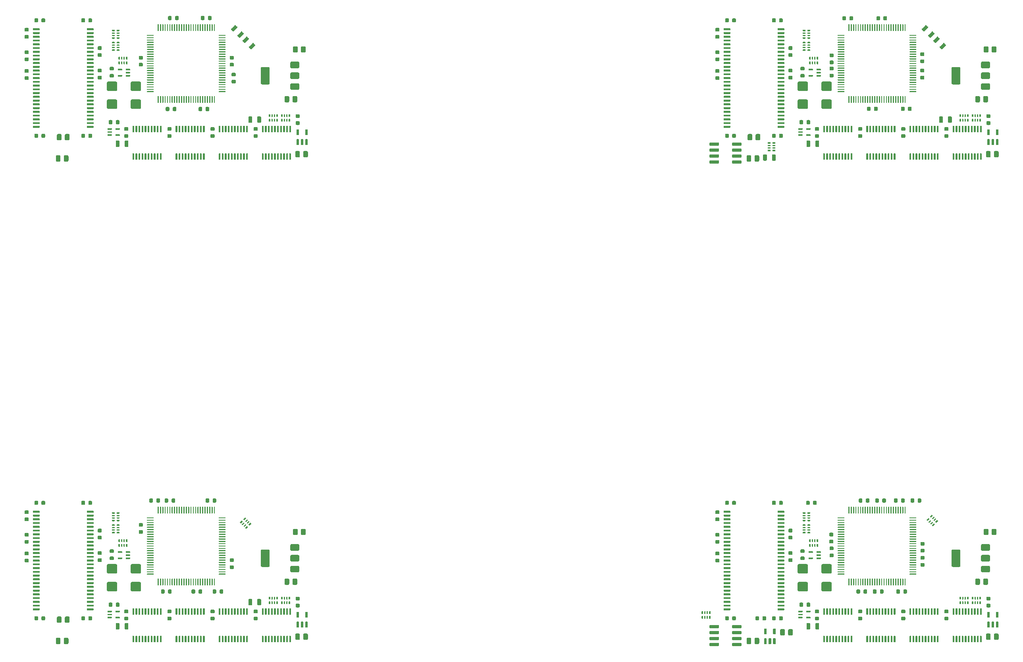
<source format=gtp>
G04 #@! TF.GenerationSoftware,KiCad,Pcbnew,(5.1.5-0-10_14)*
G04 #@! TF.CreationDate,2021-05-04T04:59:22-04:00*
G04 #@! TF.ProjectId,RAM2GSStencil,52414d32-4753-4537-9465-6e63696c2e6b,rev?*
G04 #@! TF.SameCoordinates,Original*
G04 #@! TF.FileFunction,Paste,Top*
G04 #@! TF.FilePolarity,Positive*
%FSLAX46Y46*%
G04 Gerber Fmt 4.6, Leading zero omitted, Abs format (unit mm)*
G04 Created by KiCad (PCBNEW (5.1.5-0-10_14)) date 2021-05-04 04:59:22*
%MOMM*%
%LPD*%
G04 APERTURE LIST*
%ADD10C,0.100000*%
G04 APERTURE END LIST*
D10*
G36*
X223964504Y-143416204D02*
G01*
X223988773Y-143419804D01*
X224012571Y-143425765D01*
X224035671Y-143434030D01*
X224057849Y-143444520D01*
X224078893Y-143457133D01*
X224098598Y-143471747D01*
X224116777Y-143488223D01*
X224133253Y-143506402D01*
X224147867Y-143526107D01*
X224160480Y-143547151D01*
X224170970Y-143569329D01*
X224179235Y-143592429D01*
X224185196Y-143616227D01*
X224188796Y-143640496D01*
X224190000Y-143665000D01*
X224190000Y-144515000D01*
X224188796Y-144539504D01*
X224185196Y-144563773D01*
X224179235Y-144587571D01*
X224170970Y-144610671D01*
X224160480Y-144632849D01*
X224147867Y-144653893D01*
X224133253Y-144673598D01*
X224116777Y-144691777D01*
X224098598Y-144708253D01*
X224078893Y-144722867D01*
X224057849Y-144735480D01*
X224035671Y-144745970D01*
X224012571Y-144754235D01*
X223988773Y-144760196D01*
X223964504Y-144763796D01*
X223940000Y-144765000D01*
X223440000Y-144765000D01*
X223415496Y-144763796D01*
X223391227Y-144760196D01*
X223367429Y-144754235D01*
X223344329Y-144745970D01*
X223322151Y-144735480D01*
X223301107Y-144722867D01*
X223281402Y-144708253D01*
X223263223Y-144691777D01*
X223246747Y-144673598D01*
X223232133Y-144653893D01*
X223219520Y-144632849D01*
X223209030Y-144610671D01*
X223200765Y-144587571D01*
X223194804Y-144563773D01*
X223191204Y-144539504D01*
X223190000Y-144515000D01*
X223190000Y-143665000D01*
X223191204Y-143640496D01*
X223194804Y-143616227D01*
X223200765Y-143592429D01*
X223209030Y-143569329D01*
X223219520Y-143547151D01*
X223232133Y-143526107D01*
X223246747Y-143506402D01*
X223263223Y-143488223D01*
X223281402Y-143471747D01*
X223301107Y-143457133D01*
X223322151Y-143444520D01*
X223344329Y-143434030D01*
X223367429Y-143425765D01*
X223391227Y-143419804D01*
X223415496Y-143416204D01*
X223440000Y-143415000D01*
X223940000Y-143415000D01*
X223964504Y-143416204D01*
G37*
G36*
X225664504Y-143416204D02*
G01*
X225688773Y-143419804D01*
X225712571Y-143425765D01*
X225735671Y-143434030D01*
X225757849Y-143444520D01*
X225778893Y-143457133D01*
X225798598Y-143471747D01*
X225816777Y-143488223D01*
X225833253Y-143506402D01*
X225847867Y-143526107D01*
X225860480Y-143547151D01*
X225870970Y-143569329D01*
X225879235Y-143592429D01*
X225885196Y-143616227D01*
X225888796Y-143640496D01*
X225890000Y-143665000D01*
X225890000Y-144515000D01*
X225888796Y-144539504D01*
X225885196Y-144563773D01*
X225879235Y-144587571D01*
X225870970Y-144610671D01*
X225860480Y-144632849D01*
X225847867Y-144653893D01*
X225833253Y-144673598D01*
X225816777Y-144691777D01*
X225798598Y-144708253D01*
X225778893Y-144722867D01*
X225757849Y-144735480D01*
X225735671Y-144745970D01*
X225712571Y-144754235D01*
X225688773Y-144760196D01*
X225664504Y-144763796D01*
X225640000Y-144765000D01*
X225140000Y-144765000D01*
X225115496Y-144763796D01*
X225091227Y-144760196D01*
X225067429Y-144754235D01*
X225044329Y-144745970D01*
X225022151Y-144735480D01*
X225001107Y-144722867D01*
X224981402Y-144708253D01*
X224963223Y-144691777D01*
X224946747Y-144673598D01*
X224932133Y-144653893D01*
X224919520Y-144632849D01*
X224909030Y-144610671D01*
X224900765Y-144587571D01*
X224894804Y-144563773D01*
X224891204Y-144539504D01*
X224890000Y-144515000D01*
X224890000Y-143665000D01*
X224891204Y-143640496D01*
X224894804Y-143616227D01*
X224900765Y-143592429D01*
X224909030Y-143569329D01*
X224919520Y-143547151D01*
X224932133Y-143526107D01*
X224946747Y-143506402D01*
X224963223Y-143488223D01*
X224981402Y-143471747D01*
X225001107Y-143457133D01*
X225022151Y-143444520D01*
X225044329Y-143434030D01*
X225067429Y-143425765D01*
X225091227Y-143419804D01*
X225115496Y-143416204D01*
X225140000Y-143415000D01*
X225640000Y-143415000D01*
X225664504Y-143416204D01*
G37*
G36*
X210001368Y-126355927D02*
G01*
X210020055Y-126358699D01*
X210038380Y-126363289D01*
X210056167Y-126369653D01*
X210073244Y-126377730D01*
X210089447Y-126387442D01*
X210104621Y-126398695D01*
X210118618Y-126411382D01*
X210131305Y-126425379D01*
X210142558Y-126440553D01*
X210152270Y-126456756D01*
X210160347Y-126473833D01*
X210166711Y-126491620D01*
X210171301Y-126509945D01*
X210174073Y-126528632D01*
X210175000Y-126547500D01*
X210175000Y-127032500D01*
X210174073Y-127051368D01*
X210171301Y-127070055D01*
X210166711Y-127088380D01*
X210160347Y-127106167D01*
X210152270Y-127123244D01*
X210142558Y-127139447D01*
X210131305Y-127154621D01*
X210118618Y-127168618D01*
X210104621Y-127181305D01*
X210089447Y-127192558D01*
X210073244Y-127202270D01*
X210056167Y-127210347D01*
X210038380Y-127216711D01*
X210020055Y-127221301D01*
X210001368Y-127224073D01*
X209982500Y-127225000D01*
X209597500Y-127225000D01*
X209578632Y-127224073D01*
X209559945Y-127221301D01*
X209541620Y-127216711D01*
X209523833Y-127210347D01*
X209506756Y-127202270D01*
X209490553Y-127192558D01*
X209475379Y-127181305D01*
X209461382Y-127168618D01*
X209448695Y-127154621D01*
X209437442Y-127139447D01*
X209427730Y-127123244D01*
X209419653Y-127106167D01*
X209413289Y-127088380D01*
X209408699Y-127070055D01*
X209405927Y-127051368D01*
X209405000Y-127032500D01*
X209405000Y-126547500D01*
X209405927Y-126528632D01*
X209408699Y-126509945D01*
X209413289Y-126491620D01*
X209419653Y-126473833D01*
X209427730Y-126456756D01*
X209437442Y-126440553D01*
X209448695Y-126425379D01*
X209461382Y-126411382D01*
X209475379Y-126398695D01*
X209490553Y-126387442D01*
X209506756Y-126377730D01*
X209523833Y-126369653D01*
X209541620Y-126363289D01*
X209559945Y-126358699D01*
X209578632Y-126355927D01*
X209597500Y-126355000D01*
X209982500Y-126355000D01*
X210001368Y-126355927D01*
G37*
G36*
X211501368Y-126355927D02*
G01*
X211520055Y-126358699D01*
X211538380Y-126363289D01*
X211556167Y-126369653D01*
X211573244Y-126377730D01*
X211589447Y-126387442D01*
X211604621Y-126398695D01*
X211618618Y-126411382D01*
X211631305Y-126425379D01*
X211642558Y-126440553D01*
X211652270Y-126456756D01*
X211660347Y-126473833D01*
X211666711Y-126491620D01*
X211671301Y-126509945D01*
X211674073Y-126528632D01*
X211675000Y-126547500D01*
X211675000Y-127032500D01*
X211674073Y-127051368D01*
X211671301Y-127070055D01*
X211666711Y-127088380D01*
X211660347Y-127106167D01*
X211652270Y-127123244D01*
X211642558Y-127139447D01*
X211631305Y-127154621D01*
X211618618Y-127168618D01*
X211604621Y-127181305D01*
X211589447Y-127192558D01*
X211573244Y-127202270D01*
X211556167Y-127210347D01*
X211538380Y-127216711D01*
X211520055Y-127221301D01*
X211501368Y-127224073D01*
X211482500Y-127225000D01*
X211097500Y-127225000D01*
X211078632Y-127224073D01*
X211059945Y-127221301D01*
X211041620Y-127216711D01*
X211023833Y-127210347D01*
X211006756Y-127202270D01*
X210990553Y-127192558D01*
X210975379Y-127181305D01*
X210961382Y-127168618D01*
X210948695Y-127154621D01*
X210937442Y-127139447D01*
X210927730Y-127123244D01*
X210919653Y-127106167D01*
X210913289Y-127088380D01*
X210908699Y-127070055D01*
X210905927Y-127051368D01*
X210905000Y-127032500D01*
X210905000Y-126547500D01*
X210905927Y-126528632D01*
X210908699Y-126509945D01*
X210913289Y-126491620D01*
X210919653Y-126473833D01*
X210927730Y-126456756D01*
X210937442Y-126440553D01*
X210948695Y-126425379D01*
X210961382Y-126411382D01*
X210975379Y-126398695D01*
X210990553Y-126387442D01*
X211006756Y-126377730D01*
X211023833Y-126369653D01*
X211041620Y-126363289D01*
X211059945Y-126358699D01*
X211078632Y-126355927D01*
X211097500Y-126355000D01*
X211482500Y-126355000D01*
X211501368Y-126355927D01*
G37*
G36*
X199951368Y-145755927D02*
G01*
X199970055Y-145758699D01*
X199988380Y-145763289D01*
X200006167Y-145769653D01*
X200023244Y-145777730D01*
X200039447Y-145787442D01*
X200054621Y-145798695D01*
X200068618Y-145811382D01*
X200081305Y-145825379D01*
X200092558Y-145840553D01*
X200102270Y-145856756D01*
X200110347Y-145873833D01*
X200116711Y-145891620D01*
X200121301Y-145909945D01*
X200124073Y-145928632D01*
X200125000Y-145947500D01*
X200125000Y-146432500D01*
X200124073Y-146451368D01*
X200121301Y-146470055D01*
X200116711Y-146488380D01*
X200110347Y-146506167D01*
X200102270Y-146523244D01*
X200092558Y-146539447D01*
X200081305Y-146554621D01*
X200068618Y-146568618D01*
X200054621Y-146581305D01*
X200039447Y-146592558D01*
X200023244Y-146602270D01*
X200006167Y-146610347D01*
X199988380Y-146616711D01*
X199970055Y-146621301D01*
X199951368Y-146624073D01*
X199932500Y-146625000D01*
X199547500Y-146625000D01*
X199528632Y-146624073D01*
X199509945Y-146621301D01*
X199491620Y-146616711D01*
X199473833Y-146610347D01*
X199456756Y-146602270D01*
X199440553Y-146592558D01*
X199425379Y-146581305D01*
X199411382Y-146568618D01*
X199398695Y-146554621D01*
X199387442Y-146539447D01*
X199377730Y-146523244D01*
X199369653Y-146506167D01*
X199363289Y-146488380D01*
X199358699Y-146470055D01*
X199355927Y-146451368D01*
X199355000Y-146432500D01*
X199355000Y-145947500D01*
X199355927Y-145928632D01*
X199358699Y-145909945D01*
X199363289Y-145891620D01*
X199369653Y-145873833D01*
X199377730Y-145856756D01*
X199387442Y-145840553D01*
X199398695Y-145825379D01*
X199411382Y-145811382D01*
X199425379Y-145798695D01*
X199440553Y-145787442D01*
X199456756Y-145777730D01*
X199473833Y-145769653D01*
X199491620Y-145763289D01*
X199509945Y-145758699D01*
X199528632Y-145755927D01*
X199547500Y-145755000D01*
X199932500Y-145755000D01*
X199951368Y-145755927D01*
G37*
G36*
X198451368Y-145755927D02*
G01*
X198470055Y-145758699D01*
X198488380Y-145763289D01*
X198506167Y-145769653D01*
X198523244Y-145777730D01*
X198539447Y-145787442D01*
X198554621Y-145798695D01*
X198568618Y-145811382D01*
X198581305Y-145825379D01*
X198592558Y-145840553D01*
X198602270Y-145856756D01*
X198610347Y-145873833D01*
X198616711Y-145891620D01*
X198621301Y-145909945D01*
X198624073Y-145928632D01*
X198625000Y-145947500D01*
X198625000Y-146432500D01*
X198624073Y-146451368D01*
X198621301Y-146470055D01*
X198616711Y-146488380D01*
X198610347Y-146506167D01*
X198602270Y-146523244D01*
X198592558Y-146539447D01*
X198581305Y-146554621D01*
X198568618Y-146568618D01*
X198554621Y-146581305D01*
X198539447Y-146592558D01*
X198523244Y-146602270D01*
X198506167Y-146610347D01*
X198488380Y-146616711D01*
X198470055Y-146621301D01*
X198451368Y-146624073D01*
X198432500Y-146625000D01*
X198047500Y-146625000D01*
X198028632Y-146624073D01*
X198009945Y-146621301D01*
X197991620Y-146616711D01*
X197973833Y-146610347D01*
X197956756Y-146602270D01*
X197940553Y-146592558D01*
X197925379Y-146581305D01*
X197911382Y-146568618D01*
X197898695Y-146554621D01*
X197887442Y-146539447D01*
X197877730Y-146523244D01*
X197869653Y-146506167D01*
X197863289Y-146488380D01*
X197858699Y-146470055D01*
X197855927Y-146451368D01*
X197855000Y-146432500D01*
X197855000Y-145947500D01*
X197855927Y-145928632D01*
X197858699Y-145909945D01*
X197863289Y-145891620D01*
X197869653Y-145873833D01*
X197877730Y-145856756D01*
X197887442Y-145840553D01*
X197898695Y-145825379D01*
X197911382Y-145811382D01*
X197925379Y-145798695D01*
X197940553Y-145787442D01*
X197956756Y-145777730D01*
X197973833Y-145769653D01*
X197991620Y-145763289D01*
X198009945Y-145758699D01*
X198028632Y-145755927D01*
X198047500Y-145755000D01*
X198432500Y-145755000D01*
X198451368Y-145755927D01*
G37*
G36*
X203951368Y-126355927D02*
G01*
X203970055Y-126358699D01*
X203988380Y-126363289D01*
X204006167Y-126369653D01*
X204023244Y-126377730D01*
X204039447Y-126387442D01*
X204054621Y-126398695D01*
X204068618Y-126411382D01*
X204081305Y-126425379D01*
X204092558Y-126440553D01*
X204102270Y-126456756D01*
X204110347Y-126473833D01*
X204116711Y-126491620D01*
X204121301Y-126509945D01*
X204124073Y-126528632D01*
X204125000Y-126547500D01*
X204125000Y-127032500D01*
X204124073Y-127051368D01*
X204121301Y-127070055D01*
X204116711Y-127088380D01*
X204110347Y-127106167D01*
X204102270Y-127123244D01*
X204092558Y-127139447D01*
X204081305Y-127154621D01*
X204068618Y-127168618D01*
X204054621Y-127181305D01*
X204039447Y-127192558D01*
X204023244Y-127202270D01*
X204006167Y-127210347D01*
X203988380Y-127216711D01*
X203970055Y-127221301D01*
X203951368Y-127224073D01*
X203932500Y-127225000D01*
X203547500Y-127225000D01*
X203528632Y-127224073D01*
X203509945Y-127221301D01*
X203491620Y-127216711D01*
X203473833Y-127210347D01*
X203456756Y-127202270D01*
X203440553Y-127192558D01*
X203425379Y-127181305D01*
X203411382Y-127168618D01*
X203398695Y-127154621D01*
X203387442Y-127139447D01*
X203377730Y-127123244D01*
X203369653Y-127106167D01*
X203363289Y-127088380D01*
X203358699Y-127070055D01*
X203355927Y-127051368D01*
X203355000Y-127032500D01*
X203355000Y-126547500D01*
X203355927Y-126528632D01*
X203358699Y-126509945D01*
X203363289Y-126491620D01*
X203369653Y-126473833D01*
X203377730Y-126456756D01*
X203387442Y-126440553D01*
X203398695Y-126425379D01*
X203411382Y-126411382D01*
X203425379Y-126398695D01*
X203440553Y-126387442D01*
X203456756Y-126377730D01*
X203473833Y-126369653D01*
X203491620Y-126363289D01*
X203509945Y-126358699D01*
X203528632Y-126355927D01*
X203547500Y-126355000D01*
X203932500Y-126355000D01*
X203951368Y-126355927D01*
G37*
G36*
X202451368Y-126355927D02*
G01*
X202470055Y-126358699D01*
X202488380Y-126363289D01*
X202506167Y-126369653D01*
X202523244Y-126377730D01*
X202539447Y-126387442D01*
X202554621Y-126398695D01*
X202568618Y-126411382D01*
X202581305Y-126425379D01*
X202592558Y-126440553D01*
X202602270Y-126456756D01*
X202610347Y-126473833D01*
X202616711Y-126491620D01*
X202621301Y-126509945D01*
X202624073Y-126528632D01*
X202625000Y-126547500D01*
X202625000Y-127032500D01*
X202624073Y-127051368D01*
X202621301Y-127070055D01*
X202616711Y-127088380D01*
X202610347Y-127106167D01*
X202602270Y-127123244D01*
X202592558Y-127139447D01*
X202581305Y-127154621D01*
X202568618Y-127168618D01*
X202554621Y-127181305D01*
X202539447Y-127192558D01*
X202523244Y-127202270D01*
X202506167Y-127210347D01*
X202488380Y-127216711D01*
X202470055Y-127221301D01*
X202451368Y-127224073D01*
X202432500Y-127225000D01*
X202047500Y-127225000D01*
X202028632Y-127224073D01*
X202009945Y-127221301D01*
X201991620Y-127216711D01*
X201973833Y-127210347D01*
X201956756Y-127202270D01*
X201940553Y-127192558D01*
X201925379Y-127181305D01*
X201911382Y-127168618D01*
X201898695Y-127154621D01*
X201887442Y-127139447D01*
X201877730Y-127123244D01*
X201869653Y-127106167D01*
X201863289Y-127088380D01*
X201858699Y-127070055D01*
X201855927Y-127051368D01*
X201855000Y-127032500D01*
X201855000Y-126547500D01*
X201855927Y-126528632D01*
X201858699Y-126509945D01*
X201863289Y-126491620D01*
X201869653Y-126473833D01*
X201877730Y-126456756D01*
X201887442Y-126440553D01*
X201898695Y-126425379D01*
X201911382Y-126411382D01*
X201925379Y-126398695D01*
X201940553Y-126387442D01*
X201956756Y-126377730D01*
X201973833Y-126369653D01*
X201991620Y-126363289D01*
X202009945Y-126358699D01*
X202028632Y-126355927D01*
X202047500Y-126355000D01*
X202432500Y-126355000D01*
X202451368Y-126355927D01*
G37*
G36*
X186277841Y-151580385D02*
G01*
X186285607Y-151581537D01*
X186293223Y-151583445D01*
X186300615Y-151586090D01*
X186307712Y-151589446D01*
X186314446Y-151593482D01*
X186320751Y-151598159D01*
X186326569Y-151603431D01*
X186331841Y-151609249D01*
X186336518Y-151615554D01*
X186340554Y-151622288D01*
X186343910Y-151629385D01*
X186346555Y-151636777D01*
X186348463Y-151644393D01*
X186349615Y-151652159D01*
X186350000Y-151660000D01*
X186350000Y-151820000D01*
X186349615Y-151827841D01*
X186348463Y-151835607D01*
X186346555Y-151843223D01*
X186343910Y-151850615D01*
X186340554Y-151857712D01*
X186336518Y-151864446D01*
X186331841Y-151870751D01*
X186326569Y-151876569D01*
X186320751Y-151881841D01*
X186314446Y-151886518D01*
X186307712Y-151890554D01*
X186300615Y-151893910D01*
X186293223Y-151896555D01*
X186285607Y-151898463D01*
X186277841Y-151899615D01*
X186270000Y-151900000D01*
X185510000Y-151900000D01*
X185502159Y-151899615D01*
X185494393Y-151898463D01*
X185486777Y-151896555D01*
X185479385Y-151893910D01*
X185472288Y-151890554D01*
X185465554Y-151886518D01*
X185459249Y-151881841D01*
X185453431Y-151876569D01*
X185448159Y-151870751D01*
X185443482Y-151864446D01*
X185439446Y-151857712D01*
X185436090Y-151850615D01*
X185433445Y-151843223D01*
X185431537Y-151835607D01*
X185430385Y-151827841D01*
X185430000Y-151820000D01*
X185430000Y-151660000D01*
X185430385Y-151652159D01*
X185431537Y-151644393D01*
X185433445Y-151636777D01*
X185436090Y-151629385D01*
X185439446Y-151622288D01*
X185443482Y-151615554D01*
X185448159Y-151609249D01*
X185453431Y-151603431D01*
X185459249Y-151598159D01*
X185465554Y-151593482D01*
X185472288Y-151589446D01*
X185479385Y-151586090D01*
X185486777Y-151583445D01*
X185494393Y-151581537D01*
X185502159Y-151580385D01*
X185510000Y-151580000D01*
X186270000Y-151580000D01*
X186277841Y-151580385D01*
G37*
G36*
X186277841Y-150280385D02*
G01*
X186285607Y-150281537D01*
X186293223Y-150283445D01*
X186300615Y-150286090D01*
X186307712Y-150289446D01*
X186314446Y-150293482D01*
X186320751Y-150298159D01*
X186326569Y-150303431D01*
X186331841Y-150309249D01*
X186336518Y-150315554D01*
X186340554Y-150322288D01*
X186343910Y-150329385D01*
X186346555Y-150336777D01*
X186348463Y-150344393D01*
X186349615Y-150352159D01*
X186350000Y-150360000D01*
X186350000Y-150520000D01*
X186349615Y-150527841D01*
X186348463Y-150535607D01*
X186346555Y-150543223D01*
X186343910Y-150550615D01*
X186340554Y-150557712D01*
X186336518Y-150564446D01*
X186331841Y-150570751D01*
X186326569Y-150576569D01*
X186320751Y-150581841D01*
X186314446Y-150586518D01*
X186307712Y-150590554D01*
X186300615Y-150593910D01*
X186293223Y-150596555D01*
X186285607Y-150598463D01*
X186277841Y-150599615D01*
X186270000Y-150600000D01*
X185510000Y-150600000D01*
X185502159Y-150599615D01*
X185494393Y-150598463D01*
X185486777Y-150596555D01*
X185479385Y-150593910D01*
X185472288Y-150590554D01*
X185465554Y-150586518D01*
X185459249Y-150581841D01*
X185453431Y-150576569D01*
X185448159Y-150570751D01*
X185443482Y-150564446D01*
X185439446Y-150557712D01*
X185436090Y-150550615D01*
X185433445Y-150543223D01*
X185431537Y-150535607D01*
X185430385Y-150527841D01*
X185430000Y-150520000D01*
X185430000Y-150360000D01*
X185430385Y-150352159D01*
X185431537Y-150344393D01*
X185433445Y-150336777D01*
X185436090Y-150329385D01*
X185439446Y-150322288D01*
X185443482Y-150315554D01*
X185448159Y-150309249D01*
X185453431Y-150303431D01*
X185459249Y-150298159D01*
X185465554Y-150293482D01*
X185472288Y-150289446D01*
X185479385Y-150286090D01*
X185486777Y-150283445D01*
X185494393Y-150281537D01*
X185502159Y-150280385D01*
X185510000Y-150280000D01*
X186270000Y-150280000D01*
X186277841Y-150280385D01*
G37*
G36*
X186277841Y-150930385D02*
G01*
X186285607Y-150931537D01*
X186293223Y-150933445D01*
X186300615Y-150936090D01*
X186307712Y-150939446D01*
X186314446Y-150943482D01*
X186320751Y-150948159D01*
X186326569Y-150953431D01*
X186331841Y-150959249D01*
X186336518Y-150965554D01*
X186340554Y-150972288D01*
X186343910Y-150979385D01*
X186346555Y-150986777D01*
X186348463Y-150994393D01*
X186349615Y-151002159D01*
X186350000Y-151010000D01*
X186350000Y-151170000D01*
X186349615Y-151177841D01*
X186348463Y-151185607D01*
X186346555Y-151193223D01*
X186343910Y-151200615D01*
X186340554Y-151207712D01*
X186336518Y-151214446D01*
X186331841Y-151220751D01*
X186326569Y-151226569D01*
X186320751Y-151231841D01*
X186314446Y-151236518D01*
X186307712Y-151240554D01*
X186300615Y-151243910D01*
X186293223Y-151246555D01*
X186285607Y-151248463D01*
X186277841Y-151249615D01*
X186270000Y-151250000D01*
X185510000Y-151250000D01*
X185502159Y-151249615D01*
X185494393Y-151248463D01*
X185486777Y-151246555D01*
X185479385Y-151243910D01*
X185472288Y-151240554D01*
X185465554Y-151236518D01*
X185459249Y-151231841D01*
X185453431Y-151226569D01*
X185448159Y-151220751D01*
X185443482Y-151214446D01*
X185439446Y-151207712D01*
X185436090Y-151200615D01*
X185433445Y-151193223D01*
X185431537Y-151185607D01*
X185430385Y-151177841D01*
X185430000Y-151170000D01*
X185430000Y-151010000D01*
X185430385Y-151002159D01*
X185431537Y-150994393D01*
X185433445Y-150986777D01*
X185436090Y-150979385D01*
X185439446Y-150972288D01*
X185443482Y-150965554D01*
X185448159Y-150959249D01*
X185453431Y-150953431D01*
X185459249Y-150948159D01*
X185465554Y-150943482D01*
X185472288Y-150939446D01*
X185479385Y-150936090D01*
X185486777Y-150933445D01*
X185494393Y-150931537D01*
X185502159Y-150930385D01*
X185510000Y-150930000D01*
X186270000Y-150930000D01*
X186277841Y-150930385D01*
G37*
G36*
X187977841Y-151580385D02*
G01*
X187985607Y-151581537D01*
X187993223Y-151583445D01*
X188000615Y-151586090D01*
X188007712Y-151589446D01*
X188014446Y-151593482D01*
X188020751Y-151598159D01*
X188026569Y-151603431D01*
X188031841Y-151609249D01*
X188036518Y-151615554D01*
X188040554Y-151622288D01*
X188043910Y-151629385D01*
X188046555Y-151636777D01*
X188048463Y-151644393D01*
X188049615Y-151652159D01*
X188050000Y-151660000D01*
X188050000Y-151820000D01*
X188049615Y-151827841D01*
X188048463Y-151835607D01*
X188046555Y-151843223D01*
X188043910Y-151850615D01*
X188040554Y-151857712D01*
X188036518Y-151864446D01*
X188031841Y-151870751D01*
X188026569Y-151876569D01*
X188020751Y-151881841D01*
X188014446Y-151886518D01*
X188007712Y-151890554D01*
X188000615Y-151893910D01*
X187993223Y-151896555D01*
X187985607Y-151898463D01*
X187977841Y-151899615D01*
X187970000Y-151900000D01*
X187210000Y-151900000D01*
X187202159Y-151899615D01*
X187194393Y-151898463D01*
X187186777Y-151896555D01*
X187179385Y-151893910D01*
X187172288Y-151890554D01*
X187165554Y-151886518D01*
X187159249Y-151881841D01*
X187153431Y-151876569D01*
X187148159Y-151870751D01*
X187143482Y-151864446D01*
X187139446Y-151857712D01*
X187136090Y-151850615D01*
X187133445Y-151843223D01*
X187131537Y-151835607D01*
X187130385Y-151827841D01*
X187130000Y-151820000D01*
X187130000Y-151660000D01*
X187130385Y-151652159D01*
X187131537Y-151644393D01*
X187133445Y-151636777D01*
X187136090Y-151629385D01*
X187139446Y-151622288D01*
X187143482Y-151615554D01*
X187148159Y-151609249D01*
X187153431Y-151603431D01*
X187159249Y-151598159D01*
X187165554Y-151593482D01*
X187172288Y-151589446D01*
X187179385Y-151586090D01*
X187186777Y-151583445D01*
X187194393Y-151581537D01*
X187202159Y-151580385D01*
X187210000Y-151580000D01*
X187970000Y-151580000D01*
X187977841Y-151580385D01*
G37*
G36*
X187977841Y-150280385D02*
G01*
X187985607Y-150281537D01*
X187993223Y-150283445D01*
X188000615Y-150286090D01*
X188007712Y-150289446D01*
X188014446Y-150293482D01*
X188020751Y-150298159D01*
X188026569Y-150303431D01*
X188031841Y-150309249D01*
X188036518Y-150315554D01*
X188040554Y-150322288D01*
X188043910Y-150329385D01*
X188046555Y-150336777D01*
X188048463Y-150344393D01*
X188049615Y-150352159D01*
X188050000Y-150360000D01*
X188050000Y-150520000D01*
X188049615Y-150527841D01*
X188048463Y-150535607D01*
X188046555Y-150543223D01*
X188043910Y-150550615D01*
X188040554Y-150557712D01*
X188036518Y-150564446D01*
X188031841Y-150570751D01*
X188026569Y-150576569D01*
X188020751Y-150581841D01*
X188014446Y-150586518D01*
X188007712Y-150590554D01*
X188000615Y-150593910D01*
X187993223Y-150596555D01*
X187985607Y-150598463D01*
X187977841Y-150599615D01*
X187970000Y-150600000D01*
X187210000Y-150600000D01*
X187202159Y-150599615D01*
X187194393Y-150598463D01*
X187186777Y-150596555D01*
X187179385Y-150593910D01*
X187172288Y-150590554D01*
X187165554Y-150586518D01*
X187159249Y-150581841D01*
X187153431Y-150576569D01*
X187148159Y-150570751D01*
X187143482Y-150564446D01*
X187139446Y-150557712D01*
X187136090Y-150550615D01*
X187133445Y-150543223D01*
X187131537Y-150535607D01*
X187130385Y-150527841D01*
X187130000Y-150520000D01*
X187130000Y-150360000D01*
X187130385Y-150352159D01*
X187131537Y-150344393D01*
X187133445Y-150336777D01*
X187136090Y-150329385D01*
X187139446Y-150322288D01*
X187143482Y-150315554D01*
X187148159Y-150309249D01*
X187153431Y-150303431D01*
X187159249Y-150298159D01*
X187165554Y-150293482D01*
X187172288Y-150289446D01*
X187179385Y-150286090D01*
X187186777Y-150283445D01*
X187194393Y-150281537D01*
X187202159Y-150280385D01*
X187210000Y-150280000D01*
X187970000Y-150280000D01*
X187977841Y-150280385D01*
G37*
G36*
X207951368Y-126355927D02*
G01*
X207970055Y-126358699D01*
X207988380Y-126363289D01*
X208006167Y-126369653D01*
X208023244Y-126377730D01*
X208039447Y-126387442D01*
X208054621Y-126398695D01*
X208068618Y-126411382D01*
X208081305Y-126425379D01*
X208092558Y-126440553D01*
X208102270Y-126456756D01*
X208110347Y-126473833D01*
X208116711Y-126491620D01*
X208121301Y-126509945D01*
X208124073Y-126528632D01*
X208125000Y-126547500D01*
X208125000Y-127032500D01*
X208124073Y-127051368D01*
X208121301Y-127070055D01*
X208116711Y-127088380D01*
X208110347Y-127106167D01*
X208102270Y-127123244D01*
X208092558Y-127139447D01*
X208081305Y-127154621D01*
X208068618Y-127168618D01*
X208054621Y-127181305D01*
X208039447Y-127192558D01*
X208023244Y-127202270D01*
X208006167Y-127210347D01*
X207988380Y-127216711D01*
X207970055Y-127221301D01*
X207951368Y-127224073D01*
X207932500Y-127225000D01*
X207547500Y-127225000D01*
X207528632Y-127224073D01*
X207509945Y-127221301D01*
X207491620Y-127216711D01*
X207473833Y-127210347D01*
X207456756Y-127202270D01*
X207440553Y-127192558D01*
X207425379Y-127181305D01*
X207411382Y-127168618D01*
X207398695Y-127154621D01*
X207387442Y-127139447D01*
X207377730Y-127123244D01*
X207369653Y-127106167D01*
X207363289Y-127088380D01*
X207358699Y-127070055D01*
X207355927Y-127051368D01*
X207355000Y-127032500D01*
X207355000Y-126547500D01*
X207355927Y-126528632D01*
X207358699Y-126509945D01*
X207363289Y-126491620D01*
X207369653Y-126473833D01*
X207377730Y-126456756D01*
X207387442Y-126440553D01*
X207398695Y-126425379D01*
X207411382Y-126411382D01*
X207425379Y-126398695D01*
X207440553Y-126387442D01*
X207456756Y-126377730D01*
X207473833Y-126369653D01*
X207491620Y-126363289D01*
X207509945Y-126358699D01*
X207528632Y-126355927D01*
X207547500Y-126355000D01*
X207932500Y-126355000D01*
X207951368Y-126355927D01*
G37*
G36*
X206451368Y-126355927D02*
G01*
X206470055Y-126358699D01*
X206488380Y-126363289D01*
X206506167Y-126369653D01*
X206523244Y-126377730D01*
X206539447Y-126387442D01*
X206554621Y-126398695D01*
X206568618Y-126411382D01*
X206581305Y-126425379D01*
X206592558Y-126440553D01*
X206602270Y-126456756D01*
X206610347Y-126473833D01*
X206616711Y-126491620D01*
X206621301Y-126509945D01*
X206624073Y-126528632D01*
X206625000Y-126547500D01*
X206625000Y-127032500D01*
X206624073Y-127051368D01*
X206621301Y-127070055D01*
X206616711Y-127088380D01*
X206610347Y-127106167D01*
X206602270Y-127123244D01*
X206592558Y-127139447D01*
X206581305Y-127154621D01*
X206568618Y-127168618D01*
X206554621Y-127181305D01*
X206539447Y-127192558D01*
X206523244Y-127202270D01*
X206506167Y-127210347D01*
X206488380Y-127216711D01*
X206470055Y-127221301D01*
X206451368Y-127224073D01*
X206432500Y-127225000D01*
X206047500Y-127225000D01*
X206028632Y-127224073D01*
X206009945Y-127221301D01*
X205991620Y-127216711D01*
X205973833Y-127210347D01*
X205956756Y-127202270D01*
X205940553Y-127192558D01*
X205925379Y-127181305D01*
X205911382Y-127168618D01*
X205898695Y-127154621D01*
X205887442Y-127139447D01*
X205877730Y-127123244D01*
X205869653Y-127106167D01*
X205863289Y-127088380D01*
X205858699Y-127070055D01*
X205855927Y-127051368D01*
X205855000Y-127032500D01*
X205855000Y-126547500D01*
X205855927Y-126528632D01*
X205858699Y-126509945D01*
X205863289Y-126491620D01*
X205869653Y-126473833D01*
X205877730Y-126456756D01*
X205887442Y-126440553D01*
X205898695Y-126425379D01*
X205911382Y-126411382D01*
X205925379Y-126398695D01*
X205940553Y-126387442D01*
X205956756Y-126377730D01*
X205973833Y-126369653D01*
X205991620Y-126363289D01*
X206009945Y-126358699D01*
X206028632Y-126355927D01*
X206047500Y-126355000D01*
X206432500Y-126355000D01*
X206451368Y-126355927D01*
G37*
G36*
X226251368Y-147305927D02*
G01*
X226270055Y-147308699D01*
X226288380Y-147313289D01*
X226306167Y-147319653D01*
X226323244Y-147327730D01*
X226339447Y-147337442D01*
X226354621Y-147348695D01*
X226368618Y-147361382D01*
X226381305Y-147375379D01*
X226392558Y-147390553D01*
X226402270Y-147406756D01*
X226410347Y-147423833D01*
X226416711Y-147441620D01*
X226421301Y-147459945D01*
X226424073Y-147478632D01*
X226425000Y-147497500D01*
X226425000Y-147882500D01*
X226424073Y-147901368D01*
X226421301Y-147920055D01*
X226416711Y-147938380D01*
X226410347Y-147956167D01*
X226402270Y-147973244D01*
X226392558Y-147989447D01*
X226381305Y-148004621D01*
X226368618Y-148018618D01*
X226354621Y-148031305D01*
X226339447Y-148042558D01*
X226323244Y-148052270D01*
X226306167Y-148060347D01*
X226288380Y-148066711D01*
X226270055Y-148071301D01*
X226251368Y-148074073D01*
X226232500Y-148075000D01*
X225747500Y-148075000D01*
X225728632Y-148074073D01*
X225709945Y-148071301D01*
X225691620Y-148066711D01*
X225673833Y-148060347D01*
X225656756Y-148052270D01*
X225640553Y-148042558D01*
X225625379Y-148031305D01*
X225611382Y-148018618D01*
X225598695Y-148004621D01*
X225587442Y-147989447D01*
X225577730Y-147973244D01*
X225569653Y-147956167D01*
X225563289Y-147938380D01*
X225558699Y-147920055D01*
X225555927Y-147901368D01*
X225555000Y-147882500D01*
X225555000Y-147497500D01*
X225555927Y-147478632D01*
X225558699Y-147459945D01*
X225563289Y-147441620D01*
X225569653Y-147423833D01*
X225577730Y-147406756D01*
X225587442Y-147390553D01*
X225598695Y-147375379D01*
X225611382Y-147361382D01*
X225625379Y-147348695D01*
X225640553Y-147337442D01*
X225656756Y-147327730D01*
X225673833Y-147319653D01*
X225691620Y-147313289D01*
X225709945Y-147308699D01*
X225728632Y-147305927D01*
X225747500Y-147305000D01*
X226232500Y-147305000D01*
X226251368Y-147305927D01*
G37*
G36*
X226251368Y-148805927D02*
G01*
X226270055Y-148808699D01*
X226288380Y-148813289D01*
X226306167Y-148819653D01*
X226323244Y-148827730D01*
X226339447Y-148837442D01*
X226354621Y-148848695D01*
X226368618Y-148861382D01*
X226381305Y-148875379D01*
X226392558Y-148890553D01*
X226402270Y-148906756D01*
X226410347Y-148923833D01*
X226416711Y-148941620D01*
X226421301Y-148959945D01*
X226424073Y-148978632D01*
X226425000Y-148997500D01*
X226425000Y-149382500D01*
X226424073Y-149401368D01*
X226421301Y-149420055D01*
X226416711Y-149438380D01*
X226410347Y-149456167D01*
X226402270Y-149473244D01*
X226392558Y-149489447D01*
X226381305Y-149504621D01*
X226368618Y-149518618D01*
X226354621Y-149531305D01*
X226339447Y-149542558D01*
X226323244Y-149552270D01*
X226306167Y-149560347D01*
X226288380Y-149566711D01*
X226270055Y-149571301D01*
X226251368Y-149574073D01*
X226232500Y-149575000D01*
X225747500Y-149575000D01*
X225728632Y-149574073D01*
X225709945Y-149571301D01*
X225691620Y-149566711D01*
X225673833Y-149560347D01*
X225656756Y-149552270D01*
X225640553Y-149542558D01*
X225625379Y-149531305D01*
X225611382Y-149518618D01*
X225598695Y-149504621D01*
X225587442Y-149489447D01*
X225577730Y-149473244D01*
X225569653Y-149456167D01*
X225563289Y-149438380D01*
X225558699Y-149420055D01*
X225555927Y-149401368D01*
X225555000Y-149382500D01*
X225555000Y-148997500D01*
X225555927Y-148978632D01*
X225558699Y-148959945D01*
X225563289Y-148941620D01*
X225569653Y-148923833D01*
X225577730Y-148906756D01*
X225587442Y-148890553D01*
X225598695Y-148875379D01*
X225611382Y-148861382D01*
X225625379Y-148848695D01*
X225640553Y-148837442D01*
X225656756Y-148827730D01*
X225673833Y-148819653D01*
X225691620Y-148813289D01*
X225709945Y-148808699D01*
X225728632Y-148805927D01*
X225747500Y-148805000D01*
X226232500Y-148805000D01*
X226251368Y-148805927D01*
G37*
G36*
X187701368Y-126855927D02*
G01*
X187720055Y-126858699D01*
X187738380Y-126863289D01*
X187756167Y-126869653D01*
X187773244Y-126877730D01*
X187789447Y-126887442D01*
X187804621Y-126898695D01*
X187818618Y-126911382D01*
X187831305Y-126925379D01*
X187842558Y-126940553D01*
X187852270Y-126956756D01*
X187860347Y-126973833D01*
X187866711Y-126991620D01*
X187871301Y-127009945D01*
X187874073Y-127028632D01*
X187875000Y-127047500D01*
X187875000Y-127532500D01*
X187874073Y-127551368D01*
X187871301Y-127570055D01*
X187866711Y-127588380D01*
X187860347Y-127606167D01*
X187852270Y-127623244D01*
X187842558Y-127639447D01*
X187831305Y-127654621D01*
X187818618Y-127668618D01*
X187804621Y-127681305D01*
X187789447Y-127692558D01*
X187773244Y-127702270D01*
X187756167Y-127710347D01*
X187738380Y-127716711D01*
X187720055Y-127721301D01*
X187701368Y-127724073D01*
X187682500Y-127725000D01*
X187297500Y-127725000D01*
X187278632Y-127724073D01*
X187259945Y-127721301D01*
X187241620Y-127716711D01*
X187223833Y-127710347D01*
X187206756Y-127702270D01*
X187190553Y-127692558D01*
X187175379Y-127681305D01*
X187161382Y-127668618D01*
X187148695Y-127654621D01*
X187137442Y-127639447D01*
X187127730Y-127623244D01*
X187119653Y-127606167D01*
X187113289Y-127588380D01*
X187108699Y-127570055D01*
X187105927Y-127551368D01*
X187105000Y-127532500D01*
X187105000Y-127047500D01*
X187105927Y-127028632D01*
X187108699Y-127009945D01*
X187113289Y-126991620D01*
X187119653Y-126973833D01*
X187127730Y-126956756D01*
X187137442Y-126940553D01*
X187148695Y-126925379D01*
X187161382Y-126911382D01*
X187175379Y-126898695D01*
X187190553Y-126887442D01*
X187206756Y-126877730D01*
X187223833Y-126869653D01*
X187241620Y-126863289D01*
X187259945Y-126858699D01*
X187278632Y-126855927D01*
X187297500Y-126855000D01*
X187682500Y-126855000D01*
X187701368Y-126855927D01*
G37*
G36*
X189201368Y-126855927D02*
G01*
X189220055Y-126858699D01*
X189238380Y-126863289D01*
X189256167Y-126869653D01*
X189273244Y-126877730D01*
X189289447Y-126887442D01*
X189304621Y-126898695D01*
X189318618Y-126911382D01*
X189331305Y-126925379D01*
X189342558Y-126940553D01*
X189352270Y-126956756D01*
X189360347Y-126973833D01*
X189366711Y-126991620D01*
X189371301Y-127009945D01*
X189374073Y-127028632D01*
X189375000Y-127047500D01*
X189375000Y-127532500D01*
X189374073Y-127551368D01*
X189371301Y-127570055D01*
X189366711Y-127588380D01*
X189360347Y-127606167D01*
X189352270Y-127623244D01*
X189342558Y-127639447D01*
X189331305Y-127654621D01*
X189318618Y-127668618D01*
X189304621Y-127681305D01*
X189289447Y-127692558D01*
X189273244Y-127702270D01*
X189256167Y-127710347D01*
X189238380Y-127716711D01*
X189220055Y-127721301D01*
X189201368Y-127724073D01*
X189182500Y-127725000D01*
X188797500Y-127725000D01*
X188778632Y-127724073D01*
X188759945Y-127721301D01*
X188741620Y-127716711D01*
X188723833Y-127710347D01*
X188706756Y-127702270D01*
X188690553Y-127692558D01*
X188675379Y-127681305D01*
X188661382Y-127668618D01*
X188648695Y-127654621D01*
X188637442Y-127639447D01*
X188627730Y-127623244D01*
X188619653Y-127606167D01*
X188613289Y-127588380D01*
X188608699Y-127570055D01*
X188605927Y-127551368D01*
X188605000Y-127532500D01*
X188605000Y-127047500D01*
X188605927Y-127028632D01*
X188608699Y-127009945D01*
X188613289Y-126991620D01*
X188619653Y-126973833D01*
X188627730Y-126956756D01*
X188637442Y-126940553D01*
X188648695Y-126925379D01*
X188661382Y-126911382D01*
X188675379Y-126898695D01*
X188690553Y-126887442D01*
X188706756Y-126877730D01*
X188723833Y-126869653D01*
X188741620Y-126863289D01*
X188759945Y-126858699D01*
X188778632Y-126855927D01*
X188797500Y-126855000D01*
X189182500Y-126855000D01*
X189201368Y-126855927D01*
G37*
G36*
X180451368Y-126855927D02*
G01*
X180470055Y-126858699D01*
X180488380Y-126863289D01*
X180506167Y-126869653D01*
X180523244Y-126877730D01*
X180539447Y-126887442D01*
X180554621Y-126898695D01*
X180568618Y-126911382D01*
X180581305Y-126925379D01*
X180592558Y-126940553D01*
X180602270Y-126956756D01*
X180610347Y-126973833D01*
X180616711Y-126991620D01*
X180621301Y-127009945D01*
X180624073Y-127028632D01*
X180625000Y-127047500D01*
X180625000Y-127532500D01*
X180624073Y-127551368D01*
X180621301Y-127570055D01*
X180616711Y-127588380D01*
X180610347Y-127606167D01*
X180602270Y-127623244D01*
X180592558Y-127639447D01*
X180581305Y-127654621D01*
X180568618Y-127668618D01*
X180554621Y-127681305D01*
X180539447Y-127692558D01*
X180523244Y-127702270D01*
X180506167Y-127710347D01*
X180488380Y-127716711D01*
X180470055Y-127721301D01*
X180451368Y-127724073D01*
X180432500Y-127725000D01*
X180047500Y-127725000D01*
X180028632Y-127724073D01*
X180009945Y-127721301D01*
X179991620Y-127716711D01*
X179973833Y-127710347D01*
X179956756Y-127702270D01*
X179940553Y-127692558D01*
X179925379Y-127681305D01*
X179911382Y-127668618D01*
X179898695Y-127654621D01*
X179887442Y-127639447D01*
X179877730Y-127623244D01*
X179869653Y-127606167D01*
X179863289Y-127588380D01*
X179858699Y-127570055D01*
X179855927Y-127551368D01*
X179855000Y-127532500D01*
X179855000Y-127047500D01*
X179855927Y-127028632D01*
X179858699Y-127009945D01*
X179863289Y-126991620D01*
X179869653Y-126973833D01*
X179877730Y-126956756D01*
X179887442Y-126940553D01*
X179898695Y-126925379D01*
X179911382Y-126911382D01*
X179925379Y-126898695D01*
X179940553Y-126887442D01*
X179956756Y-126877730D01*
X179973833Y-126869653D01*
X179991620Y-126863289D01*
X180009945Y-126858699D01*
X180028632Y-126855927D01*
X180047500Y-126855000D01*
X180432500Y-126855000D01*
X180451368Y-126855927D01*
G37*
G36*
X181951368Y-126855927D02*
G01*
X181970055Y-126858699D01*
X181988380Y-126863289D01*
X182006167Y-126869653D01*
X182023244Y-126877730D01*
X182039447Y-126887442D01*
X182054621Y-126898695D01*
X182068618Y-126911382D01*
X182081305Y-126925379D01*
X182092558Y-126940553D01*
X182102270Y-126956756D01*
X182110347Y-126973833D01*
X182116711Y-126991620D01*
X182121301Y-127009945D01*
X182124073Y-127028632D01*
X182125000Y-127047500D01*
X182125000Y-127532500D01*
X182124073Y-127551368D01*
X182121301Y-127570055D01*
X182116711Y-127588380D01*
X182110347Y-127606167D01*
X182102270Y-127623244D01*
X182092558Y-127639447D01*
X182081305Y-127654621D01*
X182068618Y-127668618D01*
X182054621Y-127681305D01*
X182039447Y-127692558D01*
X182023244Y-127702270D01*
X182006167Y-127710347D01*
X181988380Y-127716711D01*
X181970055Y-127721301D01*
X181951368Y-127724073D01*
X181932500Y-127725000D01*
X181547500Y-127725000D01*
X181528632Y-127724073D01*
X181509945Y-127721301D01*
X181491620Y-127716711D01*
X181473833Y-127710347D01*
X181456756Y-127702270D01*
X181440553Y-127692558D01*
X181425379Y-127681305D01*
X181411382Y-127668618D01*
X181398695Y-127654621D01*
X181387442Y-127639447D01*
X181377730Y-127623244D01*
X181369653Y-127606167D01*
X181363289Y-127588380D01*
X181358699Y-127570055D01*
X181355927Y-127551368D01*
X181355000Y-127532500D01*
X181355000Y-127047500D01*
X181355927Y-127028632D01*
X181358699Y-127009945D01*
X181363289Y-126991620D01*
X181369653Y-126973833D01*
X181377730Y-126956756D01*
X181387442Y-126940553D01*
X181398695Y-126925379D01*
X181411382Y-126911382D01*
X181425379Y-126898695D01*
X181440553Y-126887442D01*
X181456756Y-126877730D01*
X181473833Y-126869653D01*
X181491620Y-126863289D01*
X181509945Y-126858699D01*
X181528632Y-126855927D01*
X181547500Y-126855000D01*
X181932500Y-126855000D01*
X181951368Y-126855927D01*
G37*
G36*
X226246504Y-155155204D02*
G01*
X226270773Y-155158804D01*
X226294571Y-155164765D01*
X226317671Y-155173030D01*
X226339849Y-155183520D01*
X226360893Y-155196133D01*
X226380598Y-155210747D01*
X226398777Y-155227223D01*
X226415253Y-155245402D01*
X226429867Y-155265107D01*
X226442480Y-155286151D01*
X226452970Y-155308329D01*
X226461235Y-155331429D01*
X226467196Y-155355227D01*
X226470796Y-155379496D01*
X226472000Y-155404000D01*
X226472000Y-156254000D01*
X226470796Y-156278504D01*
X226467196Y-156302773D01*
X226461235Y-156326571D01*
X226452970Y-156349671D01*
X226442480Y-156371849D01*
X226429867Y-156392893D01*
X226415253Y-156412598D01*
X226398777Y-156430777D01*
X226380598Y-156447253D01*
X226360893Y-156461867D01*
X226339849Y-156474480D01*
X226317671Y-156484970D01*
X226294571Y-156493235D01*
X226270773Y-156499196D01*
X226246504Y-156502796D01*
X226222000Y-156504000D01*
X225722000Y-156504000D01*
X225697496Y-156502796D01*
X225673227Y-156499196D01*
X225649429Y-156493235D01*
X225626329Y-156484970D01*
X225604151Y-156474480D01*
X225583107Y-156461867D01*
X225563402Y-156447253D01*
X225545223Y-156430777D01*
X225528747Y-156412598D01*
X225514133Y-156392893D01*
X225501520Y-156371849D01*
X225491030Y-156349671D01*
X225482765Y-156326571D01*
X225476804Y-156302773D01*
X225473204Y-156278504D01*
X225472000Y-156254000D01*
X225472000Y-155404000D01*
X225473204Y-155379496D01*
X225476804Y-155355227D01*
X225482765Y-155331429D01*
X225491030Y-155308329D01*
X225501520Y-155286151D01*
X225514133Y-155265107D01*
X225528747Y-155245402D01*
X225545223Y-155227223D01*
X225563402Y-155210747D01*
X225583107Y-155196133D01*
X225604151Y-155183520D01*
X225626329Y-155173030D01*
X225649429Y-155164765D01*
X225673227Y-155158804D01*
X225697496Y-155155204D01*
X225722000Y-155154000D01*
X226222000Y-155154000D01*
X226246504Y-155155204D01*
G37*
G36*
X227946504Y-155155204D02*
G01*
X227970773Y-155158804D01*
X227994571Y-155164765D01*
X228017671Y-155173030D01*
X228039849Y-155183520D01*
X228060893Y-155196133D01*
X228080598Y-155210747D01*
X228098777Y-155227223D01*
X228115253Y-155245402D01*
X228129867Y-155265107D01*
X228142480Y-155286151D01*
X228152970Y-155308329D01*
X228161235Y-155331429D01*
X228167196Y-155355227D01*
X228170796Y-155379496D01*
X228172000Y-155404000D01*
X228172000Y-156254000D01*
X228170796Y-156278504D01*
X228167196Y-156302773D01*
X228161235Y-156326571D01*
X228152970Y-156349671D01*
X228142480Y-156371849D01*
X228129867Y-156392893D01*
X228115253Y-156412598D01*
X228098777Y-156430777D01*
X228080598Y-156447253D01*
X228060893Y-156461867D01*
X228039849Y-156474480D01*
X228017671Y-156484970D01*
X227994571Y-156493235D01*
X227970773Y-156499196D01*
X227946504Y-156502796D01*
X227922000Y-156504000D01*
X227422000Y-156504000D01*
X227397496Y-156502796D01*
X227373227Y-156499196D01*
X227349429Y-156493235D01*
X227326329Y-156484970D01*
X227304151Y-156474480D01*
X227283107Y-156461867D01*
X227263402Y-156447253D01*
X227245223Y-156430777D01*
X227228747Y-156412598D01*
X227214133Y-156392893D01*
X227201520Y-156371849D01*
X227191030Y-156349671D01*
X227182765Y-156326571D01*
X227176804Y-156302773D01*
X227173204Y-156278504D01*
X227172000Y-156254000D01*
X227172000Y-155404000D01*
X227173204Y-155379496D01*
X227176804Y-155355227D01*
X227182765Y-155331429D01*
X227191030Y-155308329D01*
X227201520Y-155286151D01*
X227214133Y-155265107D01*
X227228747Y-155245402D01*
X227245223Y-155227223D01*
X227263402Y-155210747D01*
X227283107Y-155196133D01*
X227304151Y-155183520D01*
X227326329Y-155173030D01*
X227349429Y-155164765D01*
X227373227Y-155158804D01*
X227397496Y-155155204D01*
X227422000Y-155154000D01*
X227922000Y-155154000D01*
X227946504Y-155155204D01*
G37*
G36*
X225764504Y-132816204D02*
G01*
X225788773Y-132819804D01*
X225812571Y-132825765D01*
X225835671Y-132834030D01*
X225857849Y-132844520D01*
X225878893Y-132857133D01*
X225898598Y-132871747D01*
X225916777Y-132888223D01*
X225933253Y-132906402D01*
X225947867Y-132926107D01*
X225960480Y-132947151D01*
X225970970Y-132969329D01*
X225979235Y-132992429D01*
X225985196Y-133016227D01*
X225988796Y-133040496D01*
X225990000Y-133065000D01*
X225990000Y-133915000D01*
X225988796Y-133939504D01*
X225985196Y-133963773D01*
X225979235Y-133987571D01*
X225970970Y-134010671D01*
X225960480Y-134032849D01*
X225947867Y-134053893D01*
X225933253Y-134073598D01*
X225916777Y-134091777D01*
X225898598Y-134108253D01*
X225878893Y-134122867D01*
X225857849Y-134135480D01*
X225835671Y-134145970D01*
X225812571Y-134154235D01*
X225788773Y-134160196D01*
X225764504Y-134163796D01*
X225740000Y-134165000D01*
X225240000Y-134165000D01*
X225215496Y-134163796D01*
X225191227Y-134160196D01*
X225167429Y-134154235D01*
X225144329Y-134145970D01*
X225122151Y-134135480D01*
X225101107Y-134122867D01*
X225081402Y-134108253D01*
X225063223Y-134091777D01*
X225046747Y-134073598D01*
X225032133Y-134053893D01*
X225019520Y-134032849D01*
X225009030Y-134010671D01*
X225000765Y-133987571D01*
X224994804Y-133963773D01*
X224991204Y-133939504D01*
X224990000Y-133915000D01*
X224990000Y-133065000D01*
X224991204Y-133040496D01*
X224994804Y-133016227D01*
X225000765Y-132992429D01*
X225009030Y-132969329D01*
X225019520Y-132947151D01*
X225032133Y-132926107D01*
X225046747Y-132906402D01*
X225063223Y-132888223D01*
X225081402Y-132871747D01*
X225101107Y-132857133D01*
X225122151Y-132844520D01*
X225144329Y-132834030D01*
X225167429Y-132825765D01*
X225191227Y-132819804D01*
X225215496Y-132816204D01*
X225240000Y-132815000D01*
X225740000Y-132815000D01*
X225764504Y-132816204D01*
G37*
G36*
X227464504Y-132816204D02*
G01*
X227488773Y-132819804D01*
X227512571Y-132825765D01*
X227535671Y-132834030D01*
X227557849Y-132844520D01*
X227578893Y-132857133D01*
X227598598Y-132871747D01*
X227616777Y-132888223D01*
X227633253Y-132906402D01*
X227647867Y-132926107D01*
X227660480Y-132947151D01*
X227670970Y-132969329D01*
X227679235Y-132992429D01*
X227685196Y-133016227D01*
X227688796Y-133040496D01*
X227690000Y-133065000D01*
X227690000Y-133915000D01*
X227688796Y-133939504D01*
X227685196Y-133963773D01*
X227679235Y-133987571D01*
X227670970Y-134010671D01*
X227660480Y-134032849D01*
X227647867Y-134053893D01*
X227633253Y-134073598D01*
X227616777Y-134091777D01*
X227598598Y-134108253D01*
X227578893Y-134122867D01*
X227557849Y-134135480D01*
X227535671Y-134145970D01*
X227512571Y-134154235D01*
X227488773Y-134160196D01*
X227464504Y-134163796D01*
X227440000Y-134165000D01*
X226940000Y-134165000D01*
X226915496Y-134163796D01*
X226891227Y-134160196D01*
X226867429Y-134154235D01*
X226844329Y-134145970D01*
X226822151Y-134135480D01*
X226801107Y-134122867D01*
X226781402Y-134108253D01*
X226763223Y-134091777D01*
X226746747Y-134073598D01*
X226732133Y-134053893D01*
X226719520Y-134032849D01*
X226709030Y-134010671D01*
X226700765Y-133987571D01*
X226694804Y-133963773D01*
X226691204Y-133939504D01*
X226690000Y-133915000D01*
X226690000Y-133065000D01*
X226691204Y-133040496D01*
X226694804Y-133016227D01*
X226700765Y-132992429D01*
X226709030Y-132969329D01*
X226719520Y-132947151D01*
X226732133Y-132926107D01*
X226746747Y-132906402D01*
X226763223Y-132888223D01*
X226781402Y-132871747D01*
X226801107Y-132857133D01*
X226822151Y-132844520D01*
X226844329Y-132834030D01*
X226867429Y-132825765D01*
X226891227Y-132819804D01*
X226915496Y-132816204D01*
X226940000Y-132815000D01*
X227440000Y-132815000D01*
X227464504Y-132816204D01*
G37*
G36*
X168451368Y-135205927D02*
G01*
X168470055Y-135208699D01*
X168488380Y-135213289D01*
X168506167Y-135219653D01*
X168523244Y-135227730D01*
X168539447Y-135237442D01*
X168554621Y-135248695D01*
X168568618Y-135261382D01*
X168581305Y-135275379D01*
X168592558Y-135290553D01*
X168602270Y-135306756D01*
X168610347Y-135323833D01*
X168616711Y-135341620D01*
X168621301Y-135359945D01*
X168624073Y-135378632D01*
X168625000Y-135397500D01*
X168625000Y-135782500D01*
X168624073Y-135801368D01*
X168621301Y-135820055D01*
X168616711Y-135838380D01*
X168610347Y-135856167D01*
X168602270Y-135873244D01*
X168592558Y-135889447D01*
X168581305Y-135904621D01*
X168568618Y-135918618D01*
X168554621Y-135931305D01*
X168539447Y-135942558D01*
X168523244Y-135952270D01*
X168506167Y-135960347D01*
X168488380Y-135966711D01*
X168470055Y-135971301D01*
X168451368Y-135974073D01*
X168432500Y-135975000D01*
X167947500Y-135975000D01*
X167928632Y-135974073D01*
X167909945Y-135971301D01*
X167891620Y-135966711D01*
X167873833Y-135960347D01*
X167856756Y-135952270D01*
X167840553Y-135942558D01*
X167825379Y-135931305D01*
X167811382Y-135918618D01*
X167798695Y-135904621D01*
X167787442Y-135889447D01*
X167777730Y-135873244D01*
X167769653Y-135856167D01*
X167763289Y-135838380D01*
X167758699Y-135820055D01*
X167755927Y-135801368D01*
X167755000Y-135782500D01*
X167755000Y-135397500D01*
X167755927Y-135378632D01*
X167758699Y-135359945D01*
X167763289Y-135341620D01*
X167769653Y-135323833D01*
X167777730Y-135306756D01*
X167787442Y-135290553D01*
X167798695Y-135275379D01*
X167811382Y-135261382D01*
X167825379Y-135248695D01*
X167840553Y-135237442D01*
X167856756Y-135227730D01*
X167873833Y-135219653D01*
X167891620Y-135213289D01*
X167909945Y-135208699D01*
X167928632Y-135205927D01*
X167947500Y-135205000D01*
X168432500Y-135205000D01*
X168451368Y-135205927D01*
G37*
G36*
X168451368Y-133705927D02*
G01*
X168470055Y-133708699D01*
X168488380Y-133713289D01*
X168506167Y-133719653D01*
X168523244Y-133727730D01*
X168539447Y-133737442D01*
X168554621Y-133748695D01*
X168568618Y-133761382D01*
X168581305Y-133775379D01*
X168592558Y-133790553D01*
X168602270Y-133806756D01*
X168610347Y-133823833D01*
X168616711Y-133841620D01*
X168621301Y-133859945D01*
X168624073Y-133878632D01*
X168625000Y-133897500D01*
X168625000Y-134282500D01*
X168624073Y-134301368D01*
X168621301Y-134320055D01*
X168616711Y-134338380D01*
X168610347Y-134356167D01*
X168602270Y-134373244D01*
X168592558Y-134389447D01*
X168581305Y-134404621D01*
X168568618Y-134418618D01*
X168554621Y-134431305D01*
X168539447Y-134442558D01*
X168523244Y-134452270D01*
X168506167Y-134460347D01*
X168488380Y-134466711D01*
X168470055Y-134471301D01*
X168451368Y-134474073D01*
X168432500Y-134475000D01*
X167947500Y-134475000D01*
X167928632Y-134474073D01*
X167909945Y-134471301D01*
X167891620Y-134466711D01*
X167873833Y-134460347D01*
X167856756Y-134452270D01*
X167840553Y-134442558D01*
X167825379Y-134431305D01*
X167811382Y-134418618D01*
X167798695Y-134404621D01*
X167787442Y-134389447D01*
X167777730Y-134373244D01*
X167769653Y-134356167D01*
X167763289Y-134338380D01*
X167758699Y-134320055D01*
X167755927Y-134301368D01*
X167755000Y-134282500D01*
X167755000Y-133897500D01*
X167755927Y-133878632D01*
X167758699Y-133859945D01*
X167763289Y-133841620D01*
X167769653Y-133823833D01*
X167777730Y-133806756D01*
X167787442Y-133790553D01*
X167798695Y-133775379D01*
X167811382Y-133761382D01*
X167825379Y-133748695D01*
X167840553Y-133737442D01*
X167856756Y-133727730D01*
X167873833Y-133719653D01*
X167891620Y-133713289D01*
X167909945Y-133708699D01*
X167928632Y-133705927D01*
X167947500Y-133705000D01*
X168432500Y-133705000D01*
X168451368Y-133705927D01*
G37*
G36*
X184051368Y-137605927D02*
G01*
X184070055Y-137608699D01*
X184088380Y-137613289D01*
X184106167Y-137619653D01*
X184123244Y-137627730D01*
X184139447Y-137637442D01*
X184154621Y-137648695D01*
X184168618Y-137661382D01*
X184181305Y-137675379D01*
X184192558Y-137690553D01*
X184202270Y-137706756D01*
X184210347Y-137723833D01*
X184216711Y-137741620D01*
X184221301Y-137759945D01*
X184224073Y-137778632D01*
X184225000Y-137797500D01*
X184225000Y-138182500D01*
X184224073Y-138201368D01*
X184221301Y-138220055D01*
X184216711Y-138238380D01*
X184210347Y-138256167D01*
X184202270Y-138273244D01*
X184192558Y-138289447D01*
X184181305Y-138304621D01*
X184168618Y-138318618D01*
X184154621Y-138331305D01*
X184139447Y-138342558D01*
X184123244Y-138352270D01*
X184106167Y-138360347D01*
X184088380Y-138366711D01*
X184070055Y-138371301D01*
X184051368Y-138374073D01*
X184032500Y-138375000D01*
X183547500Y-138375000D01*
X183528632Y-138374073D01*
X183509945Y-138371301D01*
X183491620Y-138366711D01*
X183473833Y-138360347D01*
X183456756Y-138352270D01*
X183440553Y-138342558D01*
X183425379Y-138331305D01*
X183411382Y-138318618D01*
X183398695Y-138304621D01*
X183387442Y-138289447D01*
X183377730Y-138273244D01*
X183369653Y-138256167D01*
X183363289Y-138238380D01*
X183358699Y-138220055D01*
X183355927Y-138201368D01*
X183355000Y-138182500D01*
X183355000Y-137797500D01*
X183355927Y-137778632D01*
X183358699Y-137759945D01*
X183363289Y-137741620D01*
X183369653Y-137723833D01*
X183377730Y-137706756D01*
X183387442Y-137690553D01*
X183398695Y-137675379D01*
X183411382Y-137661382D01*
X183425379Y-137648695D01*
X183440553Y-137637442D01*
X183456756Y-137627730D01*
X183473833Y-137619653D01*
X183491620Y-137613289D01*
X183509945Y-137608699D01*
X183528632Y-137605927D01*
X183547500Y-137605000D01*
X184032500Y-137605000D01*
X184051368Y-137605927D01*
G37*
G36*
X184051368Y-139105927D02*
G01*
X184070055Y-139108699D01*
X184088380Y-139113289D01*
X184106167Y-139119653D01*
X184123244Y-139127730D01*
X184139447Y-139137442D01*
X184154621Y-139148695D01*
X184168618Y-139161382D01*
X184181305Y-139175379D01*
X184192558Y-139190553D01*
X184202270Y-139206756D01*
X184210347Y-139223833D01*
X184216711Y-139241620D01*
X184221301Y-139259945D01*
X184224073Y-139278632D01*
X184225000Y-139297500D01*
X184225000Y-139682500D01*
X184224073Y-139701368D01*
X184221301Y-139720055D01*
X184216711Y-139738380D01*
X184210347Y-139756167D01*
X184202270Y-139773244D01*
X184192558Y-139789447D01*
X184181305Y-139804621D01*
X184168618Y-139818618D01*
X184154621Y-139831305D01*
X184139447Y-139842558D01*
X184123244Y-139852270D01*
X184106167Y-139860347D01*
X184088380Y-139866711D01*
X184070055Y-139871301D01*
X184051368Y-139874073D01*
X184032500Y-139875000D01*
X183547500Y-139875000D01*
X183528632Y-139874073D01*
X183509945Y-139871301D01*
X183491620Y-139866711D01*
X183473833Y-139860347D01*
X183456756Y-139852270D01*
X183440553Y-139842558D01*
X183425379Y-139831305D01*
X183411382Y-139818618D01*
X183398695Y-139804621D01*
X183387442Y-139789447D01*
X183377730Y-139773244D01*
X183369653Y-139756167D01*
X183363289Y-139738380D01*
X183358699Y-139720055D01*
X183355927Y-139701368D01*
X183355000Y-139682500D01*
X183355000Y-139297500D01*
X183355927Y-139278632D01*
X183358699Y-139259945D01*
X183363289Y-139241620D01*
X183369653Y-139223833D01*
X183377730Y-139206756D01*
X183387442Y-139190553D01*
X183398695Y-139175379D01*
X183411382Y-139161382D01*
X183425379Y-139148695D01*
X183440553Y-139137442D01*
X183456756Y-139127730D01*
X183473833Y-139119653D01*
X183491620Y-139113289D01*
X183509945Y-139108699D01*
X183528632Y-139105927D01*
X183547500Y-139105000D01*
X184032500Y-139105000D01*
X184051368Y-139105927D01*
G37*
G36*
X187905586Y-133475397D02*
G01*
X187913595Y-133476585D01*
X187921448Y-133478552D01*
X187929071Y-133481280D01*
X187936390Y-133484741D01*
X187943335Y-133488904D01*
X187949837Y-133493727D01*
X187955836Y-133499164D01*
X187961273Y-133505163D01*
X187966096Y-133511665D01*
X187970259Y-133518610D01*
X187973720Y-133525929D01*
X187976448Y-133533552D01*
X187978415Y-133541405D01*
X187979603Y-133549414D01*
X187980000Y-133557500D01*
X187980000Y-133722500D01*
X187979603Y-133730586D01*
X187978415Y-133738595D01*
X187976448Y-133746448D01*
X187973720Y-133754071D01*
X187970259Y-133761390D01*
X187966096Y-133768335D01*
X187961273Y-133774837D01*
X187955836Y-133780836D01*
X187949837Y-133786273D01*
X187943335Y-133791096D01*
X187936390Y-133795259D01*
X187929071Y-133798720D01*
X187921448Y-133801448D01*
X187913595Y-133803415D01*
X187905586Y-133804603D01*
X187897500Y-133805000D01*
X187482500Y-133805000D01*
X187474414Y-133804603D01*
X187466405Y-133803415D01*
X187458552Y-133801448D01*
X187450929Y-133798720D01*
X187443610Y-133795259D01*
X187436665Y-133791096D01*
X187430163Y-133786273D01*
X187424164Y-133780836D01*
X187418727Y-133774837D01*
X187413904Y-133768335D01*
X187409741Y-133761390D01*
X187406280Y-133754071D01*
X187403552Y-133746448D01*
X187401585Y-133738595D01*
X187400397Y-133730586D01*
X187400000Y-133722500D01*
X187400000Y-133557500D01*
X187400397Y-133549414D01*
X187401585Y-133541405D01*
X187403552Y-133533552D01*
X187406280Y-133525929D01*
X187409741Y-133518610D01*
X187413904Y-133511665D01*
X187418727Y-133505163D01*
X187424164Y-133499164D01*
X187430163Y-133493727D01*
X187436665Y-133488904D01*
X187443610Y-133484741D01*
X187450929Y-133481280D01*
X187458552Y-133478552D01*
X187466405Y-133476585D01*
X187474414Y-133475397D01*
X187482500Y-133475000D01*
X187897500Y-133475000D01*
X187905586Y-133475397D01*
G37*
G36*
X187930881Y-132970289D02*
G01*
X187936705Y-132971153D01*
X187942417Y-132972584D01*
X187947961Y-132974567D01*
X187953284Y-132977085D01*
X187958334Y-132980112D01*
X187963064Y-132983619D01*
X187967426Y-132987574D01*
X187971381Y-132991936D01*
X187974888Y-132996666D01*
X187977915Y-133001716D01*
X187980433Y-133007039D01*
X187982416Y-133012583D01*
X187983847Y-133018295D01*
X187984711Y-133024119D01*
X187985000Y-133030000D01*
X187985000Y-133150000D01*
X187984711Y-133155881D01*
X187983847Y-133161705D01*
X187982416Y-133167417D01*
X187980433Y-133172961D01*
X187977915Y-133178284D01*
X187974888Y-133183334D01*
X187971381Y-133188064D01*
X187967426Y-133192426D01*
X187963064Y-133196381D01*
X187958334Y-133199888D01*
X187953284Y-133202915D01*
X187947961Y-133205433D01*
X187942417Y-133207416D01*
X187936705Y-133208847D01*
X187930881Y-133209711D01*
X187925000Y-133210000D01*
X187455000Y-133210000D01*
X187449119Y-133209711D01*
X187443295Y-133208847D01*
X187437583Y-133207416D01*
X187432039Y-133205433D01*
X187426716Y-133202915D01*
X187421666Y-133199888D01*
X187416936Y-133196381D01*
X187412574Y-133192426D01*
X187408619Y-133188064D01*
X187405112Y-133183334D01*
X187402085Y-133178284D01*
X187399567Y-133172961D01*
X187397584Y-133167417D01*
X187396153Y-133161705D01*
X187395289Y-133155881D01*
X187395000Y-133150000D01*
X187395000Y-133030000D01*
X187395289Y-133024119D01*
X187396153Y-133018295D01*
X187397584Y-133012583D01*
X187399567Y-133007039D01*
X187402085Y-133001716D01*
X187405112Y-132996666D01*
X187408619Y-132991936D01*
X187412574Y-132987574D01*
X187416936Y-132983619D01*
X187421666Y-132980112D01*
X187426716Y-132977085D01*
X187432039Y-132974567D01*
X187437583Y-132972584D01*
X187443295Y-132971153D01*
X187449119Y-132970289D01*
X187455000Y-132970000D01*
X187925000Y-132970000D01*
X187930881Y-132970289D01*
G37*
G36*
X187905586Y-131875397D02*
G01*
X187913595Y-131876585D01*
X187921448Y-131878552D01*
X187929071Y-131881280D01*
X187936390Y-131884741D01*
X187943335Y-131888904D01*
X187949837Y-131893727D01*
X187955836Y-131899164D01*
X187961273Y-131905163D01*
X187966096Y-131911665D01*
X187970259Y-131918610D01*
X187973720Y-131925929D01*
X187976448Y-131933552D01*
X187978415Y-131941405D01*
X187979603Y-131949414D01*
X187980000Y-131957500D01*
X187980000Y-132122500D01*
X187979603Y-132130586D01*
X187978415Y-132138595D01*
X187976448Y-132146448D01*
X187973720Y-132154071D01*
X187970259Y-132161390D01*
X187966096Y-132168335D01*
X187961273Y-132174837D01*
X187955836Y-132180836D01*
X187949837Y-132186273D01*
X187943335Y-132191096D01*
X187936390Y-132195259D01*
X187929071Y-132198720D01*
X187921448Y-132201448D01*
X187913595Y-132203415D01*
X187905586Y-132204603D01*
X187897500Y-132205000D01*
X187482500Y-132205000D01*
X187474414Y-132204603D01*
X187466405Y-132203415D01*
X187458552Y-132201448D01*
X187450929Y-132198720D01*
X187443610Y-132195259D01*
X187436665Y-132191096D01*
X187430163Y-132186273D01*
X187424164Y-132180836D01*
X187418727Y-132174837D01*
X187413904Y-132168335D01*
X187409741Y-132161390D01*
X187406280Y-132154071D01*
X187403552Y-132146448D01*
X187401585Y-132138595D01*
X187400397Y-132130586D01*
X187400000Y-132122500D01*
X187400000Y-131957500D01*
X187400397Y-131949414D01*
X187401585Y-131941405D01*
X187403552Y-131933552D01*
X187406280Y-131925929D01*
X187409741Y-131918610D01*
X187413904Y-131911665D01*
X187418727Y-131905163D01*
X187424164Y-131899164D01*
X187430163Y-131893727D01*
X187436665Y-131888904D01*
X187443610Y-131884741D01*
X187450929Y-131881280D01*
X187458552Y-131878552D01*
X187466405Y-131876585D01*
X187474414Y-131875397D01*
X187482500Y-131875000D01*
X187897500Y-131875000D01*
X187905586Y-131875397D01*
G37*
G36*
X187930881Y-132470289D02*
G01*
X187936705Y-132471153D01*
X187942417Y-132472584D01*
X187947961Y-132474567D01*
X187953284Y-132477085D01*
X187958334Y-132480112D01*
X187963064Y-132483619D01*
X187967426Y-132487574D01*
X187971381Y-132491936D01*
X187974888Y-132496666D01*
X187977915Y-132501716D01*
X187980433Y-132507039D01*
X187982416Y-132512583D01*
X187983847Y-132518295D01*
X187984711Y-132524119D01*
X187985000Y-132530000D01*
X187985000Y-132650000D01*
X187984711Y-132655881D01*
X187983847Y-132661705D01*
X187982416Y-132667417D01*
X187980433Y-132672961D01*
X187977915Y-132678284D01*
X187974888Y-132683334D01*
X187971381Y-132688064D01*
X187967426Y-132692426D01*
X187963064Y-132696381D01*
X187958334Y-132699888D01*
X187953284Y-132702915D01*
X187947961Y-132705433D01*
X187942417Y-132707416D01*
X187936705Y-132708847D01*
X187930881Y-132709711D01*
X187925000Y-132710000D01*
X187455000Y-132710000D01*
X187449119Y-132709711D01*
X187443295Y-132708847D01*
X187437583Y-132707416D01*
X187432039Y-132705433D01*
X187426716Y-132702915D01*
X187421666Y-132699888D01*
X187416936Y-132696381D01*
X187412574Y-132692426D01*
X187408619Y-132688064D01*
X187405112Y-132683334D01*
X187402085Y-132678284D01*
X187399567Y-132672961D01*
X187397584Y-132667417D01*
X187396153Y-132661705D01*
X187395289Y-132655881D01*
X187395000Y-132650000D01*
X187395000Y-132530000D01*
X187395289Y-132524119D01*
X187396153Y-132518295D01*
X187397584Y-132512583D01*
X187399567Y-132507039D01*
X187402085Y-132501716D01*
X187405112Y-132496666D01*
X187408619Y-132491936D01*
X187412574Y-132487574D01*
X187416936Y-132483619D01*
X187421666Y-132480112D01*
X187426716Y-132477085D01*
X187432039Y-132474567D01*
X187437583Y-132472584D01*
X187443295Y-132471153D01*
X187449119Y-132470289D01*
X187455000Y-132470000D01*
X187925000Y-132470000D01*
X187930881Y-132470289D01*
G37*
G36*
X186905586Y-133475397D02*
G01*
X186913595Y-133476585D01*
X186921448Y-133478552D01*
X186929071Y-133481280D01*
X186936390Y-133484741D01*
X186943335Y-133488904D01*
X186949837Y-133493727D01*
X186955836Y-133499164D01*
X186961273Y-133505163D01*
X186966096Y-133511665D01*
X186970259Y-133518610D01*
X186973720Y-133525929D01*
X186976448Y-133533552D01*
X186978415Y-133541405D01*
X186979603Y-133549414D01*
X186980000Y-133557500D01*
X186980000Y-133722500D01*
X186979603Y-133730586D01*
X186978415Y-133738595D01*
X186976448Y-133746448D01*
X186973720Y-133754071D01*
X186970259Y-133761390D01*
X186966096Y-133768335D01*
X186961273Y-133774837D01*
X186955836Y-133780836D01*
X186949837Y-133786273D01*
X186943335Y-133791096D01*
X186936390Y-133795259D01*
X186929071Y-133798720D01*
X186921448Y-133801448D01*
X186913595Y-133803415D01*
X186905586Y-133804603D01*
X186897500Y-133805000D01*
X186482500Y-133805000D01*
X186474414Y-133804603D01*
X186466405Y-133803415D01*
X186458552Y-133801448D01*
X186450929Y-133798720D01*
X186443610Y-133795259D01*
X186436665Y-133791096D01*
X186430163Y-133786273D01*
X186424164Y-133780836D01*
X186418727Y-133774837D01*
X186413904Y-133768335D01*
X186409741Y-133761390D01*
X186406280Y-133754071D01*
X186403552Y-133746448D01*
X186401585Y-133738595D01*
X186400397Y-133730586D01*
X186400000Y-133722500D01*
X186400000Y-133557500D01*
X186400397Y-133549414D01*
X186401585Y-133541405D01*
X186403552Y-133533552D01*
X186406280Y-133525929D01*
X186409741Y-133518610D01*
X186413904Y-133511665D01*
X186418727Y-133505163D01*
X186424164Y-133499164D01*
X186430163Y-133493727D01*
X186436665Y-133488904D01*
X186443610Y-133484741D01*
X186450929Y-133481280D01*
X186458552Y-133478552D01*
X186466405Y-133476585D01*
X186474414Y-133475397D01*
X186482500Y-133475000D01*
X186897500Y-133475000D01*
X186905586Y-133475397D01*
G37*
G36*
X186930881Y-132470289D02*
G01*
X186936705Y-132471153D01*
X186942417Y-132472584D01*
X186947961Y-132474567D01*
X186953284Y-132477085D01*
X186958334Y-132480112D01*
X186963064Y-132483619D01*
X186967426Y-132487574D01*
X186971381Y-132491936D01*
X186974888Y-132496666D01*
X186977915Y-132501716D01*
X186980433Y-132507039D01*
X186982416Y-132512583D01*
X186983847Y-132518295D01*
X186984711Y-132524119D01*
X186985000Y-132530000D01*
X186985000Y-132650000D01*
X186984711Y-132655881D01*
X186983847Y-132661705D01*
X186982416Y-132667417D01*
X186980433Y-132672961D01*
X186977915Y-132678284D01*
X186974888Y-132683334D01*
X186971381Y-132688064D01*
X186967426Y-132692426D01*
X186963064Y-132696381D01*
X186958334Y-132699888D01*
X186953284Y-132702915D01*
X186947961Y-132705433D01*
X186942417Y-132707416D01*
X186936705Y-132708847D01*
X186930881Y-132709711D01*
X186925000Y-132710000D01*
X186455000Y-132710000D01*
X186449119Y-132709711D01*
X186443295Y-132708847D01*
X186437583Y-132707416D01*
X186432039Y-132705433D01*
X186426716Y-132702915D01*
X186421666Y-132699888D01*
X186416936Y-132696381D01*
X186412574Y-132692426D01*
X186408619Y-132688064D01*
X186405112Y-132683334D01*
X186402085Y-132678284D01*
X186399567Y-132672961D01*
X186397584Y-132667417D01*
X186396153Y-132661705D01*
X186395289Y-132655881D01*
X186395000Y-132650000D01*
X186395000Y-132530000D01*
X186395289Y-132524119D01*
X186396153Y-132518295D01*
X186397584Y-132512583D01*
X186399567Y-132507039D01*
X186402085Y-132501716D01*
X186405112Y-132496666D01*
X186408619Y-132491936D01*
X186412574Y-132487574D01*
X186416936Y-132483619D01*
X186421666Y-132480112D01*
X186426716Y-132477085D01*
X186432039Y-132474567D01*
X186437583Y-132472584D01*
X186443295Y-132471153D01*
X186449119Y-132470289D01*
X186455000Y-132470000D01*
X186925000Y-132470000D01*
X186930881Y-132470289D01*
G37*
G36*
X186930881Y-132970289D02*
G01*
X186936705Y-132971153D01*
X186942417Y-132972584D01*
X186947961Y-132974567D01*
X186953284Y-132977085D01*
X186958334Y-132980112D01*
X186963064Y-132983619D01*
X186967426Y-132987574D01*
X186971381Y-132991936D01*
X186974888Y-132996666D01*
X186977915Y-133001716D01*
X186980433Y-133007039D01*
X186982416Y-133012583D01*
X186983847Y-133018295D01*
X186984711Y-133024119D01*
X186985000Y-133030000D01*
X186985000Y-133150000D01*
X186984711Y-133155881D01*
X186983847Y-133161705D01*
X186982416Y-133167417D01*
X186980433Y-133172961D01*
X186977915Y-133178284D01*
X186974888Y-133183334D01*
X186971381Y-133188064D01*
X186967426Y-133192426D01*
X186963064Y-133196381D01*
X186958334Y-133199888D01*
X186953284Y-133202915D01*
X186947961Y-133205433D01*
X186942417Y-133207416D01*
X186936705Y-133208847D01*
X186930881Y-133209711D01*
X186925000Y-133210000D01*
X186455000Y-133210000D01*
X186449119Y-133209711D01*
X186443295Y-133208847D01*
X186437583Y-133207416D01*
X186432039Y-133205433D01*
X186426716Y-133202915D01*
X186421666Y-133199888D01*
X186416936Y-133196381D01*
X186412574Y-133192426D01*
X186408619Y-133188064D01*
X186405112Y-133183334D01*
X186402085Y-133178284D01*
X186399567Y-133172961D01*
X186397584Y-133167417D01*
X186396153Y-133161705D01*
X186395289Y-133155881D01*
X186395000Y-133150000D01*
X186395000Y-133030000D01*
X186395289Y-133024119D01*
X186396153Y-133018295D01*
X186397584Y-133012583D01*
X186399567Y-133007039D01*
X186402085Y-133001716D01*
X186405112Y-132996666D01*
X186408619Y-132991936D01*
X186412574Y-132987574D01*
X186416936Y-132983619D01*
X186421666Y-132980112D01*
X186426716Y-132977085D01*
X186432039Y-132974567D01*
X186437583Y-132972584D01*
X186443295Y-132971153D01*
X186449119Y-132970289D01*
X186455000Y-132970000D01*
X186925000Y-132970000D01*
X186930881Y-132970289D01*
G37*
G36*
X186905586Y-131875397D02*
G01*
X186913595Y-131876585D01*
X186921448Y-131878552D01*
X186929071Y-131881280D01*
X186936390Y-131884741D01*
X186943335Y-131888904D01*
X186949837Y-131893727D01*
X186955836Y-131899164D01*
X186961273Y-131905163D01*
X186966096Y-131911665D01*
X186970259Y-131918610D01*
X186973720Y-131925929D01*
X186976448Y-131933552D01*
X186978415Y-131941405D01*
X186979603Y-131949414D01*
X186980000Y-131957500D01*
X186980000Y-132122500D01*
X186979603Y-132130586D01*
X186978415Y-132138595D01*
X186976448Y-132146448D01*
X186973720Y-132154071D01*
X186970259Y-132161390D01*
X186966096Y-132168335D01*
X186961273Y-132174837D01*
X186955836Y-132180836D01*
X186949837Y-132186273D01*
X186943335Y-132191096D01*
X186936390Y-132195259D01*
X186929071Y-132198720D01*
X186921448Y-132201448D01*
X186913595Y-132203415D01*
X186905586Y-132204603D01*
X186897500Y-132205000D01*
X186482500Y-132205000D01*
X186474414Y-132204603D01*
X186466405Y-132203415D01*
X186458552Y-132201448D01*
X186450929Y-132198720D01*
X186443610Y-132195259D01*
X186436665Y-132191096D01*
X186430163Y-132186273D01*
X186424164Y-132180836D01*
X186418727Y-132174837D01*
X186413904Y-132168335D01*
X186409741Y-132161390D01*
X186406280Y-132154071D01*
X186403552Y-132146448D01*
X186401585Y-132138595D01*
X186400397Y-132130586D01*
X186400000Y-132122500D01*
X186400000Y-131957500D01*
X186400397Y-131949414D01*
X186401585Y-131941405D01*
X186403552Y-131933552D01*
X186406280Y-131925929D01*
X186409741Y-131918610D01*
X186413904Y-131911665D01*
X186418727Y-131905163D01*
X186424164Y-131899164D01*
X186430163Y-131893727D01*
X186436665Y-131888904D01*
X186443610Y-131884741D01*
X186450929Y-131881280D01*
X186458552Y-131878552D01*
X186466405Y-131876585D01*
X186474414Y-131875397D01*
X186482500Y-131875000D01*
X186897500Y-131875000D01*
X186905586Y-131875397D01*
G37*
G36*
X198901368Y-150055927D02*
G01*
X198920055Y-150058699D01*
X198938380Y-150063289D01*
X198956167Y-150069653D01*
X198973244Y-150077730D01*
X198989447Y-150087442D01*
X199004621Y-150098695D01*
X199018618Y-150111382D01*
X199031305Y-150125379D01*
X199042558Y-150140553D01*
X199052270Y-150156756D01*
X199060347Y-150173833D01*
X199066711Y-150191620D01*
X199071301Y-150209945D01*
X199074073Y-150228632D01*
X199075000Y-150247500D01*
X199075000Y-150632500D01*
X199074073Y-150651368D01*
X199071301Y-150670055D01*
X199066711Y-150688380D01*
X199060347Y-150706167D01*
X199052270Y-150723244D01*
X199042558Y-150739447D01*
X199031305Y-150754621D01*
X199018618Y-150768618D01*
X199004621Y-150781305D01*
X198989447Y-150792558D01*
X198973244Y-150802270D01*
X198956167Y-150810347D01*
X198938380Y-150816711D01*
X198920055Y-150821301D01*
X198901368Y-150824073D01*
X198882500Y-150825000D01*
X198397500Y-150825000D01*
X198378632Y-150824073D01*
X198359945Y-150821301D01*
X198341620Y-150816711D01*
X198323833Y-150810347D01*
X198306756Y-150802270D01*
X198290553Y-150792558D01*
X198275379Y-150781305D01*
X198261382Y-150768618D01*
X198248695Y-150754621D01*
X198237442Y-150739447D01*
X198227730Y-150723244D01*
X198219653Y-150706167D01*
X198213289Y-150688380D01*
X198208699Y-150670055D01*
X198205927Y-150651368D01*
X198205000Y-150632500D01*
X198205000Y-150247500D01*
X198205927Y-150228632D01*
X198208699Y-150209945D01*
X198213289Y-150191620D01*
X198219653Y-150173833D01*
X198227730Y-150156756D01*
X198237442Y-150140553D01*
X198248695Y-150125379D01*
X198261382Y-150111382D01*
X198275379Y-150098695D01*
X198290553Y-150087442D01*
X198306756Y-150077730D01*
X198323833Y-150069653D01*
X198341620Y-150063289D01*
X198359945Y-150058699D01*
X198378632Y-150055927D01*
X198397500Y-150055000D01*
X198882500Y-150055000D01*
X198901368Y-150055927D01*
G37*
G36*
X198901368Y-151555927D02*
G01*
X198920055Y-151558699D01*
X198938380Y-151563289D01*
X198956167Y-151569653D01*
X198973244Y-151577730D01*
X198989447Y-151587442D01*
X199004621Y-151598695D01*
X199018618Y-151611382D01*
X199031305Y-151625379D01*
X199042558Y-151640553D01*
X199052270Y-151656756D01*
X199060347Y-151673833D01*
X199066711Y-151691620D01*
X199071301Y-151709945D01*
X199074073Y-151728632D01*
X199075000Y-151747500D01*
X199075000Y-152132500D01*
X199074073Y-152151368D01*
X199071301Y-152170055D01*
X199066711Y-152188380D01*
X199060347Y-152206167D01*
X199052270Y-152223244D01*
X199042558Y-152239447D01*
X199031305Y-152254621D01*
X199018618Y-152268618D01*
X199004621Y-152281305D01*
X198989447Y-152292558D01*
X198973244Y-152302270D01*
X198956167Y-152310347D01*
X198938380Y-152316711D01*
X198920055Y-152321301D01*
X198901368Y-152324073D01*
X198882500Y-152325000D01*
X198397500Y-152325000D01*
X198378632Y-152324073D01*
X198359945Y-152321301D01*
X198341620Y-152316711D01*
X198323833Y-152310347D01*
X198306756Y-152302270D01*
X198290553Y-152292558D01*
X198275379Y-152281305D01*
X198261382Y-152268618D01*
X198248695Y-152254621D01*
X198237442Y-152239447D01*
X198227730Y-152223244D01*
X198219653Y-152206167D01*
X198213289Y-152188380D01*
X198208699Y-152170055D01*
X198205927Y-152151368D01*
X198205000Y-152132500D01*
X198205000Y-151747500D01*
X198205927Y-151728632D01*
X198208699Y-151709945D01*
X198213289Y-151691620D01*
X198219653Y-151673833D01*
X198227730Y-151656756D01*
X198237442Y-151640553D01*
X198248695Y-151625379D01*
X198261382Y-151611382D01*
X198275379Y-151598695D01*
X198290553Y-151587442D01*
X198306756Y-151577730D01*
X198323833Y-151569653D01*
X198341620Y-151563289D01*
X198359945Y-151558699D01*
X198378632Y-151555927D01*
X198397500Y-151555000D01*
X198882500Y-151555000D01*
X198901368Y-151555927D01*
G37*
G36*
X170875253Y-128991479D02*
G01*
X170884911Y-128992912D01*
X170894383Y-128995284D01*
X170903577Y-128998574D01*
X170912404Y-129002749D01*
X170920779Y-129007769D01*
X170928622Y-129013585D01*
X170935857Y-129020143D01*
X170942415Y-129027378D01*
X170948231Y-129035221D01*
X170953251Y-129043596D01*
X170957426Y-129052423D01*
X170960716Y-129061617D01*
X170963088Y-129071089D01*
X170964521Y-129080747D01*
X170965000Y-129090500D01*
X170965000Y-129289500D01*
X170964521Y-129299253D01*
X170963088Y-129308911D01*
X170960716Y-129318383D01*
X170957426Y-129327577D01*
X170953251Y-129336404D01*
X170948231Y-129344779D01*
X170942415Y-129352622D01*
X170935857Y-129359857D01*
X170928622Y-129366415D01*
X170920779Y-129372231D01*
X170912404Y-129377251D01*
X170903577Y-129381426D01*
X170894383Y-129384716D01*
X170884911Y-129387088D01*
X170875253Y-129388521D01*
X170865500Y-129389000D01*
X169614500Y-129389000D01*
X169604747Y-129388521D01*
X169595089Y-129387088D01*
X169585617Y-129384716D01*
X169576423Y-129381426D01*
X169567596Y-129377251D01*
X169559221Y-129372231D01*
X169551378Y-129366415D01*
X169544143Y-129359857D01*
X169537585Y-129352622D01*
X169531769Y-129344779D01*
X169526749Y-129336404D01*
X169522574Y-129327577D01*
X169519284Y-129318383D01*
X169516912Y-129308911D01*
X169515479Y-129299253D01*
X169515000Y-129289500D01*
X169515000Y-129090500D01*
X169515479Y-129080747D01*
X169516912Y-129071089D01*
X169519284Y-129061617D01*
X169522574Y-129052423D01*
X169526749Y-129043596D01*
X169531769Y-129035221D01*
X169537585Y-129027378D01*
X169544143Y-129020143D01*
X169551378Y-129013585D01*
X169559221Y-129007769D01*
X169567596Y-129002749D01*
X169576423Y-128998574D01*
X169585617Y-128995284D01*
X169595089Y-128992912D01*
X169604747Y-128991479D01*
X169614500Y-128991000D01*
X170865500Y-128991000D01*
X170875253Y-128991479D01*
G37*
G36*
X170875253Y-129791479D02*
G01*
X170884911Y-129792912D01*
X170894383Y-129795284D01*
X170903577Y-129798574D01*
X170912404Y-129802749D01*
X170920779Y-129807769D01*
X170928622Y-129813585D01*
X170935857Y-129820143D01*
X170942415Y-129827378D01*
X170948231Y-129835221D01*
X170953251Y-129843596D01*
X170957426Y-129852423D01*
X170960716Y-129861617D01*
X170963088Y-129871089D01*
X170964521Y-129880747D01*
X170965000Y-129890500D01*
X170965000Y-130089500D01*
X170964521Y-130099253D01*
X170963088Y-130108911D01*
X170960716Y-130118383D01*
X170957426Y-130127577D01*
X170953251Y-130136404D01*
X170948231Y-130144779D01*
X170942415Y-130152622D01*
X170935857Y-130159857D01*
X170928622Y-130166415D01*
X170920779Y-130172231D01*
X170912404Y-130177251D01*
X170903577Y-130181426D01*
X170894383Y-130184716D01*
X170884911Y-130187088D01*
X170875253Y-130188521D01*
X170865500Y-130189000D01*
X169614500Y-130189000D01*
X169604747Y-130188521D01*
X169595089Y-130187088D01*
X169585617Y-130184716D01*
X169576423Y-130181426D01*
X169567596Y-130177251D01*
X169559221Y-130172231D01*
X169551378Y-130166415D01*
X169544143Y-130159857D01*
X169537585Y-130152622D01*
X169531769Y-130144779D01*
X169526749Y-130136404D01*
X169522574Y-130127577D01*
X169519284Y-130118383D01*
X169516912Y-130108911D01*
X169515479Y-130099253D01*
X169515000Y-130089500D01*
X169515000Y-129890500D01*
X169515479Y-129880747D01*
X169516912Y-129871089D01*
X169519284Y-129861617D01*
X169522574Y-129852423D01*
X169526749Y-129843596D01*
X169531769Y-129835221D01*
X169537585Y-129827378D01*
X169544143Y-129820143D01*
X169551378Y-129813585D01*
X169559221Y-129807769D01*
X169567596Y-129802749D01*
X169576423Y-129798574D01*
X169585617Y-129795284D01*
X169595089Y-129792912D01*
X169604747Y-129791479D01*
X169614500Y-129791000D01*
X170865500Y-129791000D01*
X170875253Y-129791479D01*
G37*
G36*
X170875253Y-130591479D02*
G01*
X170884911Y-130592912D01*
X170894383Y-130595284D01*
X170903577Y-130598574D01*
X170912404Y-130602749D01*
X170920779Y-130607769D01*
X170928622Y-130613585D01*
X170935857Y-130620143D01*
X170942415Y-130627378D01*
X170948231Y-130635221D01*
X170953251Y-130643596D01*
X170957426Y-130652423D01*
X170960716Y-130661617D01*
X170963088Y-130671089D01*
X170964521Y-130680747D01*
X170965000Y-130690500D01*
X170965000Y-130889500D01*
X170964521Y-130899253D01*
X170963088Y-130908911D01*
X170960716Y-130918383D01*
X170957426Y-130927577D01*
X170953251Y-130936404D01*
X170948231Y-130944779D01*
X170942415Y-130952622D01*
X170935857Y-130959857D01*
X170928622Y-130966415D01*
X170920779Y-130972231D01*
X170912404Y-130977251D01*
X170903577Y-130981426D01*
X170894383Y-130984716D01*
X170884911Y-130987088D01*
X170875253Y-130988521D01*
X170865500Y-130989000D01*
X169614500Y-130989000D01*
X169604747Y-130988521D01*
X169595089Y-130987088D01*
X169585617Y-130984716D01*
X169576423Y-130981426D01*
X169567596Y-130977251D01*
X169559221Y-130972231D01*
X169551378Y-130966415D01*
X169544143Y-130959857D01*
X169537585Y-130952622D01*
X169531769Y-130944779D01*
X169526749Y-130936404D01*
X169522574Y-130927577D01*
X169519284Y-130918383D01*
X169516912Y-130908911D01*
X169515479Y-130899253D01*
X169515000Y-130889500D01*
X169515000Y-130690500D01*
X169515479Y-130680747D01*
X169516912Y-130671089D01*
X169519284Y-130661617D01*
X169522574Y-130652423D01*
X169526749Y-130643596D01*
X169531769Y-130635221D01*
X169537585Y-130627378D01*
X169544143Y-130620143D01*
X169551378Y-130613585D01*
X169559221Y-130607769D01*
X169567596Y-130602749D01*
X169576423Y-130598574D01*
X169585617Y-130595284D01*
X169595089Y-130592912D01*
X169604747Y-130591479D01*
X169614500Y-130591000D01*
X170865500Y-130591000D01*
X170875253Y-130591479D01*
G37*
G36*
X170875253Y-131391479D02*
G01*
X170884911Y-131392912D01*
X170894383Y-131395284D01*
X170903577Y-131398574D01*
X170912404Y-131402749D01*
X170920779Y-131407769D01*
X170928622Y-131413585D01*
X170935857Y-131420143D01*
X170942415Y-131427378D01*
X170948231Y-131435221D01*
X170953251Y-131443596D01*
X170957426Y-131452423D01*
X170960716Y-131461617D01*
X170963088Y-131471089D01*
X170964521Y-131480747D01*
X170965000Y-131490500D01*
X170965000Y-131689500D01*
X170964521Y-131699253D01*
X170963088Y-131708911D01*
X170960716Y-131718383D01*
X170957426Y-131727577D01*
X170953251Y-131736404D01*
X170948231Y-131744779D01*
X170942415Y-131752622D01*
X170935857Y-131759857D01*
X170928622Y-131766415D01*
X170920779Y-131772231D01*
X170912404Y-131777251D01*
X170903577Y-131781426D01*
X170894383Y-131784716D01*
X170884911Y-131787088D01*
X170875253Y-131788521D01*
X170865500Y-131789000D01*
X169614500Y-131789000D01*
X169604747Y-131788521D01*
X169595089Y-131787088D01*
X169585617Y-131784716D01*
X169576423Y-131781426D01*
X169567596Y-131777251D01*
X169559221Y-131772231D01*
X169551378Y-131766415D01*
X169544143Y-131759857D01*
X169537585Y-131752622D01*
X169531769Y-131744779D01*
X169526749Y-131736404D01*
X169522574Y-131727577D01*
X169519284Y-131718383D01*
X169516912Y-131708911D01*
X169515479Y-131699253D01*
X169515000Y-131689500D01*
X169515000Y-131490500D01*
X169515479Y-131480747D01*
X169516912Y-131471089D01*
X169519284Y-131461617D01*
X169522574Y-131452423D01*
X169526749Y-131443596D01*
X169531769Y-131435221D01*
X169537585Y-131427378D01*
X169544143Y-131420143D01*
X169551378Y-131413585D01*
X169559221Y-131407769D01*
X169567596Y-131402749D01*
X169576423Y-131398574D01*
X169585617Y-131395284D01*
X169595089Y-131392912D01*
X169604747Y-131391479D01*
X169614500Y-131391000D01*
X170865500Y-131391000D01*
X170875253Y-131391479D01*
G37*
G36*
X170875253Y-132191479D02*
G01*
X170884911Y-132192912D01*
X170894383Y-132195284D01*
X170903577Y-132198574D01*
X170912404Y-132202749D01*
X170920779Y-132207769D01*
X170928622Y-132213585D01*
X170935857Y-132220143D01*
X170942415Y-132227378D01*
X170948231Y-132235221D01*
X170953251Y-132243596D01*
X170957426Y-132252423D01*
X170960716Y-132261617D01*
X170963088Y-132271089D01*
X170964521Y-132280747D01*
X170965000Y-132290500D01*
X170965000Y-132489500D01*
X170964521Y-132499253D01*
X170963088Y-132508911D01*
X170960716Y-132518383D01*
X170957426Y-132527577D01*
X170953251Y-132536404D01*
X170948231Y-132544779D01*
X170942415Y-132552622D01*
X170935857Y-132559857D01*
X170928622Y-132566415D01*
X170920779Y-132572231D01*
X170912404Y-132577251D01*
X170903577Y-132581426D01*
X170894383Y-132584716D01*
X170884911Y-132587088D01*
X170875253Y-132588521D01*
X170865500Y-132589000D01*
X169614500Y-132589000D01*
X169604747Y-132588521D01*
X169595089Y-132587088D01*
X169585617Y-132584716D01*
X169576423Y-132581426D01*
X169567596Y-132577251D01*
X169559221Y-132572231D01*
X169551378Y-132566415D01*
X169544143Y-132559857D01*
X169537585Y-132552622D01*
X169531769Y-132544779D01*
X169526749Y-132536404D01*
X169522574Y-132527577D01*
X169519284Y-132518383D01*
X169516912Y-132508911D01*
X169515479Y-132499253D01*
X169515000Y-132489500D01*
X169515000Y-132290500D01*
X169515479Y-132280747D01*
X169516912Y-132271089D01*
X169519284Y-132261617D01*
X169522574Y-132252423D01*
X169526749Y-132243596D01*
X169531769Y-132235221D01*
X169537585Y-132227378D01*
X169544143Y-132220143D01*
X169551378Y-132213585D01*
X169559221Y-132207769D01*
X169567596Y-132202749D01*
X169576423Y-132198574D01*
X169585617Y-132195284D01*
X169595089Y-132192912D01*
X169604747Y-132191479D01*
X169614500Y-132191000D01*
X170865500Y-132191000D01*
X170875253Y-132191479D01*
G37*
G36*
X170875253Y-132991479D02*
G01*
X170884911Y-132992912D01*
X170894383Y-132995284D01*
X170903577Y-132998574D01*
X170912404Y-133002749D01*
X170920779Y-133007769D01*
X170928622Y-133013585D01*
X170935857Y-133020143D01*
X170942415Y-133027378D01*
X170948231Y-133035221D01*
X170953251Y-133043596D01*
X170957426Y-133052423D01*
X170960716Y-133061617D01*
X170963088Y-133071089D01*
X170964521Y-133080747D01*
X170965000Y-133090500D01*
X170965000Y-133289500D01*
X170964521Y-133299253D01*
X170963088Y-133308911D01*
X170960716Y-133318383D01*
X170957426Y-133327577D01*
X170953251Y-133336404D01*
X170948231Y-133344779D01*
X170942415Y-133352622D01*
X170935857Y-133359857D01*
X170928622Y-133366415D01*
X170920779Y-133372231D01*
X170912404Y-133377251D01*
X170903577Y-133381426D01*
X170894383Y-133384716D01*
X170884911Y-133387088D01*
X170875253Y-133388521D01*
X170865500Y-133389000D01*
X169614500Y-133389000D01*
X169604747Y-133388521D01*
X169595089Y-133387088D01*
X169585617Y-133384716D01*
X169576423Y-133381426D01*
X169567596Y-133377251D01*
X169559221Y-133372231D01*
X169551378Y-133366415D01*
X169544143Y-133359857D01*
X169537585Y-133352622D01*
X169531769Y-133344779D01*
X169526749Y-133336404D01*
X169522574Y-133327577D01*
X169519284Y-133318383D01*
X169516912Y-133308911D01*
X169515479Y-133299253D01*
X169515000Y-133289500D01*
X169515000Y-133090500D01*
X169515479Y-133080747D01*
X169516912Y-133071089D01*
X169519284Y-133061617D01*
X169522574Y-133052423D01*
X169526749Y-133043596D01*
X169531769Y-133035221D01*
X169537585Y-133027378D01*
X169544143Y-133020143D01*
X169551378Y-133013585D01*
X169559221Y-133007769D01*
X169567596Y-133002749D01*
X169576423Y-132998574D01*
X169585617Y-132995284D01*
X169595089Y-132992912D01*
X169604747Y-132991479D01*
X169614500Y-132991000D01*
X170865500Y-132991000D01*
X170875253Y-132991479D01*
G37*
G36*
X170875253Y-133791479D02*
G01*
X170884911Y-133792912D01*
X170894383Y-133795284D01*
X170903577Y-133798574D01*
X170912404Y-133802749D01*
X170920779Y-133807769D01*
X170928622Y-133813585D01*
X170935857Y-133820143D01*
X170942415Y-133827378D01*
X170948231Y-133835221D01*
X170953251Y-133843596D01*
X170957426Y-133852423D01*
X170960716Y-133861617D01*
X170963088Y-133871089D01*
X170964521Y-133880747D01*
X170965000Y-133890500D01*
X170965000Y-134089500D01*
X170964521Y-134099253D01*
X170963088Y-134108911D01*
X170960716Y-134118383D01*
X170957426Y-134127577D01*
X170953251Y-134136404D01*
X170948231Y-134144779D01*
X170942415Y-134152622D01*
X170935857Y-134159857D01*
X170928622Y-134166415D01*
X170920779Y-134172231D01*
X170912404Y-134177251D01*
X170903577Y-134181426D01*
X170894383Y-134184716D01*
X170884911Y-134187088D01*
X170875253Y-134188521D01*
X170865500Y-134189000D01*
X169614500Y-134189000D01*
X169604747Y-134188521D01*
X169595089Y-134187088D01*
X169585617Y-134184716D01*
X169576423Y-134181426D01*
X169567596Y-134177251D01*
X169559221Y-134172231D01*
X169551378Y-134166415D01*
X169544143Y-134159857D01*
X169537585Y-134152622D01*
X169531769Y-134144779D01*
X169526749Y-134136404D01*
X169522574Y-134127577D01*
X169519284Y-134118383D01*
X169516912Y-134108911D01*
X169515479Y-134099253D01*
X169515000Y-134089500D01*
X169515000Y-133890500D01*
X169515479Y-133880747D01*
X169516912Y-133871089D01*
X169519284Y-133861617D01*
X169522574Y-133852423D01*
X169526749Y-133843596D01*
X169531769Y-133835221D01*
X169537585Y-133827378D01*
X169544143Y-133820143D01*
X169551378Y-133813585D01*
X169559221Y-133807769D01*
X169567596Y-133802749D01*
X169576423Y-133798574D01*
X169585617Y-133795284D01*
X169595089Y-133792912D01*
X169604747Y-133791479D01*
X169614500Y-133791000D01*
X170865500Y-133791000D01*
X170875253Y-133791479D01*
G37*
G36*
X170875253Y-134591479D02*
G01*
X170884911Y-134592912D01*
X170894383Y-134595284D01*
X170903577Y-134598574D01*
X170912404Y-134602749D01*
X170920779Y-134607769D01*
X170928622Y-134613585D01*
X170935857Y-134620143D01*
X170942415Y-134627378D01*
X170948231Y-134635221D01*
X170953251Y-134643596D01*
X170957426Y-134652423D01*
X170960716Y-134661617D01*
X170963088Y-134671089D01*
X170964521Y-134680747D01*
X170965000Y-134690500D01*
X170965000Y-134889500D01*
X170964521Y-134899253D01*
X170963088Y-134908911D01*
X170960716Y-134918383D01*
X170957426Y-134927577D01*
X170953251Y-134936404D01*
X170948231Y-134944779D01*
X170942415Y-134952622D01*
X170935857Y-134959857D01*
X170928622Y-134966415D01*
X170920779Y-134972231D01*
X170912404Y-134977251D01*
X170903577Y-134981426D01*
X170894383Y-134984716D01*
X170884911Y-134987088D01*
X170875253Y-134988521D01*
X170865500Y-134989000D01*
X169614500Y-134989000D01*
X169604747Y-134988521D01*
X169595089Y-134987088D01*
X169585617Y-134984716D01*
X169576423Y-134981426D01*
X169567596Y-134977251D01*
X169559221Y-134972231D01*
X169551378Y-134966415D01*
X169544143Y-134959857D01*
X169537585Y-134952622D01*
X169531769Y-134944779D01*
X169526749Y-134936404D01*
X169522574Y-134927577D01*
X169519284Y-134918383D01*
X169516912Y-134908911D01*
X169515479Y-134899253D01*
X169515000Y-134889500D01*
X169515000Y-134690500D01*
X169515479Y-134680747D01*
X169516912Y-134671089D01*
X169519284Y-134661617D01*
X169522574Y-134652423D01*
X169526749Y-134643596D01*
X169531769Y-134635221D01*
X169537585Y-134627378D01*
X169544143Y-134620143D01*
X169551378Y-134613585D01*
X169559221Y-134607769D01*
X169567596Y-134602749D01*
X169576423Y-134598574D01*
X169585617Y-134595284D01*
X169595089Y-134592912D01*
X169604747Y-134591479D01*
X169614500Y-134591000D01*
X170865500Y-134591000D01*
X170875253Y-134591479D01*
G37*
G36*
X170875253Y-135391479D02*
G01*
X170884911Y-135392912D01*
X170894383Y-135395284D01*
X170903577Y-135398574D01*
X170912404Y-135402749D01*
X170920779Y-135407769D01*
X170928622Y-135413585D01*
X170935857Y-135420143D01*
X170942415Y-135427378D01*
X170948231Y-135435221D01*
X170953251Y-135443596D01*
X170957426Y-135452423D01*
X170960716Y-135461617D01*
X170963088Y-135471089D01*
X170964521Y-135480747D01*
X170965000Y-135490500D01*
X170965000Y-135689500D01*
X170964521Y-135699253D01*
X170963088Y-135708911D01*
X170960716Y-135718383D01*
X170957426Y-135727577D01*
X170953251Y-135736404D01*
X170948231Y-135744779D01*
X170942415Y-135752622D01*
X170935857Y-135759857D01*
X170928622Y-135766415D01*
X170920779Y-135772231D01*
X170912404Y-135777251D01*
X170903577Y-135781426D01*
X170894383Y-135784716D01*
X170884911Y-135787088D01*
X170875253Y-135788521D01*
X170865500Y-135789000D01*
X169614500Y-135789000D01*
X169604747Y-135788521D01*
X169595089Y-135787088D01*
X169585617Y-135784716D01*
X169576423Y-135781426D01*
X169567596Y-135777251D01*
X169559221Y-135772231D01*
X169551378Y-135766415D01*
X169544143Y-135759857D01*
X169537585Y-135752622D01*
X169531769Y-135744779D01*
X169526749Y-135736404D01*
X169522574Y-135727577D01*
X169519284Y-135718383D01*
X169516912Y-135708911D01*
X169515479Y-135699253D01*
X169515000Y-135689500D01*
X169515000Y-135490500D01*
X169515479Y-135480747D01*
X169516912Y-135471089D01*
X169519284Y-135461617D01*
X169522574Y-135452423D01*
X169526749Y-135443596D01*
X169531769Y-135435221D01*
X169537585Y-135427378D01*
X169544143Y-135420143D01*
X169551378Y-135413585D01*
X169559221Y-135407769D01*
X169567596Y-135402749D01*
X169576423Y-135398574D01*
X169585617Y-135395284D01*
X169595089Y-135392912D01*
X169604747Y-135391479D01*
X169614500Y-135391000D01*
X170865500Y-135391000D01*
X170875253Y-135391479D01*
G37*
G36*
X170875253Y-136191479D02*
G01*
X170884911Y-136192912D01*
X170894383Y-136195284D01*
X170903577Y-136198574D01*
X170912404Y-136202749D01*
X170920779Y-136207769D01*
X170928622Y-136213585D01*
X170935857Y-136220143D01*
X170942415Y-136227378D01*
X170948231Y-136235221D01*
X170953251Y-136243596D01*
X170957426Y-136252423D01*
X170960716Y-136261617D01*
X170963088Y-136271089D01*
X170964521Y-136280747D01*
X170965000Y-136290500D01*
X170965000Y-136489500D01*
X170964521Y-136499253D01*
X170963088Y-136508911D01*
X170960716Y-136518383D01*
X170957426Y-136527577D01*
X170953251Y-136536404D01*
X170948231Y-136544779D01*
X170942415Y-136552622D01*
X170935857Y-136559857D01*
X170928622Y-136566415D01*
X170920779Y-136572231D01*
X170912404Y-136577251D01*
X170903577Y-136581426D01*
X170894383Y-136584716D01*
X170884911Y-136587088D01*
X170875253Y-136588521D01*
X170865500Y-136589000D01*
X169614500Y-136589000D01*
X169604747Y-136588521D01*
X169595089Y-136587088D01*
X169585617Y-136584716D01*
X169576423Y-136581426D01*
X169567596Y-136577251D01*
X169559221Y-136572231D01*
X169551378Y-136566415D01*
X169544143Y-136559857D01*
X169537585Y-136552622D01*
X169531769Y-136544779D01*
X169526749Y-136536404D01*
X169522574Y-136527577D01*
X169519284Y-136518383D01*
X169516912Y-136508911D01*
X169515479Y-136499253D01*
X169515000Y-136489500D01*
X169515000Y-136290500D01*
X169515479Y-136280747D01*
X169516912Y-136271089D01*
X169519284Y-136261617D01*
X169522574Y-136252423D01*
X169526749Y-136243596D01*
X169531769Y-136235221D01*
X169537585Y-136227378D01*
X169544143Y-136220143D01*
X169551378Y-136213585D01*
X169559221Y-136207769D01*
X169567596Y-136202749D01*
X169576423Y-136198574D01*
X169585617Y-136195284D01*
X169595089Y-136192912D01*
X169604747Y-136191479D01*
X169614500Y-136191000D01*
X170865500Y-136191000D01*
X170875253Y-136191479D01*
G37*
G36*
X170875253Y-136991479D02*
G01*
X170884911Y-136992912D01*
X170894383Y-136995284D01*
X170903577Y-136998574D01*
X170912404Y-137002749D01*
X170920779Y-137007769D01*
X170928622Y-137013585D01*
X170935857Y-137020143D01*
X170942415Y-137027378D01*
X170948231Y-137035221D01*
X170953251Y-137043596D01*
X170957426Y-137052423D01*
X170960716Y-137061617D01*
X170963088Y-137071089D01*
X170964521Y-137080747D01*
X170965000Y-137090500D01*
X170965000Y-137289500D01*
X170964521Y-137299253D01*
X170963088Y-137308911D01*
X170960716Y-137318383D01*
X170957426Y-137327577D01*
X170953251Y-137336404D01*
X170948231Y-137344779D01*
X170942415Y-137352622D01*
X170935857Y-137359857D01*
X170928622Y-137366415D01*
X170920779Y-137372231D01*
X170912404Y-137377251D01*
X170903577Y-137381426D01*
X170894383Y-137384716D01*
X170884911Y-137387088D01*
X170875253Y-137388521D01*
X170865500Y-137389000D01*
X169614500Y-137389000D01*
X169604747Y-137388521D01*
X169595089Y-137387088D01*
X169585617Y-137384716D01*
X169576423Y-137381426D01*
X169567596Y-137377251D01*
X169559221Y-137372231D01*
X169551378Y-137366415D01*
X169544143Y-137359857D01*
X169537585Y-137352622D01*
X169531769Y-137344779D01*
X169526749Y-137336404D01*
X169522574Y-137327577D01*
X169519284Y-137318383D01*
X169516912Y-137308911D01*
X169515479Y-137299253D01*
X169515000Y-137289500D01*
X169515000Y-137090500D01*
X169515479Y-137080747D01*
X169516912Y-137071089D01*
X169519284Y-137061617D01*
X169522574Y-137052423D01*
X169526749Y-137043596D01*
X169531769Y-137035221D01*
X169537585Y-137027378D01*
X169544143Y-137020143D01*
X169551378Y-137013585D01*
X169559221Y-137007769D01*
X169567596Y-137002749D01*
X169576423Y-136998574D01*
X169585617Y-136995284D01*
X169595089Y-136992912D01*
X169604747Y-136991479D01*
X169614500Y-136991000D01*
X170865500Y-136991000D01*
X170875253Y-136991479D01*
G37*
G36*
X170875253Y-137791479D02*
G01*
X170884911Y-137792912D01*
X170894383Y-137795284D01*
X170903577Y-137798574D01*
X170912404Y-137802749D01*
X170920779Y-137807769D01*
X170928622Y-137813585D01*
X170935857Y-137820143D01*
X170942415Y-137827378D01*
X170948231Y-137835221D01*
X170953251Y-137843596D01*
X170957426Y-137852423D01*
X170960716Y-137861617D01*
X170963088Y-137871089D01*
X170964521Y-137880747D01*
X170965000Y-137890500D01*
X170965000Y-138089500D01*
X170964521Y-138099253D01*
X170963088Y-138108911D01*
X170960716Y-138118383D01*
X170957426Y-138127577D01*
X170953251Y-138136404D01*
X170948231Y-138144779D01*
X170942415Y-138152622D01*
X170935857Y-138159857D01*
X170928622Y-138166415D01*
X170920779Y-138172231D01*
X170912404Y-138177251D01*
X170903577Y-138181426D01*
X170894383Y-138184716D01*
X170884911Y-138187088D01*
X170875253Y-138188521D01*
X170865500Y-138189000D01*
X169614500Y-138189000D01*
X169604747Y-138188521D01*
X169595089Y-138187088D01*
X169585617Y-138184716D01*
X169576423Y-138181426D01*
X169567596Y-138177251D01*
X169559221Y-138172231D01*
X169551378Y-138166415D01*
X169544143Y-138159857D01*
X169537585Y-138152622D01*
X169531769Y-138144779D01*
X169526749Y-138136404D01*
X169522574Y-138127577D01*
X169519284Y-138118383D01*
X169516912Y-138108911D01*
X169515479Y-138099253D01*
X169515000Y-138089500D01*
X169515000Y-137890500D01*
X169515479Y-137880747D01*
X169516912Y-137871089D01*
X169519284Y-137861617D01*
X169522574Y-137852423D01*
X169526749Y-137843596D01*
X169531769Y-137835221D01*
X169537585Y-137827378D01*
X169544143Y-137820143D01*
X169551378Y-137813585D01*
X169559221Y-137807769D01*
X169567596Y-137802749D01*
X169576423Y-137798574D01*
X169585617Y-137795284D01*
X169595089Y-137792912D01*
X169604747Y-137791479D01*
X169614500Y-137791000D01*
X170865500Y-137791000D01*
X170875253Y-137791479D01*
G37*
G36*
X170875253Y-138591479D02*
G01*
X170884911Y-138592912D01*
X170894383Y-138595284D01*
X170903577Y-138598574D01*
X170912404Y-138602749D01*
X170920779Y-138607769D01*
X170928622Y-138613585D01*
X170935857Y-138620143D01*
X170942415Y-138627378D01*
X170948231Y-138635221D01*
X170953251Y-138643596D01*
X170957426Y-138652423D01*
X170960716Y-138661617D01*
X170963088Y-138671089D01*
X170964521Y-138680747D01*
X170965000Y-138690500D01*
X170965000Y-138889500D01*
X170964521Y-138899253D01*
X170963088Y-138908911D01*
X170960716Y-138918383D01*
X170957426Y-138927577D01*
X170953251Y-138936404D01*
X170948231Y-138944779D01*
X170942415Y-138952622D01*
X170935857Y-138959857D01*
X170928622Y-138966415D01*
X170920779Y-138972231D01*
X170912404Y-138977251D01*
X170903577Y-138981426D01*
X170894383Y-138984716D01*
X170884911Y-138987088D01*
X170875253Y-138988521D01*
X170865500Y-138989000D01*
X169614500Y-138989000D01*
X169604747Y-138988521D01*
X169595089Y-138987088D01*
X169585617Y-138984716D01*
X169576423Y-138981426D01*
X169567596Y-138977251D01*
X169559221Y-138972231D01*
X169551378Y-138966415D01*
X169544143Y-138959857D01*
X169537585Y-138952622D01*
X169531769Y-138944779D01*
X169526749Y-138936404D01*
X169522574Y-138927577D01*
X169519284Y-138918383D01*
X169516912Y-138908911D01*
X169515479Y-138899253D01*
X169515000Y-138889500D01*
X169515000Y-138690500D01*
X169515479Y-138680747D01*
X169516912Y-138671089D01*
X169519284Y-138661617D01*
X169522574Y-138652423D01*
X169526749Y-138643596D01*
X169531769Y-138635221D01*
X169537585Y-138627378D01*
X169544143Y-138620143D01*
X169551378Y-138613585D01*
X169559221Y-138607769D01*
X169567596Y-138602749D01*
X169576423Y-138598574D01*
X169585617Y-138595284D01*
X169595089Y-138592912D01*
X169604747Y-138591479D01*
X169614500Y-138591000D01*
X170865500Y-138591000D01*
X170875253Y-138591479D01*
G37*
G36*
X170875253Y-139391479D02*
G01*
X170884911Y-139392912D01*
X170894383Y-139395284D01*
X170903577Y-139398574D01*
X170912404Y-139402749D01*
X170920779Y-139407769D01*
X170928622Y-139413585D01*
X170935857Y-139420143D01*
X170942415Y-139427378D01*
X170948231Y-139435221D01*
X170953251Y-139443596D01*
X170957426Y-139452423D01*
X170960716Y-139461617D01*
X170963088Y-139471089D01*
X170964521Y-139480747D01*
X170965000Y-139490500D01*
X170965000Y-139689500D01*
X170964521Y-139699253D01*
X170963088Y-139708911D01*
X170960716Y-139718383D01*
X170957426Y-139727577D01*
X170953251Y-139736404D01*
X170948231Y-139744779D01*
X170942415Y-139752622D01*
X170935857Y-139759857D01*
X170928622Y-139766415D01*
X170920779Y-139772231D01*
X170912404Y-139777251D01*
X170903577Y-139781426D01*
X170894383Y-139784716D01*
X170884911Y-139787088D01*
X170875253Y-139788521D01*
X170865500Y-139789000D01*
X169614500Y-139789000D01*
X169604747Y-139788521D01*
X169595089Y-139787088D01*
X169585617Y-139784716D01*
X169576423Y-139781426D01*
X169567596Y-139777251D01*
X169559221Y-139772231D01*
X169551378Y-139766415D01*
X169544143Y-139759857D01*
X169537585Y-139752622D01*
X169531769Y-139744779D01*
X169526749Y-139736404D01*
X169522574Y-139727577D01*
X169519284Y-139718383D01*
X169516912Y-139708911D01*
X169515479Y-139699253D01*
X169515000Y-139689500D01*
X169515000Y-139490500D01*
X169515479Y-139480747D01*
X169516912Y-139471089D01*
X169519284Y-139461617D01*
X169522574Y-139452423D01*
X169526749Y-139443596D01*
X169531769Y-139435221D01*
X169537585Y-139427378D01*
X169544143Y-139420143D01*
X169551378Y-139413585D01*
X169559221Y-139407769D01*
X169567596Y-139402749D01*
X169576423Y-139398574D01*
X169585617Y-139395284D01*
X169595089Y-139392912D01*
X169604747Y-139391479D01*
X169614500Y-139391000D01*
X170865500Y-139391000D01*
X170875253Y-139391479D01*
G37*
G36*
X170875253Y-140191479D02*
G01*
X170884911Y-140192912D01*
X170894383Y-140195284D01*
X170903577Y-140198574D01*
X170912404Y-140202749D01*
X170920779Y-140207769D01*
X170928622Y-140213585D01*
X170935857Y-140220143D01*
X170942415Y-140227378D01*
X170948231Y-140235221D01*
X170953251Y-140243596D01*
X170957426Y-140252423D01*
X170960716Y-140261617D01*
X170963088Y-140271089D01*
X170964521Y-140280747D01*
X170965000Y-140290500D01*
X170965000Y-140489500D01*
X170964521Y-140499253D01*
X170963088Y-140508911D01*
X170960716Y-140518383D01*
X170957426Y-140527577D01*
X170953251Y-140536404D01*
X170948231Y-140544779D01*
X170942415Y-140552622D01*
X170935857Y-140559857D01*
X170928622Y-140566415D01*
X170920779Y-140572231D01*
X170912404Y-140577251D01*
X170903577Y-140581426D01*
X170894383Y-140584716D01*
X170884911Y-140587088D01*
X170875253Y-140588521D01*
X170865500Y-140589000D01*
X169614500Y-140589000D01*
X169604747Y-140588521D01*
X169595089Y-140587088D01*
X169585617Y-140584716D01*
X169576423Y-140581426D01*
X169567596Y-140577251D01*
X169559221Y-140572231D01*
X169551378Y-140566415D01*
X169544143Y-140559857D01*
X169537585Y-140552622D01*
X169531769Y-140544779D01*
X169526749Y-140536404D01*
X169522574Y-140527577D01*
X169519284Y-140518383D01*
X169516912Y-140508911D01*
X169515479Y-140499253D01*
X169515000Y-140489500D01*
X169515000Y-140290500D01*
X169515479Y-140280747D01*
X169516912Y-140271089D01*
X169519284Y-140261617D01*
X169522574Y-140252423D01*
X169526749Y-140243596D01*
X169531769Y-140235221D01*
X169537585Y-140227378D01*
X169544143Y-140220143D01*
X169551378Y-140213585D01*
X169559221Y-140207769D01*
X169567596Y-140202749D01*
X169576423Y-140198574D01*
X169585617Y-140195284D01*
X169595089Y-140192912D01*
X169604747Y-140191479D01*
X169614500Y-140191000D01*
X170865500Y-140191000D01*
X170875253Y-140191479D01*
G37*
G36*
X170875253Y-140991479D02*
G01*
X170884911Y-140992912D01*
X170894383Y-140995284D01*
X170903577Y-140998574D01*
X170912404Y-141002749D01*
X170920779Y-141007769D01*
X170928622Y-141013585D01*
X170935857Y-141020143D01*
X170942415Y-141027378D01*
X170948231Y-141035221D01*
X170953251Y-141043596D01*
X170957426Y-141052423D01*
X170960716Y-141061617D01*
X170963088Y-141071089D01*
X170964521Y-141080747D01*
X170965000Y-141090500D01*
X170965000Y-141289500D01*
X170964521Y-141299253D01*
X170963088Y-141308911D01*
X170960716Y-141318383D01*
X170957426Y-141327577D01*
X170953251Y-141336404D01*
X170948231Y-141344779D01*
X170942415Y-141352622D01*
X170935857Y-141359857D01*
X170928622Y-141366415D01*
X170920779Y-141372231D01*
X170912404Y-141377251D01*
X170903577Y-141381426D01*
X170894383Y-141384716D01*
X170884911Y-141387088D01*
X170875253Y-141388521D01*
X170865500Y-141389000D01*
X169614500Y-141389000D01*
X169604747Y-141388521D01*
X169595089Y-141387088D01*
X169585617Y-141384716D01*
X169576423Y-141381426D01*
X169567596Y-141377251D01*
X169559221Y-141372231D01*
X169551378Y-141366415D01*
X169544143Y-141359857D01*
X169537585Y-141352622D01*
X169531769Y-141344779D01*
X169526749Y-141336404D01*
X169522574Y-141327577D01*
X169519284Y-141318383D01*
X169516912Y-141308911D01*
X169515479Y-141299253D01*
X169515000Y-141289500D01*
X169515000Y-141090500D01*
X169515479Y-141080747D01*
X169516912Y-141071089D01*
X169519284Y-141061617D01*
X169522574Y-141052423D01*
X169526749Y-141043596D01*
X169531769Y-141035221D01*
X169537585Y-141027378D01*
X169544143Y-141020143D01*
X169551378Y-141013585D01*
X169559221Y-141007769D01*
X169567596Y-141002749D01*
X169576423Y-140998574D01*
X169585617Y-140995284D01*
X169595089Y-140992912D01*
X169604747Y-140991479D01*
X169614500Y-140991000D01*
X170865500Y-140991000D01*
X170875253Y-140991479D01*
G37*
G36*
X170875253Y-141791479D02*
G01*
X170884911Y-141792912D01*
X170894383Y-141795284D01*
X170903577Y-141798574D01*
X170912404Y-141802749D01*
X170920779Y-141807769D01*
X170928622Y-141813585D01*
X170935857Y-141820143D01*
X170942415Y-141827378D01*
X170948231Y-141835221D01*
X170953251Y-141843596D01*
X170957426Y-141852423D01*
X170960716Y-141861617D01*
X170963088Y-141871089D01*
X170964521Y-141880747D01*
X170965000Y-141890500D01*
X170965000Y-142089500D01*
X170964521Y-142099253D01*
X170963088Y-142108911D01*
X170960716Y-142118383D01*
X170957426Y-142127577D01*
X170953251Y-142136404D01*
X170948231Y-142144779D01*
X170942415Y-142152622D01*
X170935857Y-142159857D01*
X170928622Y-142166415D01*
X170920779Y-142172231D01*
X170912404Y-142177251D01*
X170903577Y-142181426D01*
X170894383Y-142184716D01*
X170884911Y-142187088D01*
X170875253Y-142188521D01*
X170865500Y-142189000D01*
X169614500Y-142189000D01*
X169604747Y-142188521D01*
X169595089Y-142187088D01*
X169585617Y-142184716D01*
X169576423Y-142181426D01*
X169567596Y-142177251D01*
X169559221Y-142172231D01*
X169551378Y-142166415D01*
X169544143Y-142159857D01*
X169537585Y-142152622D01*
X169531769Y-142144779D01*
X169526749Y-142136404D01*
X169522574Y-142127577D01*
X169519284Y-142118383D01*
X169516912Y-142108911D01*
X169515479Y-142099253D01*
X169515000Y-142089500D01*
X169515000Y-141890500D01*
X169515479Y-141880747D01*
X169516912Y-141871089D01*
X169519284Y-141861617D01*
X169522574Y-141852423D01*
X169526749Y-141843596D01*
X169531769Y-141835221D01*
X169537585Y-141827378D01*
X169544143Y-141820143D01*
X169551378Y-141813585D01*
X169559221Y-141807769D01*
X169567596Y-141802749D01*
X169576423Y-141798574D01*
X169585617Y-141795284D01*
X169595089Y-141792912D01*
X169604747Y-141791479D01*
X169614500Y-141791000D01*
X170865500Y-141791000D01*
X170875253Y-141791479D01*
G37*
G36*
X170875253Y-142591479D02*
G01*
X170884911Y-142592912D01*
X170894383Y-142595284D01*
X170903577Y-142598574D01*
X170912404Y-142602749D01*
X170920779Y-142607769D01*
X170928622Y-142613585D01*
X170935857Y-142620143D01*
X170942415Y-142627378D01*
X170948231Y-142635221D01*
X170953251Y-142643596D01*
X170957426Y-142652423D01*
X170960716Y-142661617D01*
X170963088Y-142671089D01*
X170964521Y-142680747D01*
X170965000Y-142690500D01*
X170965000Y-142889500D01*
X170964521Y-142899253D01*
X170963088Y-142908911D01*
X170960716Y-142918383D01*
X170957426Y-142927577D01*
X170953251Y-142936404D01*
X170948231Y-142944779D01*
X170942415Y-142952622D01*
X170935857Y-142959857D01*
X170928622Y-142966415D01*
X170920779Y-142972231D01*
X170912404Y-142977251D01*
X170903577Y-142981426D01*
X170894383Y-142984716D01*
X170884911Y-142987088D01*
X170875253Y-142988521D01*
X170865500Y-142989000D01*
X169614500Y-142989000D01*
X169604747Y-142988521D01*
X169595089Y-142987088D01*
X169585617Y-142984716D01*
X169576423Y-142981426D01*
X169567596Y-142977251D01*
X169559221Y-142972231D01*
X169551378Y-142966415D01*
X169544143Y-142959857D01*
X169537585Y-142952622D01*
X169531769Y-142944779D01*
X169526749Y-142936404D01*
X169522574Y-142927577D01*
X169519284Y-142918383D01*
X169516912Y-142908911D01*
X169515479Y-142899253D01*
X169515000Y-142889500D01*
X169515000Y-142690500D01*
X169515479Y-142680747D01*
X169516912Y-142671089D01*
X169519284Y-142661617D01*
X169522574Y-142652423D01*
X169526749Y-142643596D01*
X169531769Y-142635221D01*
X169537585Y-142627378D01*
X169544143Y-142620143D01*
X169551378Y-142613585D01*
X169559221Y-142607769D01*
X169567596Y-142602749D01*
X169576423Y-142598574D01*
X169585617Y-142595284D01*
X169595089Y-142592912D01*
X169604747Y-142591479D01*
X169614500Y-142591000D01*
X170865500Y-142591000D01*
X170875253Y-142591479D01*
G37*
G36*
X170875253Y-143391479D02*
G01*
X170884911Y-143392912D01*
X170894383Y-143395284D01*
X170903577Y-143398574D01*
X170912404Y-143402749D01*
X170920779Y-143407769D01*
X170928622Y-143413585D01*
X170935857Y-143420143D01*
X170942415Y-143427378D01*
X170948231Y-143435221D01*
X170953251Y-143443596D01*
X170957426Y-143452423D01*
X170960716Y-143461617D01*
X170963088Y-143471089D01*
X170964521Y-143480747D01*
X170965000Y-143490500D01*
X170965000Y-143689500D01*
X170964521Y-143699253D01*
X170963088Y-143708911D01*
X170960716Y-143718383D01*
X170957426Y-143727577D01*
X170953251Y-143736404D01*
X170948231Y-143744779D01*
X170942415Y-143752622D01*
X170935857Y-143759857D01*
X170928622Y-143766415D01*
X170920779Y-143772231D01*
X170912404Y-143777251D01*
X170903577Y-143781426D01*
X170894383Y-143784716D01*
X170884911Y-143787088D01*
X170875253Y-143788521D01*
X170865500Y-143789000D01*
X169614500Y-143789000D01*
X169604747Y-143788521D01*
X169595089Y-143787088D01*
X169585617Y-143784716D01*
X169576423Y-143781426D01*
X169567596Y-143777251D01*
X169559221Y-143772231D01*
X169551378Y-143766415D01*
X169544143Y-143759857D01*
X169537585Y-143752622D01*
X169531769Y-143744779D01*
X169526749Y-143736404D01*
X169522574Y-143727577D01*
X169519284Y-143718383D01*
X169516912Y-143708911D01*
X169515479Y-143699253D01*
X169515000Y-143689500D01*
X169515000Y-143490500D01*
X169515479Y-143480747D01*
X169516912Y-143471089D01*
X169519284Y-143461617D01*
X169522574Y-143452423D01*
X169526749Y-143443596D01*
X169531769Y-143435221D01*
X169537585Y-143427378D01*
X169544143Y-143420143D01*
X169551378Y-143413585D01*
X169559221Y-143407769D01*
X169567596Y-143402749D01*
X169576423Y-143398574D01*
X169585617Y-143395284D01*
X169595089Y-143392912D01*
X169604747Y-143391479D01*
X169614500Y-143391000D01*
X170865500Y-143391000D01*
X170875253Y-143391479D01*
G37*
G36*
X170875253Y-144191479D02*
G01*
X170884911Y-144192912D01*
X170894383Y-144195284D01*
X170903577Y-144198574D01*
X170912404Y-144202749D01*
X170920779Y-144207769D01*
X170928622Y-144213585D01*
X170935857Y-144220143D01*
X170942415Y-144227378D01*
X170948231Y-144235221D01*
X170953251Y-144243596D01*
X170957426Y-144252423D01*
X170960716Y-144261617D01*
X170963088Y-144271089D01*
X170964521Y-144280747D01*
X170965000Y-144290500D01*
X170965000Y-144489500D01*
X170964521Y-144499253D01*
X170963088Y-144508911D01*
X170960716Y-144518383D01*
X170957426Y-144527577D01*
X170953251Y-144536404D01*
X170948231Y-144544779D01*
X170942415Y-144552622D01*
X170935857Y-144559857D01*
X170928622Y-144566415D01*
X170920779Y-144572231D01*
X170912404Y-144577251D01*
X170903577Y-144581426D01*
X170894383Y-144584716D01*
X170884911Y-144587088D01*
X170875253Y-144588521D01*
X170865500Y-144589000D01*
X169614500Y-144589000D01*
X169604747Y-144588521D01*
X169595089Y-144587088D01*
X169585617Y-144584716D01*
X169576423Y-144581426D01*
X169567596Y-144577251D01*
X169559221Y-144572231D01*
X169551378Y-144566415D01*
X169544143Y-144559857D01*
X169537585Y-144552622D01*
X169531769Y-144544779D01*
X169526749Y-144536404D01*
X169522574Y-144527577D01*
X169519284Y-144518383D01*
X169516912Y-144508911D01*
X169515479Y-144499253D01*
X169515000Y-144489500D01*
X169515000Y-144290500D01*
X169515479Y-144280747D01*
X169516912Y-144271089D01*
X169519284Y-144261617D01*
X169522574Y-144252423D01*
X169526749Y-144243596D01*
X169531769Y-144235221D01*
X169537585Y-144227378D01*
X169544143Y-144220143D01*
X169551378Y-144213585D01*
X169559221Y-144207769D01*
X169567596Y-144202749D01*
X169576423Y-144198574D01*
X169585617Y-144195284D01*
X169595089Y-144192912D01*
X169604747Y-144191479D01*
X169614500Y-144191000D01*
X170865500Y-144191000D01*
X170875253Y-144191479D01*
G37*
G36*
X170875253Y-144991479D02*
G01*
X170884911Y-144992912D01*
X170894383Y-144995284D01*
X170903577Y-144998574D01*
X170912404Y-145002749D01*
X170920779Y-145007769D01*
X170928622Y-145013585D01*
X170935857Y-145020143D01*
X170942415Y-145027378D01*
X170948231Y-145035221D01*
X170953251Y-145043596D01*
X170957426Y-145052423D01*
X170960716Y-145061617D01*
X170963088Y-145071089D01*
X170964521Y-145080747D01*
X170965000Y-145090500D01*
X170965000Y-145289500D01*
X170964521Y-145299253D01*
X170963088Y-145308911D01*
X170960716Y-145318383D01*
X170957426Y-145327577D01*
X170953251Y-145336404D01*
X170948231Y-145344779D01*
X170942415Y-145352622D01*
X170935857Y-145359857D01*
X170928622Y-145366415D01*
X170920779Y-145372231D01*
X170912404Y-145377251D01*
X170903577Y-145381426D01*
X170894383Y-145384716D01*
X170884911Y-145387088D01*
X170875253Y-145388521D01*
X170865500Y-145389000D01*
X169614500Y-145389000D01*
X169604747Y-145388521D01*
X169595089Y-145387088D01*
X169585617Y-145384716D01*
X169576423Y-145381426D01*
X169567596Y-145377251D01*
X169559221Y-145372231D01*
X169551378Y-145366415D01*
X169544143Y-145359857D01*
X169537585Y-145352622D01*
X169531769Y-145344779D01*
X169526749Y-145336404D01*
X169522574Y-145327577D01*
X169519284Y-145318383D01*
X169516912Y-145308911D01*
X169515479Y-145299253D01*
X169515000Y-145289500D01*
X169515000Y-145090500D01*
X169515479Y-145080747D01*
X169516912Y-145071089D01*
X169519284Y-145061617D01*
X169522574Y-145052423D01*
X169526749Y-145043596D01*
X169531769Y-145035221D01*
X169537585Y-145027378D01*
X169544143Y-145020143D01*
X169551378Y-145013585D01*
X169559221Y-145007769D01*
X169567596Y-145002749D01*
X169576423Y-144998574D01*
X169585617Y-144995284D01*
X169595089Y-144992912D01*
X169604747Y-144991479D01*
X169614500Y-144991000D01*
X170865500Y-144991000D01*
X170875253Y-144991479D01*
G37*
G36*
X170875253Y-145791479D02*
G01*
X170884911Y-145792912D01*
X170894383Y-145795284D01*
X170903577Y-145798574D01*
X170912404Y-145802749D01*
X170920779Y-145807769D01*
X170928622Y-145813585D01*
X170935857Y-145820143D01*
X170942415Y-145827378D01*
X170948231Y-145835221D01*
X170953251Y-145843596D01*
X170957426Y-145852423D01*
X170960716Y-145861617D01*
X170963088Y-145871089D01*
X170964521Y-145880747D01*
X170965000Y-145890500D01*
X170965000Y-146089500D01*
X170964521Y-146099253D01*
X170963088Y-146108911D01*
X170960716Y-146118383D01*
X170957426Y-146127577D01*
X170953251Y-146136404D01*
X170948231Y-146144779D01*
X170942415Y-146152622D01*
X170935857Y-146159857D01*
X170928622Y-146166415D01*
X170920779Y-146172231D01*
X170912404Y-146177251D01*
X170903577Y-146181426D01*
X170894383Y-146184716D01*
X170884911Y-146187088D01*
X170875253Y-146188521D01*
X170865500Y-146189000D01*
X169614500Y-146189000D01*
X169604747Y-146188521D01*
X169595089Y-146187088D01*
X169585617Y-146184716D01*
X169576423Y-146181426D01*
X169567596Y-146177251D01*
X169559221Y-146172231D01*
X169551378Y-146166415D01*
X169544143Y-146159857D01*
X169537585Y-146152622D01*
X169531769Y-146144779D01*
X169526749Y-146136404D01*
X169522574Y-146127577D01*
X169519284Y-146118383D01*
X169516912Y-146108911D01*
X169515479Y-146099253D01*
X169515000Y-146089500D01*
X169515000Y-145890500D01*
X169515479Y-145880747D01*
X169516912Y-145871089D01*
X169519284Y-145861617D01*
X169522574Y-145852423D01*
X169526749Y-145843596D01*
X169531769Y-145835221D01*
X169537585Y-145827378D01*
X169544143Y-145820143D01*
X169551378Y-145813585D01*
X169559221Y-145807769D01*
X169567596Y-145802749D01*
X169576423Y-145798574D01*
X169585617Y-145795284D01*
X169595089Y-145792912D01*
X169604747Y-145791479D01*
X169614500Y-145791000D01*
X170865500Y-145791000D01*
X170875253Y-145791479D01*
G37*
G36*
X170875253Y-146591479D02*
G01*
X170884911Y-146592912D01*
X170894383Y-146595284D01*
X170903577Y-146598574D01*
X170912404Y-146602749D01*
X170920779Y-146607769D01*
X170928622Y-146613585D01*
X170935857Y-146620143D01*
X170942415Y-146627378D01*
X170948231Y-146635221D01*
X170953251Y-146643596D01*
X170957426Y-146652423D01*
X170960716Y-146661617D01*
X170963088Y-146671089D01*
X170964521Y-146680747D01*
X170965000Y-146690500D01*
X170965000Y-146889500D01*
X170964521Y-146899253D01*
X170963088Y-146908911D01*
X170960716Y-146918383D01*
X170957426Y-146927577D01*
X170953251Y-146936404D01*
X170948231Y-146944779D01*
X170942415Y-146952622D01*
X170935857Y-146959857D01*
X170928622Y-146966415D01*
X170920779Y-146972231D01*
X170912404Y-146977251D01*
X170903577Y-146981426D01*
X170894383Y-146984716D01*
X170884911Y-146987088D01*
X170875253Y-146988521D01*
X170865500Y-146989000D01*
X169614500Y-146989000D01*
X169604747Y-146988521D01*
X169595089Y-146987088D01*
X169585617Y-146984716D01*
X169576423Y-146981426D01*
X169567596Y-146977251D01*
X169559221Y-146972231D01*
X169551378Y-146966415D01*
X169544143Y-146959857D01*
X169537585Y-146952622D01*
X169531769Y-146944779D01*
X169526749Y-146936404D01*
X169522574Y-146927577D01*
X169519284Y-146918383D01*
X169516912Y-146908911D01*
X169515479Y-146899253D01*
X169515000Y-146889500D01*
X169515000Y-146690500D01*
X169515479Y-146680747D01*
X169516912Y-146671089D01*
X169519284Y-146661617D01*
X169522574Y-146652423D01*
X169526749Y-146643596D01*
X169531769Y-146635221D01*
X169537585Y-146627378D01*
X169544143Y-146620143D01*
X169551378Y-146613585D01*
X169559221Y-146607769D01*
X169567596Y-146602749D01*
X169576423Y-146598574D01*
X169585617Y-146595284D01*
X169595089Y-146592912D01*
X169604747Y-146591479D01*
X169614500Y-146591000D01*
X170865500Y-146591000D01*
X170875253Y-146591479D01*
G37*
G36*
X170875253Y-147391479D02*
G01*
X170884911Y-147392912D01*
X170894383Y-147395284D01*
X170903577Y-147398574D01*
X170912404Y-147402749D01*
X170920779Y-147407769D01*
X170928622Y-147413585D01*
X170935857Y-147420143D01*
X170942415Y-147427378D01*
X170948231Y-147435221D01*
X170953251Y-147443596D01*
X170957426Y-147452423D01*
X170960716Y-147461617D01*
X170963088Y-147471089D01*
X170964521Y-147480747D01*
X170965000Y-147490500D01*
X170965000Y-147689500D01*
X170964521Y-147699253D01*
X170963088Y-147708911D01*
X170960716Y-147718383D01*
X170957426Y-147727577D01*
X170953251Y-147736404D01*
X170948231Y-147744779D01*
X170942415Y-147752622D01*
X170935857Y-147759857D01*
X170928622Y-147766415D01*
X170920779Y-147772231D01*
X170912404Y-147777251D01*
X170903577Y-147781426D01*
X170894383Y-147784716D01*
X170884911Y-147787088D01*
X170875253Y-147788521D01*
X170865500Y-147789000D01*
X169614500Y-147789000D01*
X169604747Y-147788521D01*
X169595089Y-147787088D01*
X169585617Y-147784716D01*
X169576423Y-147781426D01*
X169567596Y-147777251D01*
X169559221Y-147772231D01*
X169551378Y-147766415D01*
X169544143Y-147759857D01*
X169537585Y-147752622D01*
X169531769Y-147744779D01*
X169526749Y-147736404D01*
X169522574Y-147727577D01*
X169519284Y-147718383D01*
X169516912Y-147708911D01*
X169515479Y-147699253D01*
X169515000Y-147689500D01*
X169515000Y-147490500D01*
X169515479Y-147480747D01*
X169516912Y-147471089D01*
X169519284Y-147461617D01*
X169522574Y-147452423D01*
X169526749Y-147443596D01*
X169531769Y-147435221D01*
X169537585Y-147427378D01*
X169544143Y-147420143D01*
X169551378Y-147413585D01*
X169559221Y-147407769D01*
X169567596Y-147402749D01*
X169576423Y-147398574D01*
X169585617Y-147395284D01*
X169595089Y-147392912D01*
X169604747Y-147391479D01*
X169614500Y-147391000D01*
X170865500Y-147391000D01*
X170875253Y-147391479D01*
G37*
G36*
X170875253Y-148191479D02*
G01*
X170884911Y-148192912D01*
X170894383Y-148195284D01*
X170903577Y-148198574D01*
X170912404Y-148202749D01*
X170920779Y-148207769D01*
X170928622Y-148213585D01*
X170935857Y-148220143D01*
X170942415Y-148227378D01*
X170948231Y-148235221D01*
X170953251Y-148243596D01*
X170957426Y-148252423D01*
X170960716Y-148261617D01*
X170963088Y-148271089D01*
X170964521Y-148280747D01*
X170965000Y-148290500D01*
X170965000Y-148489500D01*
X170964521Y-148499253D01*
X170963088Y-148508911D01*
X170960716Y-148518383D01*
X170957426Y-148527577D01*
X170953251Y-148536404D01*
X170948231Y-148544779D01*
X170942415Y-148552622D01*
X170935857Y-148559857D01*
X170928622Y-148566415D01*
X170920779Y-148572231D01*
X170912404Y-148577251D01*
X170903577Y-148581426D01*
X170894383Y-148584716D01*
X170884911Y-148587088D01*
X170875253Y-148588521D01*
X170865500Y-148589000D01*
X169614500Y-148589000D01*
X169604747Y-148588521D01*
X169595089Y-148587088D01*
X169585617Y-148584716D01*
X169576423Y-148581426D01*
X169567596Y-148577251D01*
X169559221Y-148572231D01*
X169551378Y-148566415D01*
X169544143Y-148559857D01*
X169537585Y-148552622D01*
X169531769Y-148544779D01*
X169526749Y-148536404D01*
X169522574Y-148527577D01*
X169519284Y-148518383D01*
X169516912Y-148508911D01*
X169515479Y-148499253D01*
X169515000Y-148489500D01*
X169515000Y-148290500D01*
X169515479Y-148280747D01*
X169516912Y-148271089D01*
X169519284Y-148261617D01*
X169522574Y-148252423D01*
X169526749Y-148243596D01*
X169531769Y-148235221D01*
X169537585Y-148227378D01*
X169544143Y-148220143D01*
X169551378Y-148213585D01*
X169559221Y-148207769D01*
X169567596Y-148202749D01*
X169576423Y-148198574D01*
X169585617Y-148195284D01*
X169595089Y-148192912D01*
X169604747Y-148191479D01*
X169614500Y-148191000D01*
X170865500Y-148191000D01*
X170875253Y-148191479D01*
G37*
G36*
X170875253Y-148991479D02*
G01*
X170884911Y-148992912D01*
X170894383Y-148995284D01*
X170903577Y-148998574D01*
X170912404Y-149002749D01*
X170920779Y-149007769D01*
X170928622Y-149013585D01*
X170935857Y-149020143D01*
X170942415Y-149027378D01*
X170948231Y-149035221D01*
X170953251Y-149043596D01*
X170957426Y-149052423D01*
X170960716Y-149061617D01*
X170963088Y-149071089D01*
X170964521Y-149080747D01*
X170965000Y-149090500D01*
X170965000Y-149289500D01*
X170964521Y-149299253D01*
X170963088Y-149308911D01*
X170960716Y-149318383D01*
X170957426Y-149327577D01*
X170953251Y-149336404D01*
X170948231Y-149344779D01*
X170942415Y-149352622D01*
X170935857Y-149359857D01*
X170928622Y-149366415D01*
X170920779Y-149372231D01*
X170912404Y-149377251D01*
X170903577Y-149381426D01*
X170894383Y-149384716D01*
X170884911Y-149387088D01*
X170875253Y-149388521D01*
X170865500Y-149389000D01*
X169614500Y-149389000D01*
X169604747Y-149388521D01*
X169595089Y-149387088D01*
X169585617Y-149384716D01*
X169576423Y-149381426D01*
X169567596Y-149377251D01*
X169559221Y-149372231D01*
X169551378Y-149366415D01*
X169544143Y-149359857D01*
X169537585Y-149352622D01*
X169531769Y-149344779D01*
X169526749Y-149336404D01*
X169522574Y-149327577D01*
X169519284Y-149318383D01*
X169516912Y-149308911D01*
X169515479Y-149299253D01*
X169515000Y-149289500D01*
X169515000Y-149090500D01*
X169515479Y-149080747D01*
X169516912Y-149071089D01*
X169519284Y-149061617D01*
X169522574Y-149052423D01*
X169526749Y-149043596D01*
X169531769Y-149035221D01*
X169537585Y-149027378D01*
X169544143Y-149020143D01*
X169551378Y-149013585D01*
X169559221Y-149007769D01*
X169567596Y-149002749D01*
X169576423Y-148998574D01*
X169585617Y-148995284D01*
X169595089Y-148992912D01*
X169604747Y-148991479D01*
X169614500Y-148991000D01*
X170865500Y-148991000D01*
X170875253Y-148991479D01*
G37*
G36*
X170875253Y-149791479D02*
G01*
X170884911Y-149792912D01*
X170894383Y-149795284D01*
X170903577Y-149798574D01*
X170912404Y-149802749D01*
X170920779Y-149807769D01*
X170928622Y-149813585D01*
X170935857Y-149820143D01*
X170942415Y-149827378D01*
X170948231Y-149835221D01*
X170953251Y-149843596D01*
X170957426Y-149852423D01*
X170960716Y-149861617D01*
X170963088Y-149871089D01*
X170964521Y-149880747D01*
X170965000Y-149890500D01*
X170965000Y-150089500D01*
X170964521Y-150099253D01*
X170963088Y-150108911D01*
X170960716Y-150118383D01*
X170957426Y-150127577D01*
X170953251Y-150136404D01*
X170948231Y-150144779D01*
X170942415Y-150152622D01*
X170935857Y-150159857D01*
X170928622Y-150166415D01*
X170920779Y-150172231D01*
X170912404Y-150177251D01*
X170903577Y-150181426D01*
X170894383Y-150184716D01*
X170884911Y-150187088D01*
X170875253Y-150188521D01*
X170865500Y-150189000D01*
X169614500Y-150189000D01*
X169604747Y-150188521D01*
X169595089Y-150187088D01*
X169585617Y-150184716D01*
X169576423Y-150181426D01*
X169567596Y-150177251D01*
X169559221Y-150172231D01*
X169551378Y-150166415D01*
X169544143Y-150159857D01*
X169537585Y-150152622D01*
X169531769Y-150144779D01*
X169526749Y-150136404D01*
X169522574Y-150127577D01*
X169519284Y-150118383D01*
X169516912Y-150108911D01*
X169515479Y-150099253D01*
X169515000Y-150089500D01*
X169515000Y-149890500D01*
X169515479Y-149880747D01*
X169516912Y-149871089D01*
X169519284Y-149861617D01*
X169522574Y-149852423D01*
X169526749Y-149843596D01*
X169531769Y-149835221D01*
X169537585Y-149827378D01*
X169544143Y-149820143D01*
X169551378Y-149813585D01*
X169559221Y-149807769D01*
X169567596Y-149802749D01*
X169576423Y-149798574D01*
X169585617Y-149795284D01*
X169595089Y-149792912D01*
X169604747Y-149791479D01*
X169614500Y-149791000D01*
X170865500Y-149791000D01*
X170875253Y-149791479D01*
G37*
G36*
X182375253Y-149791479D02*
G01*
X182384911Y-149792912D01*
X182394383Y-149795284D01*
X182403577Y-149798574D01*
X182412404Y-149802749D01*
X182420779Y-149807769D01*
X182428622Y-149813585D01*
X182435857Y-149820143D01*
X182442415Y-149827378D01*
X182448231Y-149835221D01*
X182453251Y-149843596D01*
X182457426Y-149852423D01*
X182460716Y-149861617D01*
X182463088Y-149871089D01*
X182464521Y-149880747D01*
X182465000Y-149890500D01*
X182465000Y-150089500D01*
X182464521Y-150099253D01*
X182463088Y-150108911D01*
X182460716Y-150118383D01*
X182457426Y-150127577D01*
X182453251Y-150136404D01*
X182448231Y-150144779D01*
X182442415Y-150152622D01*
X182435857Y-150159857D01*
X182428622Y-150166415D01*
X182420779Y-150172231D01*
X182412404Y-150177251D01*
X182403577Y-150181426D01*
X182394383Y-150184716D01*
X182384911Y-150187088D01*
X182375253Y-150188521D01*
X182365500Y-150189000D01*
X181114500Y-150189000D01*
X181104747Y-150188521D01*
X181095089Y-150187088D01*
X181085617Y-150184716D01*
X181076423Y-150181426D01*
X181067596Y-150177251D01*
X181059221Y-150172231D01*
X181051378Y-150166415D01*
X181044143Y-150159857D01*
X181037585Y-150152622D01*
X181031769Y-150144779D01*
X181026749Y-150136404D01*
X181022574Y-150127577D01*
X181019284Y-150118383D01*
X181016912Y-150108911D01*
X181015479Y-150099253D01*
X181015000Y-150089500D01*
X181015000Y-149890500D01*
X181015479Y-149880747D01*
X181016912Y-149871089D01*
X181019284Y-149861617D01*
X181022574Y-149852423D01*
X181026749Y-149843596D01*
X181031769Y-149835221D01*
X181037585Y-149827378D01*
X181044143Y-149820143D01*
X181051378Y-149813585D01*
X181059221Y-149807769D01*
X181067596Y-149802749D01*
X181076423Y-149798574D01*
X181085617Y-149795284D01*
X181095089Y-149792912D01*
X181104747Y-149791479D01*
X181114500Y-149791000D01*
X182365500Y-149791000D01*
X182375253Y-149791479D01*
G37*
G36*
X182375253Y-148991479D02*
G01*
X182384911Y-148992912D01*
X182394383Y-148995284D01*
X182403577Y-148998574D01*
X182412404Y-149002749D01*
X182420779Y-149007769D01*
X182428622Y-149013585D01*
X182435857Y-149020143D01*
X182442415Y-149027378D01*
X182448231Y-149035221D01*
X182453251Y-149043596D01*
X182457426Y-149052423D01*
X182460716Y-149061617D01*
X182463088Y-149071089D01*
X182464521Y-149080747D01*
X182465000Y-149090500D01*
X182465000Y-149289500D01*
X182464521Y-149299253D01*
X182463088Y-149308911D01*
X182460716Y-149318383D01*
X182457426Y-149327577D01*
X182453251Y-149336404D01*
X182448231Y-149344779D01*
X182442415Y-149352622D01*
X182435857Y-149359857D01*
X182428622Y-149366415D01*
X182420779Y-149372231D01*
X182412404Y-149377251D01*
X182403577Y-149381426D01*
X182394383Y-149384716D01*
X182384911Y-149387088D01*
X182375253Y-149388521D01*
X182365500Y-149389000D01*
X181114500Y-149389000D01*
X181104747Y-149388521D01*
X181095089Y-149387088D01*
X181085617Y-149384716D01*
X181076423Y-149381426D01*
X181067596Y-149377251D01*
X181059221Y-149372231D01*
X181051378Y-149366415D01*
X181044143Y-149359857D01*
X181037585Y-149352622D01*
X181031769Y-149344779D01*
X181026749Y-149336404D01*
X181022574Y-149327577D01*
X181019284Y-149318383D01*
X181016912Y-149308911D01*
X181015479Y-149299253D01*
X181015000Y-149289500D01*
X181015000Y-149090500D01*
X181015479Y-149080747D01*
X181016912Y-149071089D01*
X181019284Y-149061617D01*
X181022574Y-149052423D01*
X181026749Y-149043596D01*
X181031769Y-149035221D01*
X181037585Y-149027378D01*
X181044143Y-149020143D01*
X181051378Y-149013585D01*
X181059221Y-149007769D01*
X181067596Y-149002749D01*
X181076423Y-148998574D01*
X181085617Y-148995284D01*
X181095089Y-148992912D01*
X181104747Y-148991479D01*
X181114500Y-148991000D01*
X182365500Y-148991000D01*
X182375253Y-148991479D01*
G37*
G36*
X182375253Y-148191479D02*
G01*
X182384911Y-148192912D01*
X182394383Y-148195284D01*
X182403577Y-148198574D01*
X182412404Y-148202749D01*
X182420779Y-148207769D01*
X182428622Y-148213585D01*
X182435857Y-148220143D01*
X182442415Y-148227378D01*
X182448231Y-148235221D01*
X182453251Y-148243596D01*
X182457426Y-148252423D01*
X182460716Y-148261617D01*
X182463088Y-148271089D01*
X182464521Y-148280747D01*
X182465000Y-148290500D01*
X182465000Y-148489500D01*
X182464521Y-148499253D01*
X182463088Y-148508911D01*
X182460716Y-148518383D01*
X182457426Y-148527577D01*
X182453251Y-148536404D01*
X182448231Y-148544779D01*
X182442415Y-148552622D01*
X182435857Y-148559857D01*
X182428622Y-148566415D01*
X182420779Y-148572231D01*
X182412404Y-148577251D01*
X182403577Y-148581426D01*
X182394383Y-148584716D01*
X182384911Y-148587088D01*
X182375253Y-148588521D01*
X182365500Y-148589000D01*
X181114500Y-148589000D01*
X181104747Y-148588521D01*
X181095089Y-148587088D01*
X181085617Y-148584716D01*
X181076423Y-148581426D01*
X181067596Y-148577251D01*
X181059221Y-148572231D01*
X181051378Y-148566415D01*
X181044143Y-148559857D01*
X181037585Y-148552622D01*
X181031769Y-148544779D01*
X181026749Y-148536404D01*
X181022574Y-148527577D01*
X181019284Y-148518383D01*
X181016912Y-148508911D01*
X181015479Y-148499253D01*
X181015000Y-148489500D01*
X181015000Y-148290500D01*
X181015479Y-148280747D01*
X181016912Y-148271089D01*
X181019284Y-148261617D01*
X181022574Y-148252423D01*
X181026749Y-148243596D01*
X181031769Y-148235221D01*
X181037585Y-148227378D01*
X181044143Y-148220143D01*
X181051378Y-148213585D01*
X181059221Y-148207769D01*
X181067596Y-148202749D01*
X181076423Y-148198574D01*
X181085617Y-148195284D01*
X181095089Y-148192912D01*
X181104747Y-148191479D01*
X181114500Y-148191000D01*
X182365500Y-148191000D01*
X182375253Y-148191479D01*
G37*
G36*
X182375253Y-147391479D02*
G01*
X182384911Y-147392912D01*
X182394383Y-147395284D01*
X182403577Y-147398574D01*
X182412404Y-147402749D01*
X182420779Y-147407769D01*
X182428622Y-147413585D01*
X182435857Y-147420143D01*
X182442415Y-147427378D01*
X182448231Y-147435221D01*
X182453251Y-147443596D01*
X182457426Y-147452423D01*
X182460716Y-147461617D01*
X182463088Y-147471089D01*
X182464521Y-147480747D01*
X182465000Y-147490500D01*
X182465000Y-147689500D01*
X182464521Y-147699253D01*
X182463088Y-147708911D01*
X182460716Y-147718383D01*
X182457426Y-147727577D01*
X182453251Y-147736404D01*
X182448231Y-147744779D01*
X182442415Y-147752622D01*
X182435857Y-147759857D01*
X182428622Y-147766415D01*
X182420779Y-147772231D01*
X182412404Y-147777251D01*
X182403577Y-147781426D01*
X182394383Y-147784716D01*
X182384911Y-147787088D01*
X182375253Y-147788521D01*
X182365500Y-147789000D01*
X181114500Y-147789000D01*
X181104747Y-147788521D01*
X181095089Y-147787088D01*
X181085617Y-147784716D01*
X181076423Y-147781426D01*
X181067596Y-147777251D01*
X181059221Y-147772231D01*
X181051378Y-147766415D01*
X181044143Y-147759857D01*
X181037585Y-147752622D01*
X181031769Y-147744779D01*
X181026749Y-147736404D01*
X181022574Y-147727577D01*
X181019284Y-147718383D01*
X181016912Y-147708911D01*
X181015479Y-147699253D01*
X181015000Y-147689500D01*
X181015000Y-147490500D01*
X181015479Y-147480747D01*
X181016912Y-147471089D01*
X181019284Y-147461617D01*
X181022574Y-147452423D01*
X181026749Y-147443596D01*
X181031769Y-147435221D01*
X181037585Y-147427378D01*
X181044143Y-147420143D01*
X181051378Y-147413585D01*
X181059221Y-147407769D01*
X181067596Y-147402749D01*
X181076423Y-147398574D01*
X181085617Y-147395284D01*
X181095089Y-147392912D01*
X181104747Y-147391479D01*
X181114500Y-147391000D01*
X182365500Y-147391000D01*
X182375253Y-147391479D01*
G37*
G36*
X182375253Y-146591479D02*
G01*
X182384911Y-146592912D01*
X182394383Y-146595284D01*
X182403577Y-146598574D01*
X182412404Y-146602749D01*
X182420779Y-146607769D01*
X182428622Y-146613585D01*
X182435857Y-146620143D01*
X182442415Y-146627378D01*
X182448231Y-146635221D01*
X182453251Y-146643596D01*
X182457426Y-146652423D01*
X182460716Y-146661617D01*
X182463088Y-146671089D01*
X182464521Y-146680747D01*
X182465000Y-146690500D01*
X182465000Y-146889500D01*
X182464521Y-146899253D01*
X182463088Y-146908911D01*
X182460716Y-146918383D01*
X182457426Y-146927577D01*
X182453251Y-146936404D01*
X182448231Y-146944779D01*
X182442415Y-146952622D01*
X182435857Y-146959857D01*
X182428622Y-146966415D01*
X182420779Y-146972231D01*
X182412404Y-146977251D01*
X182403577Y-146981426D01*
X182394383Y-146984716D01*
X182384911Y-146987088D01*
X182375253Y-146988521D01*
X182365500Y-146989000D01*
X181114500Y-146989000D01*
X181104747Y-146988521D01*
X181095089Y-146987088D01*
X181085617Y-146984716D01*
X181076423Y-146981426D01*
X181067596Y-146977251D01*
X181059221Y-146972231D01*
X181051378Y-146966415D01*
X181044143Y-146959857D01*
X181037585Y-146952622D01*
X181031769Y-146944779D01*
X181026749Y-146936404D01*
X181022574Y-146927577D01*
X181019284Y-146918383D01*
X181016912Y-146908911D01*
X181015479Y-146899253D01*
X181015000Y-146889500D01*
X181015000Y-146690500D01*
X181015479Y-146680747D01*
X181016912Y-146671089D01*
X181019284Y-146661617D01*
X181022574Y-146652423D01*
X181026749Y-146643596D01*
X181031769Y-146635221D01*
X181037585Y-146627378D01*
X181044143Y-146620143D01*
X181051378Y-146613585D01*
X181059221Y-146607769D01*
X181067596Y-146602749D01*
X181076423Y-146598574D01*
X181085617Y-146595284D01*
X181095089Y-146592912D01*
X181104747Y-146591479D01*
X181114500Y-146591000D01*
X182365500Y-146591000D01*
X182375253Y-146591479D01*
G37*
G36*
X182375253Y-145791479D02*
G01*
X182384911Y-145792912D01*
X182394383Y-145795284D01*
X182403577Y-145798574D01*
X182412404Y-145802749D01*
X182420779Y-145807769D01*
X182428622Y-145813585D01*
X182435857Y-145820143D01*
X182442415Y-145827378D01*
X182448231Y-145835221D01*
X182453251Y-145843596D01*
X182457426Y-145852423D01*
X182460716Y-145861617D01*
X182463088Y-145871089D01*
X182464521Y-145880747D01*
X182465000Y-145890500D01*
X182465000Y-146089500D01*
X182464521Y-146099253D01*
X182463088Y-146108911D01*
X182460716Y-146118383D01*
X182457426Y-146127577D01*
X182453251Y-146136404D01*
X182448231Y-146144779D01*
X182442415Y-146152622D01*
X182435857Y-146159857D01*
X182428622Y-146166415D01*
X182420779Y-146172231D01*
X182412404Y-146177251D01*
X182403577Y-146181426D01*
X182394383Y-146184716D01*
X182384911Y-146187088D01*
X182375253Y-146188521D01*
X182365500Y-146189000D01*
X181114500Y-146189000D01*
X181104747Y-146188521D01*
X181095089Y-146187088D01*
X181085617Y-146184716D01*
X181076423Y-146181426D01*
X181067596Y-146177251D01*
X181059221Y-146172231D01*
X181051378Y-146166415D01*
X181044143Y-146159857D01*
X181037585Y-146152622D01*
X181031769Y-146144779D01*
X181026749Y-146136404D01*
X181022574Y-146127577D01*
X181019284Y-146118383D01*
X181016912Y-146108911D01*
X181015479Y-146099253D01*
X181015000Y-146089500D01*
X181015000Y-145890500D01*
X181015479Y-145880747D01*
X181016912Y-145871089D01*
X181019284Y-145861617D01*
X181022574Y-145852423D01*
X181026749Y-145843596D01*
X181031769Y-145835221D01*
X181037585Y-145827378D01*
X181044143Y-145820143D01*
X181051378Y-145813585D01*
X181059221Y-145807769D01*
X181067596Y-145802749D01*
X181076423Y-145798574D01*
X181085617Y-145795284D01*
X181095089Y-145792912D01*
X181104747Y-145791479D01*
X181114500Y-145791000D01*
X182365500Y-145791000D01*
X182375253Y-145791479D01*
G37*
G36*
X182375253Y-144991479D02*
G01*
X182384911Y-144992912D01*
X182394383Y-144995284D01*
X182403577Y-144998574D01*
X182412404Y-145002749D01*
X182420779Y-145007769D01*
X182428622Y-145013585D01*
X182435857Y-145020143D01*
X182442415Y-145027378D01*
X182448231Y-145035221D01*
X182453251Y-145043596D01*
X182457426Y-145052423D01*
X182460716Y-145061617D01*
X182463088Y-145071089D01*
X182464521Y-145080747D01*
X182465000Y-145090500D01*
X182465000Y-145289500D01*
X182464521Y-145299253D01*
X182463088Y-145308911D01*
X182460716Y-145318383D01*
X182457426Y-145327577D01*
X182453251Y-145336404D01*
X182448231Y-145344779D01*
X182442415Y-145352622D01*
X182435857Y-145359857D01*
X182428622Y-145366415D01*
X182420779Y-145372231D01*
X182412404Y-145377251D01*
X182403577Y-145381426D01*
X182394383Y-145384716D01*
X182384911Y-145387088D01*
X182375253Y-145388521D01*
X182365500Y-145389000D01*
X181114500Y-145389000D01*
X181104747Y-145388521D01*
X181095089Y-145387088D01*
X181085617Y-145384716D01*
X181076423Y-145381426D01*
X181067596Y-145377251D01*
X181059221Y-145372231D01*
X181051378Y-145366415D01*
X181044143Y-145359857D01*
X181037585Y-145352622D01*
X181031769Y-145344779D01*
X181026749Y-145336404D01*
X181022574Y-145327577D01*
X181019284Y-145318383D01*
X181016912Y-145308911D01*
X181015479Y-145299253D01*
X181015000Y-145289500D01*
X181015000Y-145090500D01*
X181015479Y-145080747D01*
X181016912Y-145071089D01*
X181019284Y-145061617D01*
X181022574Y-145052423D01*
X181026749Y-145043596D01*
X181031769Y-145035221D01*
X181037585Y-145027378D01*
X181044143Y-145020143D01*
X181051378Y-145013585D01*
X181059221Y-145007769D01*
X181067596Y-145002749D01*
X181076423Y-144998574D01*
X181085617Y-144995284D01*
X181095089Y-144992912D01*
X181104747Y-144991479D01*
X181114500Y-144991000D01*
X182365500Y-144991000D01*
X182375253Y-144991479D01*
G37*
G36*
X182375253Y-144191479D02*
G01*
X182384911Y-144192912D01*
X182394383Y-144195284D01*
X182403577Y-144198574D01*
X182412404Y-144202749D01*
X182420779Y-144207769D01*
X182428622Y-144213585D01*
X182435857Y-144220143D01*
X182442415Y-144227378D01*
X182448231Y-144235221D01*
X182453251Y-144243596D01*
X182457426Y-144252423D01*
X182460716Y-144261617D01*
X182463088Y-144271089D01*
X182464521Y-144280747D01*
X182465000Y-144290500D01*
X182465000Y-144489500D01*
X182464521Y-144499253D01*
X182463088Y-144508911D01*
X182460716Y-144518383D01*
X182457426Y-144527577D01*
X182453251Y-144536404D01*
X182448231Y-144544779D01*
X182442415Y-144552622D01*
X182435857Y-144559857D01*
X182428622Y-144566415D01*
X182420779Y-144572231D01*
X182412404Y-144577251D01*
X182403577Y-144581426D01*
X182394383Y-144584716D01*
X182384911Y-144587088D01*
X182375253Y-144588521D01*
X182365500Y-144589000D01*
X181114500Y-144589000D01*
X181104747Y-144588521D01*
X181095089Y-144587088D01*
X181085617Y-144584716D01*
X181076423Y-144581426D01*
X181067596Y-144577251D01*
X181059221Y-144572231D01*
X181051378Y-144566415D01*
X181044143Y-144559857D01*
X181037585Y-144552622D01*
X181031769Y-144544779D01*
X181026749Y-144536404D01*
X181022574Y-144527577D01*
X181019284Y-144518383D01*
X181016912Y-144508911D01*
X181015479Y-144499253D01*
X181015000Y-144489500D01*
X181015000Y-144290500D01*
X181015479Y-144280747D01*
X181016912Y-144271089D01*
X181019284Y-144261617D01*
X181022574Y-144252423D01*
X181026749Y-144243596D01*
X181031769Y-144235221D01*
X181037585Y-144227378D01*
X181044143Y-144220143D01*
X181051378Y-144213585D01*
X181059221Y-144207769D01*
X181067596Y-144202749D01*
X181076423Y-144198574D01*
X181085617Y-144195284D01*
X181095089Y-144192912D01*
X181104747Y-144191479D01*
X181114500Y-144191000D01*
X182365500Y-144191000D01*
X182375253Y-144191479D01*
G37*
G36*
X182375253Y-143391479D02*
G01*
X182384911Y-143392912D01*
X182394383Y-143395284D01*
X182403577Y-143398574D01*
X182412404Y-143402749D01*
X182420779Y-143407769D01*
X182428622Y-143413585D01*
X182435857Y-143420143D01*
X182442415Y-143427378D01*
X182448231Y-143435221D01*
X182453251Y-143443596D01*
X182457426Y-143452423D01*
X182460716Y-143461617D01*
X182463088Y-143471089D01*
X182464521Y-143480747D01*
X182465000Y-143490500D01*
X182465000Y-143689500D01*
X182464521Y-143699253D01*
X182463088Y-143708911D01*
X182460716Y-143718383D01*
X182457426Y-143727577D01*
X182453251Y-143736404D01*
X182448231Y-143744779D01*
X182442415Y-143752622D01*
X182435857Y-143759857D01*
X182428622Y-143766415D01*
X182420779Y-143772231D01*
X182412404Y-143777251D01*
X182403577Y-143781426D01*
X182394383Y-143784716D01*
X182384911Y-143787088D01*
X182375253Y-143788521D01*
X182365500Y-143789000D01*
X181114500Y-143789000D01*
X181104747Y-143788521D01*
X181095089Y-143787088D01*
X181085617Y-143784716D01*
X181076423Y-143781426D01*
X181067596Y-143777251D01*
X181059221Y-143772231D01*
X181051378Y-143766415D01*
X181044143Y-143759857D01*
X181037585Y-143752622D01*
X181031769Y-143744779D01*
X181026749Y-143736404D01*
X181022574Y-143727577D01*
X181019284Y-143718383D01*
X181016912Y-143708911D01*
X181015479Y-143699253D01*
X181015000Y-143689500D01*
X181015000Y-143490500D01*
X181015479Y-143480747D01*
X181016912Y-143471089D01*
X181019284Y-143461617D01*
X181022574Y-143452423D01*
X181026749Y-143443596D01*
X181031769Y-143435221D01*
X181037585Y-143427378D01*
X181044143Y-143420143D01*
X181051378Y-143413585D01*
X181059221Y-143407769D01*
X181067596Y-143402749D01*
X181076423Y-143398574D01*
X181085617Y-143395284D01*
X181095089Y-143392912D01*
X181104747Y-143391479D01*
X181114500Y-143391000D01*
X182365500Y-143391000D01*
X182375253Y-143391479D01*
G37*
G36*
X182375253Y-142591479D02*
G01*
X182384911Y-142592912D01*
X182394383Y-142595284D01*
X182403577Y-142598574D01*
X182412404Y-142602749D01*
X182420779Y-142607769D01*
X182428622Y-142613585D01*
X182435857Y-142620143D01*
X182442415Y-142627378D01*
X182448231Y-142635221D01*
X182453251Y-142643596D01*
X182457426Y-142652423D01*
X182460716Y-142661617D01*
X182463088Y-142671089D01*
X182464521Y-142680747D01*
X182465000Y-142690500D01*
X182465000Y-142889500D01*
X182464521Y-142899253D01*
X182463088Y-142908911D01*
X182460716Y-142918383D01*
X182457426Y-142927577D01*
X182453251Y-142936404D01*
X182448231Y-142944779D01*
X182442415Y-142952622D01*
X182435857Y-142959857D01*
X182428622Y-142966415D01*
X182420779Y-142972231D01*
X182412404Y-142977251D01*
X182403577Y-142981426D01*
X182394383Y-142984716D01*
X182384911Y-142987088D01*
X182375253Y-142988521D01*
X182365500Y-142989000D01*
X181114500Y-142989000D01*
X181104747Y-142988521D01*
X181095089Y-142987088D01*
X181085617Y-142984716D01*
X181076423Y-142981426D01*
X181067596Y-142977251D01*
X181059221Y-142972231D01*
X181051378Y-142966415D01*
X181044143Y-142959857D01*
X181037585Y-142952622D01*
X181031769Y-142944779D01*
X181026749Y-142936404D01*
X181022574Y-142927577D01*
X181019284Y-142918383D01*
X181016912Y-142908911D01*
X181015479Y-142899253D01*
X181015000Y-142889500D01*
X181015000Y-142690500D01*
X181015479Y-142680747D01*
X181016912Y-142671089D01*
X181019284Y-142661617D01*
X181022574Y-142652423D01*
X181026749Y-142643596D01*
X181031769Y-142635221D01*
X181037585Y-142627378D01*
X181044143Y-142620143D01*
X181051378Y-142613585D01*
X181059221Y-142607769D01*
X181067596Y-142602749D01*
X181076423Y-142598574D01*
X181085617Y-142595284D01*
X181095089Y-142592912D01*
X181104747Y-142591479D01*
X181114500Y-142591000D01*
X182365500Y-142591000D01*
X182375253Y-142591479D01*
G37*
G36*
X182375253Y-141791479D02*
G01*
X182384911Y-141792912D01*
X182394383Y-141795284D01*
X182403577Y-141798574D01*
X182412404Y-141802749D01*
X182420779Y-141807769D01*
X182428622Y-141813585D01*
X182435857Y-141820143D01*
X182442415Y-141827378D01*
X182448231Y-141835221D01*
X182453251Y-141843596D01*
X182457426Y-141852423D01*
X182460716Y-141861617D01*
X182463088Y-141871089D01*
X182464521Y-141880747D01*
X182465000Y-141890500D01*
X182465000Y-142089500D01*
X182464521Y-142099253D01*
X182463088Y-142108911D01*
X182460716Y-142118383D01*
X182457426Y-142127577D01*
X182453251Y-142136404D01*
X182448231Y-142144779D01*
X182442415Y-142152622D01*
X182435857Y-142159857D01*
X182428622Y-142166415D01*
X182420779Y-142172231D01*
X182412404Y-142177251D01*
X182403577Y-142181426D01*
X182394383Y-142184716D01*
X182384911Y-142187088D01*
X182375253Y-142188521D01*
X182365500Y-142189000D01*
X181114500Y-142189000D01*
X181104747Y-142188521D01*
X181095089Y-142187088D01*
X181085617Y-142184716D01*
X181076423Y-142181426D01*
X181067596Y-142177251D01*
X181059221Y-142172231D01*
X181051378Y-142166415D01*
X181044143Y-142159857D01*
X181037585Y-142152622D01*
X181031769Y-142144779D01*
X181026749Y-142136404D01*
X181022574Y-142127577D01*
X181019284Y-142118383D01*
X181016912Y-142108911D01*
X181015479Y-142099253D01*
X181015000Y-142089500D01*
X181015000Y-141890500D01*
X181015479Y-141880747D01*
X181016912Y-141871089D01*
X181019284Y-141861617D01*
X181022574Y-141852423D01*
X181026749Y-141843596D01*
X181031769Y-141835221D01*
X181037585Y-141827378D01*
X181044143Y-141820143D01*
X181051378Y-141813585D01*
X181059221Y-141807769D01*
X181067596Y-141802749D01*
X181076423Y-141798574D01*
X181085617Y-141795284D01*
X181095089Y-141792912D01*
X181104747Y-141791479D01*
X181114500Y-141791000D01*
X182365500Y-141791000D01*
X182375253Y-141791479D01*
G37*
G36*
X182375253Y-140991479D02*
G01*
X182384911Y-140992912D01*
X182394383Y-140995284D01*
X182403577Y-140998574D01*
X182412404Y-141002749D01*
X182420779Y-141007769D01*
X182428622Y-141013585D01*
X182435857Y-141020143D01*
X182442415Y-141027378D01*
X182448231Y-141035221D01*
X182453251Y-141043596D01*
X182457426Y-141052423D01*
X182460716Y-141061617D01*
X182463088Y-141071089D01*
X182464521Y-141080747D01*
X182465000Y-141090500D01*
X182465000Y-141289500D01*
X182464521Y-141299253D01*
X182463088Y-141308911D01*
X182460716Y-141318383D01*
X182457426Y-141327577D01*
X182453251Y-141336404D01*
X182448231Y-141344779D01*
X182442415Y-141352622D01*
X182435857Y-141359857D01*
X182428622Y-141366415D01*
X182420779Y-141372231D01*
X182412404Y-141377251D01*
X182403577Y-141381426D01*
X182394383Y-141384716D01*
X182384911Y-141387088D01*
X182375253Y-141388521D01*
X182365500Y-141389000D01*
X181114500Y-141389000D01*
X181104747Y-141388521D01*
X181095089Y-141387088D01*
X181085617Y-141384716D01*
X181076423Y-141381426D01*
X181067596Y-141377251D01*
X181059221Y-141372231D01*
X181051378Y-141366415D01*
X181044143Y-141359857D01*
X181037585Y-141352622D01*
X181031769Y-141344779D01*
X181026749Y-141336404D01*
X181022574Y-141327577D01*
X181019284Y-141318383D01*
X181016912Y-141308911D01*
X181015479Y-141299253D01*
X181015000Y-141289500D01*
X181015000Y-141090500D01*
X181015479Y-141080747D01*
X181016912Y-141071089D01*
X181019284Y-141061617D01*
X181022574Y-141052423D01*
X181026749Y-141043596D01*
X181031769Y-141035221D01*
X181037585Y-141027378D01*
X181044143Y-141020143D01*
X181051378Y-141013585D01*
X181059221Y-141007769D01*
X181067596Y-141002749D01*
X181076423Y-140998574D01*
X181085617Y-140995284D01*
X181095089Y-140992912D01*
X181104747Y-140991479D01*
X181114500Y-140991000D01*
X182365500Y-140991000D01*
X182375253Y-140991479D01*
G37*
G36*
X182375253Y-140191479D02*
G01*
X182384911Y-140192912D01*
X182394383Y-140195284D01*
X182403577Y-140198574D01*
X182412404Y-140202749D01*
X182420779Y-140207769D01*
X182428622Y-140213585D01*
X182435857Y-140220143D01*
X182442415Y-140227378D01*
X182448231Y-140235221D01*
X182453251Y-140243596D01*
X182457426Y-140252423D01*
X182460716Y-140261617D01*
X182463088Y-140271089D01*
X182464521Y-140280747D01*
X182465000Y-140290500D01*
X182465000Y-140489500D01*
X182464521Y-140499253D01*
X182463088Y-140508911D01*
X182460716Y-140518383D01*
X182457426Y-140527577D01*
X182453251Y-140536404D01*
X182448231Y-140544779D01*
X182442415Y-140552622D01*
X182435857Y-140559857D01*
X182428622Y-140566415D01*
X182420779Y-140572231D01*
X182412404Y-140577251D01*
X182403577Y-140581426D01*
X182394383Y-140584716D01*
X182384911Y-140587088D01*
X182375253Y-140588521D01*
X182365500Y-140589000D01*
X181114500Y-140589000D01*
X181104747Y-140588521D01*
X181095089Y-140587088D01*
X181085617Y-140584716D01*
X181076423Y-140581426D01*
X181067596Y-140577251D01*
X181059221Y-140572231D01*
X181051378Y-140566415D01*
X181044143Y-140559857D01*
X181037585Y-140552622D01*
X181031769Y-140544779D01*
X181026749Y-140536404D01*
X181022574Y-140527577D01*
X181019284Y-140518383D01*
X181016912Y-140508911D01*
X181015479Y-140499253D01*
X181015000Y-140489500D01*
X181015000Y-140290500D01*
X181015479Y-140280747D01*
X181016912Y-140271089D01*
X181019284Y-140261617D01*
X181022574Y-140252423D01*
X181026749Y-140243596D01*
X181031769Y-140235221D01*
X181037585Y-140227378D01*
X181044143Y-140220143D01*
X181051378Y-140213585D01*
X181059221Y-140207769D01*
X181067596Y-140202749D01*
X181076423Y-140198574D01*
X181085617Y-140195284D01*
X181095089Y-140192912D01*
X181104747Y-140191479D01*
X181114500Y-140191000D01*
X182365500Y-140191000D01*
X182375253Y-140191479D01*
G37*
G36*
X182375253Y-139391479D02*
G01*
X182384911Y-139392912D01*
X182394383Y-139395284D01*
X182403577Y-139398574D01*
X182412404Y-139402749D01*
X182420779Y-139407769D01*
X182428622Y-139413585D01*
X182435857Y-139420143D01*
X182442415Y-139427378D01*
X182448231Y-139435221D01*
X182453251Y-139443596D01*
X182457426Y-139452423D01*
X182460716Y-139461617D01*
X182463088Y-139471089D01*
X182464521Y-139480747D01*
X182465000Y-139490500D01*
X182465000Y-139689500D01*
X182464521Y-139699253D01*
X182463088Y-139708911D01*
X182460716Y-139718383D01*
X182457426Y-139727577D01*
X182453251Y-139736404D01*
X182448231Y-139744779D01*
X182442415Y-139752622D01*
X182435857Y-139759857D01*
X182428622Y-139766415D01*
X182420779Y-139772231D01*
X182412404Y-139777251D01*
X182403577Y-139781426D01*
X182394383Y-139784716D01*
X182384911Y-139787088D01*
X182375253Y-139788521D01*
X182365500Y-139789000D01*
X181114500Y-139789000D01*
X181104747Y-139788521D01*
X181095089Y-139787088D01*
X181085617Y-139784716D01*
X181076423Y-139781426D01*
X181067596Y-139777251D01*
X181059221Y-139772231D01*
X181051378Y-139766415D01*
X181044143Y-139759857D01*
X181037585Y-139752622D01*
X181031769Y-139744779D01*
X181026749Y-139736404D01*
X181022574Y-139727577D01*
X181019284Y-139718383D01*
X181016912Y-139708911D01*
X181015479Y-139699253D01*
X181015000Y-139689500D01*
X181015000Y-139490500D01*
X181015479Y-139480747D01*
X181016912Y-139471089D01*
X181019284Y-139461617D01*
X181022574Y-139452423D01*
X181026749Y-139443596D01*
X181031769Y-139435221D01*
X181037585Y-139427378D01*
X181044143Y-139420143D01*
X181051378Y-139413585D01*
X181059221Y-139407769D01*
X181067596Y-139402749D01*
X181076423Y-139398574D01*
X181085617Y-139395284D01*
X181095089Y-139392912D01*
X181104747Y-139391479D01*
X181114500Y-139391000D01*
X182365500Y-139391000D01*
X182375253Y-139391479D01*
G37*
G36*
X182375253Y-138591479D02*
G01*
X182384911Y-138592912D01*
X182394383Y-138595284D01*
X182403577Y-138598574D01*
X182412404Y-138602749D01*
X182420779Y-138607769D01*
X182428622Y-138613585D01*
X182435857Y-138620143D01*
X182442415Y-138627378D01*
X182448231Y-138635221D01*
X182453251Y-138643596D01*
X182457426Y-138652423D01*
X182460716Y-138661617D01*
X182463088Y-138671089D01*
X182464521Y-138680747D01*
X182465000Y-138690500D01*
X182465000Y-138889500D01*
X182464521Y-138899253D01*
X182463088Y-138908911D01*
X182460716Y-138918383D01*
X182457426Y-138927577D01*
X182453251Y-138936404D01*
X182448231Y-138944779D01*
X182442415Y-138952622D01*
X182435857Y-138959857D01*
X182428622Y-138966415D01*
X182420779Y-138972231D01*
X182412404Y-138977251D01*
X182403577Y-138981426D01*
X182394383Y-138984716D01*
X182384911Y-138987088D01*
X182375253Y-138988521D01*
X182365500Y-138989000D01*
X181114500Y-138989000D01*
X181104747Y-138988521D01*
X181095089Y-138987088D01*
X181085617Y-138984716D01*
X181076423Y-138981426D01*
X181067596Y-138977251D01*
X181059221Y-138972231D01*
X181051378Y-138966415D01*
X181044143Y-138959857D01*
X181037585Y-138952622D01*
X181031769Y-138944779D01*
X181026749Y-138936404D01*
X181022574Y-138927577D01*
X181019284Y-138918383D01*
X181016912Y-138908911D01*
X181015479Y-138899253D01*
X181015000Y-138889500D01*
X181015000Y-138690500D01*
X181015479Y-138680747D01*
X181016912Y-138671089D01*
X181019284Y-138661617D01*
X181022574Y-138652423D01*
X181026749Y-138643596D01*
X181031769Y-138635221D01*
X181037585Y-138627378D01*
X181044143Y-138620143D01*
X181051378Y-138613585D01*
X181059221Y-138607769D01*
X181067596Y-138602749D01*
X181076423Y-138598574D01*
X181085617Y-138595284D01*
X181095089Y-138592912D01*
X181104747Y-138591479D01*
X181114500Y-138591000D01*
X182365500Y-138591000D01*
X182375253Y-138591479D01*
G37*
G36*
X182375253Y-137791479D02*
G01*
X182384911Y-137792912D01*
X182394383Y-137795284D01*
X182403577Y-137798574D01*
X182412404Y-137802749D01*
X182420779Y-137807769D01*
X182428622Y-137813585D01*
X182435857Y-137820143D01*
X182442415Y-137827378D01*
X182448231Y-137835221D01*
X182453251Y-137843596D01*
X182457426Y-137852423D01*
X182460716Y-137861617D01*
X182463088Y-137871089D01*
X182464521Y-137880747D01*
X182465000Y-137890500D01*
X182465000Y-138089500D01*
X182464521Y-138099253D01*
X182463088Y-138108911D01*
X182460716Y-138118383D01*
X182457426Y-138127577D01*
X182453251Y-138136404D01*
X182448231Y-138144779D01*
X182442415Y-138152622D01*
X182435857Y-138159857D01*
X182428622Y-138166415D01*
X182420779Y-138172231D01*
X182412404Y-138177251D01*
X182403577Y-138181426D01*
X182394383Y-138184716D01*
X182384911Y-138187088D01*
X182375253Y-138188521D01*
X182365500Y-138189000D01*
X181114500Y-138189000D01*
X181104747Y-138188521D01*
X181095089Y-138187088D01*
X181085617Y-138184716D01*
X181076423Y-138181426D01*
X181067596Y-138177251D01*
X181059221Y-138172231D01*
X181051378Y-138166415D01*
X181044143Y-138159857D01*
X181037585Y-138152622D01*
X181031769Y-138144779D01*
X181026749Y-138136404D01*
X181022574Y-138127577D01*
X181019284Y-138118383D01*
X181016912Y-138108911D01*
X181015479Y-138099253D01*
X181015000Y-138089500D01*
X181015000Y-137890500D01*
X181015479Y-137880747D01*
X181016912Y-137871089D01*
X181019284Y-137861617D01*
X181022574Y-137852423D01*
X181026749Y-137843596D01*
X181031769Y-137835221D01*
X181037585Y-137827378D01*
X181044143Y-137820143D01*
X181051378Y-137813585D01*
X181059221Y-137807769D01*
X181067596Y-137802749D01*
X181076423Y-137798574D01*
X181085617Y-137795284D01*
X181095089Y-137792912D01*
X181104747Y-137791479D01*
X181114500Y-137791000D01*
X182365500Y-137791000D01*
X182375253Y-137791479D01*
G37*
G36*
X182375253Y-136991479D02*
G01*
X182384911Y-136992912D01*
X182394383Y-136995284D01*
X182403577Y-136998574D01*
X182412404Y-137002749D01*
X182420779Y-137007769D01*
X182428622Y-137013585D01*
X182435857Y-137020143D01*
X182442415Y-137027378D01*
X182448231Y-137035221D01*
X182453251Y-137043596D01*
X182457426Y-137052423D01*
X182460716Y-137061617D01*
X182463088Y-137071089D01*
X182464521Y-137080747D01*
X182465000Y-137090500D01*
X182465000Y-137289500D01*
X182464521Y-137299253D01*
X182463088Y-137308911D01*
X182460716Y-137318383D01*
X182457426Y-137327577D01*
X182453251Y-137336404D01*
X182448231Y-137344779D01*
X182442415Y-137352622D01*
X182435857Y-137359857D01*
X182428622Y-137366415D01*
X182420779Y-137372231D01*
X182412404Y-137377251D01*
X182403577Y-137381426D01*
X182394383Y-137384716D01*
X182384911Y-137387088D01*
X182375253Y-137388521D01*
X182365500Y-137389000D01*
X181114500Y-137389000D01*
X181104747Y-137388521D01*
X181095089Y-137387088D01*
X181085617Y-137384716D01*
X181076423Y-137381426D01*
X181067596Y-137377251D01*
X181059221Y-137372231D01*
X181051378Y-137366415D01*
X181044143Y-137359857D01*
X181037585Y-137352622D01*
X181031769Y-137344779D01*
X181026749Y-137336404D01*
X181022574Y-137327577D01*
X181019284Y-137318383D01*
X181016912Y-137308911D01*
X181015479Y-137299253D01*
X181015000Y-137289500D01*
X181015000Y-137090500D01*
X181015479Y-137080747D01*
X181016912Y-137071089D01*
X181019284Y-137061617D01*
X181022574Y-137052423D01*
X181026749Y-137043596D01*
X181031769Y-137035221D01*
X181037585Y-137027378D01*
X181044143Y-137020143D01*
X181051378Y-137013585D01*
X181059221Y-137007769D01*
X181067596Y-137002749D01*
X181076423Y-136998574D01*
X181085617Y-136995284D01*
X181095089Y-136992912D01*
X181104747Y-136991479D01*
X181114500Y-136991000D01*
X182365500Y-136991000D01*
X182375253Y-136991479D01*
G37*
G36*
X182375253Y-136191479D02*
G01*
X182384911Y-136192912D01*
X182394383Y-136195284D01*
X182403577Y-136198574D01*
X182412404Y-136202749D01*
X182420779Y-136207769D01*
X182428622Y-136213585D01*
X182435857Y-136220143D01*
X182442415Y-136227378D01*
X182448231Y-136235221D01*
X182453251Y-136243596D01*
X182457426Y-136252423D01*
X182460716Y-136261617D01*
X182463088Y-136271089D01*
X182464521Y-136280747D01*
X182465000Y-136290500D01*
X182465000Y-136489500D01*
X182464521Y-136499253D01*
X182463088Y-136508911D01*
X182460716Y-136518383D01*
X182457426Y-136527577D01*
X182453251Y-136536404D01*
X182448231Y-136544779D01*
X182442415Y-136552622D01*
X182435857Y-136559857D01*
X182428622Y-136566415D01*
X182420779Y-136572231D01*
X182412404Y-136577251D01*
X182403577Y-136581426D01*
X182394383Y-136584716D01*
X182384911Y-136587088D01*
X182375253Y-136588521D01*
X182365500Y-136589000D01*
X181114500Y-136589000D01*
X181104747Y-136588521D01*
X181095089Y-136587088D01*
X181085617Y-136584716D01*
X181076423Y-136581426D01*
X181067596Y-136577251D01*
X181059221Y-136572231D01*
X181051378Y-136566415D01*
X181044143Y-136559857D01*
X181037585Y-136552622D01*
X181031769Y-136544779D01*
X181026749Y-136536404D01*
X181022574Y-136527577D01*
X181019284Y-136518383D01*
X181016912Y-136508911D01*
X181015479Y-136499253D01*
X181015000Y-136489500D01*
X181015000Y-136290500D01*
X181015479Y-136280747D01*
X181016912Y-136271089D01*
X181019284Y-136261617D01*
X181022574Y-136252423D01*
X181026749Y-136243596D01*
X181031769Y-136235221D01*
X181037585Y-136227378D01*
X181044143Y-136220143D01*
X181051378Y-136213585D01*
X181059221Y-136207769D01*
X181067596Y-136202749D01*
X181076423Y-136198574D01*
X181085617Y-136195284D01*
X181095089Y-136192912D01*
X181104747Y-136191479D01*
X181114500Y-136191000D01*
X182365500Y-136191000D01*
X182375253Y-136191479D01*
G37*
G36*
X182375253Y-135391479D02*
G01*
X182384911Y-135392912D01*
X182394383Y-135395284D01*
X182403577Y-135398574D01*
X182412404Y-135402749D01*
X182420779Y-135407769D01*
X182428622Y-135413585D01*
X182435857Y-135420143D01*
X182442415Y-135427378D01*
X182448231Y-135435221D01*
X182453251Y-135443596D01*
X182457426Y-135452423D01*
X182460716Y-135461617D01*
X182463088Y-135471089D01*
X182464521Y-135480747D01*
X182465000Y-135490500D01*
X182465000Y-135689500D01*
X182464521Y-135699253D01*
X182463088Y-135708911D01*
X182460716Y-135718383D01*
X182457426Y-135727577D01*
X182453251Y-135736404D01*
X182448231Y-135744779D01*
X182442415Y-135752622D01*
X182435857Y-135759857D01*
X182428622Y-135766415D01*
X182420779Y-135772231D01*
X182412404Y-135777251D01*
X182403577Y-135781426D01*
X182394383Y-135784716D01*
X182384911Y-135787088D01*
X182375253Y-135788521D01*
X182365500Y-135789000D01*
X181114500Y-135789000D01*
X181104747Y-135788521D01*
X181095089Y-135787088D01*
X181085617Y-135784716D01*
X181076423Y-135781426D01*
X181067596Y-135777251D01*
X181059221Y-135772231D01*
X181051378Y-135766415D01*
X181044143Y-135759857D01*
X181037585Y-135752622D01*
X181031769Y-135744779D01*
X181026749Y-135736404D01*
X181022574Y-135727577D01*
X181019284Y-135718383D01*
X181016912Y-135708911D01*
X181015479Y-135699253D01*
X181015000Y-135689500D01*
X181015000Y-135490500D01*
X181015479Y-135480747D01*
X181016912Y-135471089D01*
X181019284Y-135461617D01*
X181022574Y-135452423D01*
X181026749Y-135443596D01*
X181031769Y-135435221D01*
X181037585Y-135427378D01*
X181044143Y-135420143D01*
X181051378Y-135413585D01*
X181059221Y-135407769D01*
X181067596Y-135402749D01*
X181076423Y-135398574D01*
X181085617Y-135395284D01*
X181095089Y-135392912D01*
X181104747Y-135391479D01*
X181114500Y-135391000D01*
X182365500Y-135391000D01*
X182375253Y-135391479D01*
G37*
G36*
X182375253Y-134591479D02*
G01*
X182384911Y-134592912D01*
X182394383Y-134595284D01*
X182403577Y-134598574D01*
X182412404Y-134602749D01*
X182420779Y-134607769D01*
X182428622Y-134613585D01*
X182435857Y-134620143D01*
X182442415Y-134627378D01*
X182448231Y-134635221D01*
X182453251Y-134643596D01*
X182457426Y-134652423D01*
X182460716Y-134661617D01*
X182463088Y-134671089D01*
X182464521Y-134680747D01*
X182465000Y-134690500D01*
X182465000Y-134889500D01*
X182464521Y-134899253D01*
X182463088Y-134908911D01*
X182460716Y-134918383D01*
X182457426Y-134927577D01*
X182453251Y-134936404D01*
X182448231Y-134944779D01*
X182442415Y-134952622D01*
X182435857Y-134959857D01*
X182428622Y-134966415D01*
X182420779Y-134972231D01*
X182412404Y-134977251D01*
X182403577Y-134981426D01*
X182394383Y-134984716D01*
X182384911Y-134987088D01*
X182375253Y-134988521D01*
X182365500Y-134989000D01*
X181114500Y-134989000D01*
X181104747Y-134988521D01*
X181095089Y-134987088D01*
X181085617Y-134984716D01*
X181076423Y-134981426D01*
X181067596Y-134977251D01*
X181059221Y-134972231D01*
X181051378Y-134966415D01*
X181044143Y-134959857D01*
X181037585Y-134952622D01*
X181031769Y-134944779D01*
X181026749Y-134936404D01*
X181022574Y-134927577D01*
X181019284Y-134918383D01*
X181016912Y-134908911D01*
X181015479Y-134899253D01*
X181015000Y-134889500D01*
X181015000Y-134690500D01*
X181015479Y-134680747D01*
X181016912Y-134671089D01*
X181019284Y-134661617D01*
X181022574Y-134652423D01*
X181026749Y-134643596D01*
X181031769Y-134635221D01*
X181037585Y-134627378D01*
X181044143Y-134620143D01*
X181051378Y-134613585D01*
X181059221Y-134607769D01*
X181067596Y-134602749D01*
X181076423Y-134598574D01*
X181085617Y-134595284D01*
X181095089Y-134592912D01*
X181104747Y-134591479D01*
X181114500Y-134591000D01*
X182365500Y-134591000D01*
X182375253Y-134591479D01*
G37*
G36*
X182375253Y-133791479D02*
G01*
X182384911Y-133792912D01*
X182394383Y-133795284D01*
X182403577Y-133798574D01*
X182412404Y-133802749D01*
X182420779Y-133807769D01*
X182428622Y-133813585D01*
X182435857Y-133820143D01*
X182442415Y-133827378D01*
X182448231Y-133835221D01*
X182453251Y-133843596D01*
X182457426Y-133852423D01*
X182460716Y-133861617D01*
X182463088Y-133871089D01*
X182464521Y-133880747D01*
X182465000Y-133890500D01*
X182465000Y-134089500D01*
X182464521Y-134099253D01*
X182463088Y-134108911D01*
X182460716Y-134118383D01*
X182457426Y-134127577D01*
X182453251Y-134136404D01*
X182448231Y-134144779D01*
X182442415Y-134152622D01*
X182435857Y-134159857D01*
X182428622Y-134166415D01*
X182420779Y-134172231D01*
X182412404Y-134177251D01*
X182403577Y-134181426D01*
X182394383Y-134184716D01*
X182384911Y-134187088D01*
X182375253Y-134188521D01*
X182365500Y-134189000D01*
X181114500Y-134189000D01*
X181104747Y-134188521D01*
X181095089Y-134187088D01*
X181085617Y-134184716D01*
X181076423Y-134181426D01*
X181067596Y-134177251D01*
X181059221Y-134172231D01*
X181051378Y-134166415D01*
X181044143Y-134159857D01*
X181037585Y-134152622D01*
X181031769Y-134144779D01*
X181026749Y-134136404D01*
X181022574Y-134127577D01*
X181019284Y-134118383D01*
X181016912Y-134108911D01*
X181015479Y-134099253D01*
X181015000Y-134089500D01*
X181015000Y-133890500D01*
X181015479Y-133880747D01*
X181016912Y-133871089D01*
X181019284Y-133861617D01*
X181022574Y-133852423D01*
X181026749Y-133843596D01*
X181031769Y-133835221D01*
X181037585Y-133827378D01*
X181044143Y-133820143D01*
X181051378Y-133813585D01*
X181059221Y-133807769D01*
X181067596Y-133802749D01*
X181076423Y-133798574D01*
X181085617Y-133795284D01*
X181095089Y-133792912D01*
X181104747Y-133791479D01*
X181114500Y-133791000D01*
X182365500Y-133791000D01*
X182375253Y-133791479D01*
G37*
G36*
X182375253Y-132991479D02*
G01*
X182384911Y-132992912D01*
X182394383Y-132995284D01*
X182403577Y-132998574D01*
X182412404Y-133002749D01*
X182420779Y-133007769D01*
X182428622Y-133013585D01*
X182435857Y-133020143D01*
X182442415Y-133027378D01*
X182448231Y-133035221D01*
X182453251Y-133043596D01*
X182457426Y-133052423D01*
X182460716Y-133061617D01*
X182463088Y-133071089D01*
X182464521Y-133080747D01*
X182465000Y-133090500D01*
X182465000Y-133289500D01*
X182464521Y-133299253D01*
X182463088Y-133308911D01*
X182460716Y-133318383D01*
X182457426Y-133327577D01*
X182453251Y-133336404D01*
X182448231Y-133344779D01*
X182442415Y-133352622D01*
X182435857Y-133359857D01*
X182428622Y-133366415D01*
X182420779Y-133372231D01*
X182412404Y-133377251D01*
X182403577Y-133381426D01*
X182394383Y-133384716D01*
X182384911Y-133387088D01*
X182375253Y-133388521D01*
X182365500Y-133389000D01*
X181114500Y-133389000D01*
X181104747Y-133388521D01*
X181095089Y-133387088D01*
X181085617Y-133384716D01*
X181076423Y-133381426D01*
X181067596Y-133377251D01*
X181059221Y-133372231D01*
X181051378Y-133366415D01*
X181044143Y-133359857D01*
X181037585Y-133352622D01*
X181031769Y-133344779D01*
X181026749Y-133336404D01*
X181022574Y-133327577D01*
X181019284Y-133318383D01*
X181016912Y-133308911D01*
X181015479Y-133299253D01*
X181015000Y-133289500D01*
X181015000Y-133090500D01*
X181015479Y-133080747D01*
X181016912Y-133071089D01*
X181019284Y-133061617D01*
X181022574Y-133052423D01*
X181026749Y-133043596D01*
X181031769Y-133035221D01*
X181037585Y-133027378D01*
X181044143Y-133020143D01*
X181051378Y-133013585D01*
X181059221Y-133007769D01*
X181067596Y-133002749D01*
X181076423Y-132998574D01*
X181085617Y-132995284D01*
X181095089Y-132992912D01*
X181104747Y-132991479D01*
X181114500Y-132991000D01*
X182365500Y-132991000D01*
X182375253Y-132991479D01*
G37*
G36*
X182375253Y-132191479D02*
G01*
X182384911Y-132192912D01*
X182394383Y-132195284D01*
X182403577Y-132198574D01*
X182412404Y-132202749D01*
X182420779Y-132207769D01*
X182428622Y-132213585D01*
X182435857Y-132220143D01*
X182442415Y-132227378D01*
X182448231Y-132235221D01*
X182453251Y-132243596D01*
X182457426Y-132252423D01*
X182460716Y-132261617D01*
X182463088Y-132271089D01*
X182464521Y-132280747D01*
X182465000Y-132290500D01*
X182465000Y-132489500D01*
X182464521Y-132499253D01*
X182463088Y-132508911D01*
X182460716Y-132518383D01*
X182457426Y-132527577D01*
X182453251Y-132536404D01*
X182448231Y-132544779D01*
X182442415Y-132552622D01*
X182435857Y-132559857D01*
X182428622Y-132566415D01*
X182420779Y-132572231D01*
X182412404Y-132577251D01*
X182403577Y-132581426D01*
X182394383Y-132584716D01*
X182384911Y-132587088D01*
X182375253Y-132588521D01*
X182365500Y-132589000D01*
X181114500Y-132589000D01*
X181104747Y-132588521D01*
X181095089Y-132587088D01*
X181085617Y-132584716D01*
X181076423Y-132581426D01*
X181067596Y-132577251D01*
X181059221Y-132572231D01*
X181051378Y-132566415D01*
X181044143Y-132559857D01*
X181037585Y-132552622D01*
X181031769Y-132544779D01*
X181026749Y-132536404D01*
X181022574Y-132527577D01*
X181019284Y-132518383D01*
X181016912Y-132508911D01*
X181015479Y-132499253D01*
X181015000Y-132489500D01*
X181015000Y-132290500D01*
X181015479Y-132280747D01*
X181016912Y-132271089D01*
X181019284Y-132261617D01*
X181022574Y-132252423D01*
X181026749Y-132243596D01*
X181031769Y-132235221D01*
X181037585Y-132227378D01*
X181044143Y-132220143D01*
X181051378Y-132213585D01*
X181059221Y-132207769D01*
X181067596Y-132202749D01*
X181076423Y-132198574D01*
X181085617Y-132195284D01*
X181095089Y-132192912D01*
X181104747Y-132191479D01*
X181114500Y-132191000D01*
X182365500Y-132191000D01*
X182375253Y-132191479D01*
G37*
G36*
X182375253Y-131391479D02*
G01*
X182384911Y-131392912D01*
X182394383Y-131395284D01*
X182403577Y-131398574D01*
X182412404Y-131402749D01*
X182420779Y-131407769D01*
X182428622Y-131413585D01*
X182435857Y-131420143D01*
X182442415Y-131427378D01*
X182448231Y-131435221D01*
X182453251Y-131443596D01*
X182457426Y-131452423D01*
X182460716Y-131461617D01*
X182463088Y-131471089D01*
X182464521Y-131480747D01*
X182465000Y-131490500D01*
X182465000Y-131689500D01*
X182464521Y-131699253D01*
X182463088Y-131708911D01*
X182460716Y-131718383D01*
X182457426Y-131727577D01*
X182453251Y-131736404D01*
X182448231Y-131744779D01*
X182442415Y-131752622D01*
X182435857Y-131759857D01*
X182428622Y-131766415D01*
X182420779Y-131772231D01*
X182412404Y-131777251D01*
X182403577Y-131781426D01*
X182394383Y-131784716D01*
X182384911Y-131787088D01*
X182375253Y-131788521D01*
X182365500Y-131789000D01*
X181114500Y-131789000D01*
X181104747Y-131788521D01*
X181095089Y-131787088D01*
X181085617Y-131784716D01*
X181076423Y-131781426D01*
X181067596Y-131777251D01*
X181059221Y-131772231D01*
X181051378Y-131766415D01*
X181044143Y-131759857D01*
X181037585Y-131752622D01*
X181031769Y-131744779D01*
X181026749Y-131736404D01*
X181022574Y-131727577D01*
X181019284Y-131718383D01*
X181016912Y-131708911D01*
X181015479Y-131699253D01*
X181015000Y-131689500D01*
X181015000Y-131490500D01*
X181015479Y-131480747D01*
X181016912Y-131471089D01*
X181019284Y-131461617D01*
X181022574Y-131452423D01*
X181026749Y-131443596D01*
X181031769Y-131435221D01*
X181037585Y-131427378D01*
X181044143Y-131420143D01*
X181051378Y-131413585D01*
X181059221Y-131407769D01*
X181067596Y-131402749D01*
X181076423Y-131398574D01*
X181085617Y-131395284D01*
X181095089Y-131392912D01*
X181104747Y-131391479D01*
X181114500Y-131391000D01*
X182365500Y-131391000D01*
X182375253Y-131391479D01*
G37*
G36*
X182375253Y-130591479D02*
G01*
X182384911Y-130592912D01*
X182394383Y-130595284D01*
X182403577Y-130598574D01*
X182412404Y-130602749D01*
X182420779Y-130607769D01*
X182428622Y-130613585D01*
X182435857Y-130620143D01*
X182442415Y-130627378D01*
X182448231Y-130635221D01*
X182453251Y-130643596D01*
X182457426Y-130652423D01*
X182460716Y-130661617D01*
X182463088Y-130671089D01*
X182464521Y-130680747D01*
X182465000Y-130690500D01*
X182465000Y-130889500D01*
X182464521Y-130899253D01*
X182463088Y-130908911D01*
X182460716Y-130918383D01*
X182457426Y-130927577D01*
X182453251Y-130936404D01*
X182448231Y-130944779D01*
X182442415Y-130952622D01*
X182435857Y-130959857D01*
X182428622Y-130966415D01*
X182420779Y-130972231D01*
X182412404Y-130977251D01*
X182403577Y-130981426D01*
X182394383Y-130984716D01*
X182384911Y-130987088D01*
X182375253Y-130988521D01*
X182365500Y-130989000D01*
X181114500Y-130989000D01*
X181104747Y-130988521D01*
X181095089Y-130987088D01*
X181085617Y-130984716D01*
X181076423Y-130981426D01*
X181067596Y-130977251D01*
X181059221Y-130972231D01*
X181051378Y-130966415D01*
X181044143Y-130959857D01*
X181037585Y-130952622D01*
X181031769Y-130944779D01*
X181026749Y-130936404D01*
X181022574Y-130927577D01*
X181019284Y-130918383D01*
X181016912Y-130908911D01*
X181015479Y-130899253D01*
X181015000Y-130889500D01*
X181015000Y-130690500D01*
X181015479Y-130680747D01*
X181016912Y-130671089D01*
X181019284Y-130661617D01*
X181022574Y-130652423D01*
X181026749Y-130643596D01*
X181031769Y-130635221D01*
X181037585Y-130627378D01*
X181044143Y-130620143D01*
X181051378Y-130613585D01*
X181059221Y-130607769D01*
X181067596Y-130602749D01*
X181076423Y-130598574D01*
X181085617Y-130595284D01*
X181095089Y-130592912D01*
X181104747Y-130591479D01*
X181114500Y-130591000D01*
X182365500Y-130591000D01*
X182375253Y-130591479D01*
G37*
G36*
X182375253Y-129791479D02*
G01*
X182384911Y-129792912D01*
X182394383Y-129795284D01*
X182403577Y-129798574D01*
X182412404Y-129802749D01*
X182420779Y-129807769D01*
X182428622Y-129813585D01*
X182435857Y-129820143D01*
X182442415Y-129827378D01*
X182448231Y-129835221D01*
X182453251Y-129843596D01*
X182457426Y-129852423D01*
X182460716Y-129861617D01*
X182463088Y-129871089D01*
X182464521Y-129880747D01*
X182465000Y-129890500D01*
X182465000Y-130089500D01*
X182464521Y-130099253D01*
X182463088Y-130108911D01*
X182460716Y-130118383D01*
X182457426Y-130127577D01*
X182453251Y-130136404D01*
X182448231Y-130144779D01*
X182442415Y-130152622D01*
X182435857Y-130159857D01*
X182428622Y-130166415D01*
X182420779Y-130172231D01*
X182412404Y-130177251D01*
X182403577Y-130181426D01*
X182394383Y-130184716D01*
X182384911Y-130187088D01*
X182375253Y-130188521D01*
X182365500Y-130189000D01*
X181114500Y-130189000D01*
X181104747Y-130188521D01*
X181095089Y-130187088D01*
X181085617Y-130184716D01*
X181076423Y-130181426D01*
X181067596Y-130177251D01*
X181059221Y-130172231D01*
X181051378Y-130166415D01*
X181044143Y-130159857D01*
X181037585Y-130152622D01*
X181031769Y-130144779D01*
X181026749Y-130136404D01*
X181022574Y-130127577D01*
X181019284Y-130118383D01*
X181016912Y-130108911D01*
X181015479Y-130099253D01*
X181015000Y-130089500D01*
X181015000Y-129890500D01*
X181015479Y-129880747D01*
X181016912Y-129871089D01*
X181019284Y-129861617D01*
X181022574Y-129852423D01*
X181026749Y-129843596D01*
X181031769Y-129835221D01*
X181037585Y-129827378D01*
X181044143Y-129820143D01*
X181051378Y-129813585D01*
X181059221Y-129807769D01*
X181067596Y-129802749D01*
X181076423Y-129798574D01*
X181085617Y-129795284D01*
X181095089Y-129792912D01*
X181104747Y-129791479D01*
X181114500Y-129791000D01*
X182365500Y-129791000D01*
X182375253Y-129791479D01*
G37*
G36*
X182375253Y-128991479D02*
G01*
X182384911Y-128992912D01*
X182394383Y-128995284D01*
X182403577Y-128998574D01*
X182412404Y-129002749D01*
X182420779Y-129007769D01*
X182428622Y-129013585D01*
X182435857Y-129020143D01*
X182442415Y-129027378D01*
X182448231Y-129035221D01*
X182453251Y-129043596D01*
X182457426Y-129052423D01*
X182460716Y-129061617D01*
X182463088Y-129071089D01*
X182464521Y-129080747D01*
X182465000Y-129090500D01*
X182465000Y-129289500D01*
X182464521Y-129299253D01*
X182463088Y-129308911D01*
X182460716Y-129318383D01*
X182457426Y-129327577D01*
X182453251Y-129336404D01*
X182448231Y-129344779D01*
X182442415Y-129352622D01*
X182435857Y-129359857D01*
X182428622Y-129366415D01*
X182420779Y-129372231D01*
X182412404Y-129377251D01*
X182403577Y-129381426D01*
X182394383Y-129384716D01*
X182384911Y-129387088D01*
X182375253Y-129388521D01*
X182365500Y-129389000D01*
X181114500Y-129389000D01*
X181104747Y-129388521D01*
X181095089Y-129387088D01*
X181085617Y-129384716D01*
X181076423Y-129381426D01*
X181067596Y-129377251D01*
X181059221Y-129372231D01*
X181051378Y-129366415D01*
X181044143Y-129359857D01*
X181037585Y-129352622D01*
X181031769Y-129344779D01*
X181026749Y-129336404D01*
X181022574Y-129327577D01*
X181019284Y-129318383D01*
X181016912Y-129308911D01*
X181015479Y-129299253D01*
X181015000Y-129289500D01*
X181015000Y-129090500D01*
X181015479Y-129080747D01*
X181016912Y-129071089D01*
X181019284Y-129061617D01*
X181022574Y-129052423D01*
X181026749Y-129043596D01*
X181031769Y-129035221D01*
X181037585Y-129027378D01*
X181044143Y-129020143D01*
X181051378Y-129013585D01*
X181059221Y-129007769D01*
X181067596Y-129002749D01*
X181076423Y-128998574D01*
X181085617Y-128995284D01*
X181095089Y-128992912D01*
X181104747Y-128991479D01*
X181114500Y-128991000D01*
X182365500Y-128991000D01*
X182375253Y-128991479D01*
G37*
G36*
X198951368Y-126355927D02*
G01*
X198970055Y-126358699D01*
X198988380Y-126363289D01*
X199006167Y-126369653D01*
X199023244Y-126377730D01*
X199039447Y-126387442D01*
X199054621Y-126398695D01*
X199068618Y-126411382D01*
X199081305Y-126425379D01*
X199092558Y-126440553D01*
X199102270Y-126456756D01*
X199110347Y-126473833D01*
X199116711Y-126491620D01*
X199121301Y-126509945D01*
X199124073Y-126528632D01*
X199125000Y-126547500D01*
X199125000Y-127032500D01*
X199124073Y-127051368D01*
X199121301Y-127070055D01*
X199116711Y-127088380D01*
X199110347Y-127106167D01*
X199102270Y-127123244D01*
X199092558Y-127139447D01*
X199081305Y-127154621D01*
X199068618Y-127168618D01*
X199054621Y-127181305D01*
X199039447Y-127192558D01*
X199023244Y-127202270D01*
X199006167Y-127210347D01*
X198988380Y-127216711D01*
X198970055Y-127221301D01*
X198951368Y-127224073D01*
X198932500Y-127225000D01*
X198547500Y-127225000D01*
X198528632Y-127224073D01*
X198509945Y-127221301D01*
X198491620Y-127216711D01*
X198473833Y-127210347D01*
X198456756Y-127202270D01*
X198440553Y-127192558D01*
X198425379Y-127181305D01*
X198411382Y-127168618D01*
X198398695Y-127154621D01*
X198387442Y-127139447D01*
X198377730Y-127123244D01*
X198369653Y-127106167D01*
X198363289Y-127088380D01*
X198358699Y-127070055D01*
X198355927Y-127051368D01*
X198355000Y-127032500D01*
X198355000Y-126547500D01*
X198355927Y-126528632D01*
X198358699Y-126509945D01*
X198363289Y-126491620D01*
X198369653Y-126473833D01*
X198377730Y-126456756D01*
X198387442Y-126440553D01*
X198398695Y-126425379D01*
X198411382Y-126411382D01*
X198425379Y-126398695D01*
X198440553Y-126387442D01*
X198456756Y-126377730D01*
X198473833Y-126369653D01*
X198491620Y-126363289D01*
X198509945Y-126358699D01*
X198528632Y-126355927D01*
X198547500Y-126355000D01*
X198932500Y-126355000D01*
X198951368Y-126355927D01*
G37*
G36*
X200451368Y-126355927D02*
G01*
X200470055Y-126358699D01*
X200488380Y-126363289D01*
X200506167Y-126369653D01*
X200523244Y-126377730D01*
X200539447Y-126387442D01*
X200554621Y-126398695D01*
X200568618Y-126411382D01*
X200581305Y-126425379D01*
X200592558Y-126440553D01*
X200602270Y-126456756D01*
X200610347Y-126473833D01*
X200616711Y-126491620D01*
X200621301Y-126509945D01*
X200624073Y-126528632D01*
X200625000Y-126547500D01*
X200625000Y-127032500D01*
X200624073Y-127051368D01*
X200621301Y-127070055D01*
X200616711Y-127088380D01*
X200610347Y-127106167D01*
X200602270Y-127123244D01*
X200592558Y-127139447D01*
X200581305Y-127154621D01*
X200568618Y-127168618D01*
X200554621Y-127181305D01*
X200539447Y-127192558D01*
X200523244Y-127202270D01*
X200506167Y-127210347D01*
X200488380Y-127216711D01*
X200470055Y-127221301D01*
X200451368Y-127224073D01*
X200432500Y-127225000D01*
X200047500Y-127225000D01*
X200028632Y-127224073D01*
X200009945Y-127221301D01*
X199991620Y-127216711D01*
X199973833Y-127210347D01*
X199956756Y-127202270D01*
X199940553Y-127192558D01*
X199925379Y-127181305D01*
X199911382Y-127168618D01*
X199898695Y-127154621D01*
X199887442Y-127139447D01*
X199877730Y-127123244D01*
X199869653Y-127106167D01*
X199863289Y-127088380D01*
X199858699Y-127070055D01*
X199855927Y-127051368D01*
X199855000Y-127032500D01*
X199855000Y-126547500D01*
X199855927Y-126528632D01*
X199858699Y-126509945D01*
X199863289Y-126491620D01*
X199869653Y-126473833D01*
X199877730Y-126456756D01*
X199887442Y-126440553D01*
X199898695Y-126425379D01*
X199911382Y-126411382D01*
X199925379Y-126398695D01*
X199940553Y-126387442D01*
X199956756Y-126377730D01*
X199973833Y-126369653D01*
X199991620Y-126363289D01*
X200009945Y-126358699D01*
X200028632Y-126355927D01*
X200047500Y-126355000D01*
X200432500Y-126355000D01*
X200451368Y-126355927D01*
G37*
G36*
X192801368Y-136605927D02*
G01*
X192820055Y-136608699D01*
X192838380Y-136613289D01*
X192856167Y-136619653D01*
X192873244Y-136627730D01*
X192889447Y-136637442D01*
X192904621Y-136648695D01*
X192918618Y-136661382D01*
X192931305Y-136675379D01*
X192942558Y-136690553D01*
X192952270Y-136706756D01*
X192960347Y-136723833D01*
X192966711Y-136741620D01*
X192971301Y-136759945D01*
X192974073Y-136778632D01*
X192975000Y-136797500D01*
X192975000Y-137182500D01*
X192974073Y-137201368D01*
X192971301Y-137220055D01*
X192966711Y-137238380D01*
X192960347Y-137256167D01*
X192952270Y-137273244D01*
X192942558Y-137289447D01*
X192931305Y-137304621D01*
X192918618Y-137318618D01*
X192904621Y-137331305D01*
X192889447Y-137342558D01*
X192873244Y-137352270D01*
X192856167Y-137360347D01*
X192838380Y-137366711D01*
X192820055Y-137371301D01*
X192801368Y-137374073D01*
X192782500Y-137375000D01*
X192297500Y-137375000D01*
X192278632Y-137374073D01*
X192259945Y-137371301D01*
X192241620Y-137366711D01*
X192223833Y-137360347D01*
X192206756Y-137352270D01*
X192190553Y-137342558D01*
X192175379Y-137331305D01*
X192161382Y-137318618D01*
X192148695Y-137304621D01*
X192137442Y-137289447D01*
X192127730Y-137273244D01*
X192119653Y-137256167D01*
X192113289Y-137238380D01*
X192108699Y-137220055D01*
X192105927Y-137201368D01*
X192105000Y-137182500D01*
X192105000Y-136797500D01*
X192105927Y-136778632D01*
X192108699Y-136759945D01*
X192113289Y-136741620D01*
X192119653Y-136723833D01*
X192127730Y-136706756D01*
X192137442Y-136690553D01*
X192148695Y-136675379D01*
X192161382Y-136661382D01*
X192175379Y-136648695D01*
X192190553Y-136637442D01*
X192206756Y-136627730D01*
X192223833Y-136619653D01*
X192241620Y-136613289D01*
X192259945Y-136608699D01*
X192278632Y-136605927D01*
X192297500Y-136605000D01*
X192782500Y-136605000D01*
X192801368Y-136605927D01*
G37*
G36*
X192801368Y-138105927D02*
G01*
X192820055Y-138108699D01*
X192838380Y-138113289D01*
X192856167Y-138119653D01*
X192873244Y-138127730D01*
X192889447Y-138137442D01*
X192904621Y-138148695D01*
X192918618Y-138161382D01*
X192931305Y-138175379D01*
X192942558Y-138190553D01*
X192952270Y-138206756D01*
X192960347Y-138223833D01*
X192966711Y-138241620D01*
X192971301Y-138259945D01*
X192974073Y-138278632D01*
X192975000Y-138297500D01*
X192975000Y-138682500D01*
X192974073Y-138701368D01*
X192971301Y-138720055D01*
X192966711Y-138738380D01*
X192960347Y-138756167D01*
X192952270Y-138773244D01*
X192942558Y-138789447D01*
X192931305Y-138804621D01*
X192918618Y-138818618D01*
X192904621Y-138831305D01*
X192889447Y-138842558D01*
X192873244Y-138852270D01*
X192856167Y-138860347D01*
X192838380Y-138866711D01*
X192820055Y-138871301D01*
X192801368Y-138874073D01*
X192782500Y-138875000D01*
X192297500Y-138875000D01*
X192278632Y-138874073D01*
X192259945Y-138871301D01*
X192241620Y-138866711D01*
X192223833Y-138860347D01*
X192206756Y-138852270D01*
X192190553Y-138842558D01*
X192175379Y-138831305D01*
X192161382Y-138818618D01*
X192148695Y-138804621D01*
X192137442Y-138789447D01*
X192127730Y-138773244D01*
X192119653Y-138756167D01*
X192113289Y-138738380D01*
X192108699Y-138720055D01*
X192105927Y-138701368D01*
X192105000Y-138682500D01*
X192105000Y-138297500D01*
X192105927Y-138278632D01*
X192108699Y-138259945D01*
X192113289Y-138241620D01*
X192119653Y-138223833D01*
X192127730Y-138206756D01*
X192137442Y-138190553D01*
X192148695Y-138175379D01*
X192161382Y-138161382D01*
X192175379Y-138148695D01*
X192190553Y-138137442D01*
X192206756Y-138127730D01*
X192223833Y-138119653D01*
X192241620Y-138113289D01*
X192259945Y-138108699D01*
X192278632Y-138105927D01*
X192297500Y-138105000D01*
X192782500Y-138105000D01*
X192801368Y-138105927D01*
G37*
G36*
X170451368Y-126855927D02*
G01*
X170470055Y-126858699D01*
X170488380Y-126863289D01*
X170506167Y-126869653D01*
X170523244Y-126877730D01*
X170539447Y-126887442D01*
X170554621Y-126898695D01*
X170568618Y-126911382D01*
X170581305Y-126925379D01*
X170592558Y-126940553D01*
X170602270Y-126956756D01*
X170610347Y-126973833D01*
X170616711Y-126991620D01*
X170621301Y-127009945D01*
X170624073Y-127028632D01*
X170625000Y-127047500D01*
X170625000Y-127532500D01*
X170624073Y-127551368D01*
X170621301Y-127570055D01*
X170616711Y-127588380D01*
X170610347Y-127606167D01*
X170602270Y-127623244D01*
X170592558Y-127639447D01*
X170581305Y-127654621D01*
X170568618Y-127668618D01*
X170554621Y-127681305D01*
X170539447Y-127692558D01*
X170523244Y-127702270D01*
X170506167Y-127710347D01*
X170488380Y-127716711D01*
X170470055Y-127721301D01*
X170451368Y-127724073D01*
X170432500Y-127725000D01*
X170047500Y-127725000D01*
X170028632Y-127724073D01*
X170009945Y-127721301D01*
X169991620Y-127716711D01*
X169973833Y-127710347D01*
X169956756Y-127702270D01*
X169940553Y-127692558D01*
X169925379Y-127681305D01*
X169911382Y-127668618D01*
X169898695Y-127654621D01*
X169887442Y-127639447D01*
X169877730Y-127623244D01*
X169869653Y-127606167D01*
X169863289Y-127588380D01*
X169858699Y-127570055D01*
X169855927Y-127551368D01*
X169855000Y-127532500D01*
X169855000Y-127047500D01*
X169855927Y-127028632D01*
X169858699Y-127009945D01*
X169863289Y-126991620D01*
X169869653Y-126973833D01*
X169877730Y-126956756D01*
X169887442Y-126940553D01*
X169898695Y-126925379D01*
X169911382Y-126911382D01*
X169925379Y-126898695D01*
X169940553Y-126887442D01*
X169956756Y-126877730D01*
X169973833Y-126869653D01*
X169991620Y-126863289D01*
X170009945Y-126858699D01*
X170028632Y-126855927D01*
X170047500Y-126855000D01*
X170432500Y-126855000D01*
X170451368Y-126855927D01*
G37*
G36*
X171951368Y-126855927D02*
G01*
X171970055Y-126858699D01*
X171988380Y-126863289D01*
X172006167Y-126869653D01*
X172023244Y-126877730D01*
X172039447Y-126887442D01*
X172054621Y-126898695D01*
X172068618Y-126911382D01*
X172081305Y-126925379D01*
X172092558Y-126940553D01*
X172102270Y-126956756D01*
X172110347Y-126973833D01*
X172116711Y-126991620D01*
X172121301Y-127009945D01*
X172124073Y-127028632D01*
X172125000Y-127047500D01*
X172125000Y-127532500D01*
X172124073Y-127551368D01*
X172121301Y-127570055D01*
X172116711Y-127588380D01*
X172110347Y-127606167D01*
X172102270Y-127623244D01*
X172092558Y-127639447D01*
X172081305Y-127654621D01*
X172068618Y-127668618D01*
X172054621Y-127681305D01*
X172039447Y-127692558D01*
X172023244Y-127702270D01*
X172006167Y-127710347D01*
X171988380Y-127716711D01*
X171970055Y-127721301D01*
X171951368Y-127724073D01*
X171932500Y-127725000D01*
X171547500Y-127725000D01*
X171528632Y-127724073D01*
X171509945Y-127721301D01*
X171491620Y-127716711D01*
X171473833Y-127710347D01*
X171456756Y-127702270D01*
X171440553Y-127692558D01*
X171425379Y-127681305D01*
X171411382Y-127668618D01*
X171398695Y-127654621D01*
X171387442Y-127639447D01*
X171377730Y-127623244D01*
X171369653Y-127606167D01*
X171363289Y-127588380D01*
X171358699Y-127570055D01*
X171355927Y-127551368D01*
X171355000Y-127532500D01*
X171355000Y-127047500D01*
X171355927Y-127028632D01*
X171358699Y-127009945D01*
X171363289Y-126991620D01*
X171369653Y-126973833D01*
X171377730Y-126956756D01*
X171387442Y-126940553D01*
X171398695Y-126925379D01*
X171411382Y-126911382D01*
X171425379Y-126898695D01*
X171440553Y-126887442D01*
X171456756Y-126877730D01*
X171473833Y-126869653D01*
X171491620Y-126863289D01*
X171509945Y-126858699D01*
X171528632Y-126855927D01*
X171547500Y-126855000D01*
X171932500Y-126855000D01*
X171951368Y-126855927D01*
G37*
G36*
X192751368Y-133655927D02*
G01*
X192770055Y-133658699D01*
X192788380Y-133663289D01*
X192806167Y-133669653D01*
X192823244Y-133677730D01*
X192839447Y-133687442D01*
X192854621Y-133698695D01*
X192868618Y-133711382D01*
X192881305Y-133725379D01*
X192892558Y-133740553D01*
X192902270Y-133756756D01*
X192910347Y-133773833D01*
X192916711Y-133791620D01*
X192921301Y-133809945D01*
X192924073Y-133828632D01*
X192925000Y-133847500D01*
X192925000Y-134232500D01*
X192924073Y-134251368D01*
X192921301Y-134270055D01*
X192916711Y-134288380D01*
X192910347Y-134306167D01*
X192902270Y-134323244D01*
X192892558Y-134339447D01*
X192881305Y-134354621D01*
X192868618Y-134368618D01*
X192854621Y-134381305D01*
X192839447Y-134392558D01*
X192823244Y-134402270D01*
X192806167Y-134410347D01*
X192788380Y-134416711D01*
X192770055Y-134421301D01*
X192751368Y-134424073D01*
X192732500Y-134425000D01*
X192247500Y-134425000D01*
X192228632Y-134424073D01*
X192209945Y-134421301D01*
X192191620Y-134416711D01*
X192173833Y-134410347D01*
X192156756Y-134402270D01*
X192140553Y-134392558D01*
X192125379Y-134381305D01*
X192111382Y-134368618D01*
X192098695Y-134354621D01*
X192087442Y-134339447D01*
X192077730Y-134323244D01*
X192069653Y-134306167D01*
X192063289Y-134288380D01*
X192058699Y-134270055D01*
X192055927Y-134251368D01*
X192055000Y-134232500D01*
X192055000Y-133847500D01*
X192055927Y-133828632D01*
X192058699Y-133809945D01*
X192063289Y-133791620D01*
X192069653Y-133773833D01*
X192077730Y-133756756D01*
X192087442Y-133740553D01*
X192098695Y-133725379D01*
X192111382Y-133711382D01*
X192125379Y-133698695D01*
X192140553Y-133687442D01*
X192156756Y-133677730D01*
X192173833Y-133669653D01*
X192191620Y-133663289D01*
X192209945Y-133658699D01*
X192228632Y-133655927D01*
X192247500Y-133655000D01*
X192732500Y-133655000D01*
X192751368Y-133655927D01*
G37*
G36*
X192751368Y-135155927D02*
G01*
X192770055Y-135158699D01*
X192788380Y-135163289D01*
X192806167Y-135169653D01*
X192823244Y-135177730D01*
X192839447Y-135187442D01*
X192854621Y-135198695D01*
X192868618Y-135211382D01*
X192881305Y-135225379D01*
X192892558Y-135240553D01*
X192902270Y-135256756D01*
X192910347Y-135273833D01*
X192916711Y-135291620D01*
X192921301Y-135309945D01*
X192924073Y-135328632D01*
X192925000Y-135347500D01*
X192925000Y-135732500D01*
X192924073Y-135751368D01*
X192921301Y-135770055D01*
X192916711Y-135788380D01*
X192910347Y-135806167D01*
X192902270Y-135823244D01*
X192892558Y-135839447D01*
X192881305Y-135854621D01*
X192868618Y-135868618D01*
X192854621Y-135881305D01*
X192839447Y-135892558D01*
X192823244Y-135902270D01*
X192806167Y-135910347D01*
X192788380Y-135916711D01*
X192770055Y-135921301D01*
X192751368Y-135924073D01*
X192732500Y-135925000D01*
X192247500Y-135925000D01*
X192228632Y-135924073D01*
X192209945Y-135921301D01*
X192191620Y-135916711D01*
X192173833Y-135910347D01*
X192156756Y-135902270D01*
X192140553Y-135892558D01*
X192125379Y-135881305D01*
X192111382Y-135868618D01*
X192098695Y-135854621D01*
X192087442Y-135839447D01*
X192077730Y-135823244D01*
X192069653Y-135806167D01*
X192063289Y-135788380D01*
X192058699Y-135770055D01*
X192055927Y-135751368D01*
X192055000Y-135732500D01*
X192055000Y-135347500D01*
X192055927Y-135328632D01*
X192058699Y-135309945D01*
X192063289Y-135291620D01*
X192069653Y-135273833D01*
X192077730Y-135256756D01*
X192087442Y-135240553D01*
X192098695Y-135225379D01*
X192111382Y-135211382D01*
X192125379Y-135198695D01*
X192140553Y-135187442D01*
X192156756Y-135177730D01*
X192173833Y-135169653D01*
X192191620Y-135163289D01*
X192209945Y-135158699D01*
X192228632Y-135155927D01*
X192247500Y-135155000D01*
X192732500Y-135155000D01*
X192751368Y-135155927D01*
G37*
G36*
X218641567Y-155655445D02*
G01*
X218650546Y-155656777D01*
X218659351Y-155658983D01*
X218667898Y-155662041D01*
X218676104Y-155665922D01*
X218683890Y-155670589D01*
X218691181Y-155675997D01*
X218697907Y-155682093D01*
X218704003Y-155688819D01*
X218709411Y-155696110D01*
X218714078Y-155703896D01*
X218717959Y-155712102D01*
X218721017Y-155720649D01*
X218723223Y-155729454D01*
X218724555Y-155738433D01*
X218725000Y-155747500D01*
X218725000Y-156932500D01*
X218724555Y-156941567D01*
X218723223Y-156950546D01*
X218721017Y-156959351D01*
X218717959Y-156967898D01*
X218714078Y-156976104D01*
X218709411Y-156983890D01*
X218704003Y-156991181D01*
X218697907Y-156997907D01*
X218691181Y-157004003D01*
X218683890Y-157009411D01*
X218676104Y-157014078D01*
X218667898Y-157017959D01*
X218659351Y-157021017D01*
X218650546Y-157023223D01*
X218641567Y-157024555D01*
X218632500Y-157025000D01*
X218447500Y-157025000D01*
X218438433Y-157024555D01*
X218429454Y-157023223D01*
X218420649Y-157021017D01*
X218412102Y-157017959D01*
X218403896Y-157014078D01*
X218396110Y-157009411D01*
X218388819Y-157004003D01*
X218382093Y-156997907D01*
X218375997Y-156991181D01*
X218370589Y-156983890D01*
X218365922Y-156976104D01*
X218362041Y-156967898D01*
X218358983Y-156959351D01*
X218356777Y-156950546D01*
X218355445Y-156941567D01*
X218355000Y-156932500D01*
X218355000Y-155747500D01*
X218355445Y-155738433D01*
X218356777Y-155729454D01*
X218358983Y-155720649D01*
X218362041Y-155712102D01*
X218365922Y-155703896D01*
X218370589Y-155696110D01*
X218375997Y-155688819D01*
X218382093Y-155682093D01*
X218388819Y-155675997D01*
X218396110Y-155670589D01*
X218403896Y-155665922D01*
X218412102Y-155662041D01*
X218420649Y-155658983D01*
X218429454Y-155656777D01*
X218438433Y-155655445D01*
X218447500Y-155655000D01*
X218632500Y-155655000D01*
X218641567Y-155655445D01*
G37*
G36*
X219291567Y-155655445D02*
G01*
X219300546Y-155656777D01*
X219309351Y-155658983D01*
X219317898Y-155662041D01*
X219326104Y-155665922D01*
X219333890Y-155670589D01*
X219341181Y-155675997D01*
X219347907Y-155682093D01*
X219354003Y-155688819D01*
X219359411Y-155696110D01*
X219364078Y-155703896D01*
X219367959Y-155712102D01*
X219371017Y-155720649D01*
X219373223Y-155729454D01*
X219374555Y-155738433D01*
X219375000Y-155747500D01*
X219375000Y-156932500D01*
X219374555Y-156941567D01*
X219373223Y-156950546D01*
X219371017Y-156959351D01*
X219367959Y-156967898D01*
X219364078Y-156976104D01*
X219359411Y-156983890D01*
X219354003Y-156991181D01*
X219347907Y-156997907D01*
X219341181Y-157004003D01*
X219333890Y-157009411D01*
X219326104Y-157014078D01*
X219317898Y-157017959D01*
X219309351Y-157021017D01*
X219300546Y-157023223D01*
X219291567Y-157024555D01*
X219282500Y-157025000D01*
X219097500Y-157025000D01*
X219088433Y-157024555D01*
X219079454Y-157023223D01*
X219070649Y-157021017D01*
X219062102Y-157017959D01*
X219053896Y-157014078D01*
X219046110Y-157009411D01*
X219038819Y-157004003D01*
X219032093Y-156997907D01*
X219025997Y-156991181D01*
X219020589Y-156983890D01*
X219015922Y-156976104D01*
X219012041Y-156967898D01*
X219008983Y-156959351D01*
X219006777Y-156950546D01*
X219005445Y-156941567D01*
X219005000Y-156932500D01*
X219005000Y-155747500D01*
X219005445Y-155738433D01*
X219006777Y-155729454D01*
X219008983Y-155720649D01*
X219012041Y-155712102D01*
X219015922Y-155703896D01*
X219020589Y-155696110D01*
X219025997Y-155688819D01*
X219032093Y-155682093D01*
X219038819Y-155675997D01*
X219046110Y-155670589D01*
X219053896Y-155665922D01*
X219062102Y-155662041D01*
X219070649Y-155658983D01*
X219079454Y-155656777D01*
X219088433Y-155655445D01*
X219097500Y-155655000D01*
X219282500Y-155655000D01*
X219291567Y-155655445D01*
G37*
G36*
X219941567Y-155655445D02*
G01*
X219950546Y-155656777D01*
X219959351Y-155658983D01*
X219967898Y-155662041D01*
X219976104Y-155665922D01*
X219983890Y-155670589D01*
X219991181Y-155675997D01*
X219997907Y-155682093D01*
X220004003Y-155688819D01*
X220009411Y-155696110D01*
X220014078Y-155703896D01*
X220017959Y-155712102D01*
X220021017Y-155720649D01*
X220023223Y-155729454D01*
X220024555Y-155738433D01*
X220025000Y-155747500D01*
X220025000Y-156932500D01*
X220024555Y-156941567D01*
X220023223Y-156950546D01*
X220021017Y-156959351D01*
X220017959Y-156967898D01*
X220014078Y-156976104D01*
X220009411Y-156983890D01*
X220004003Y-156991181D01*
X219997907Y-156997907D01*
X219991181Y-157004003D01*
X219983890Y-157009411D01*
X219976104Y-157014078D01*
X219967898Y-157017959D01*
X219959351Y-157021017D01*
X219950546Y-157023223D01*
X219941567Y-157024555D01*
X219932500Y-157025000D01*
X219747500Y-157025000D01*
X219738433Y-157024555D01*
X219729454Y-157023223D01*
X219720649Y-157021017D01*
X219712102Y-157017959D01*
X219703896Y-157014078D01*
X219696110Y-157009411D01*
X219688819Y-157004003D01*
X219682093Y-156997907D01*
X219675997Y-156991181D01*
X219670589Y-156983890D01*
X219665922Y-156976104D01*
X219662041Y-156967898D01*
X219658983Y-156959351D01*
X219656777Y-156950546D01*
X219655445Y-156941567D01*
X219655000Y-156932500D01*
X219655000Y-155747500D01*
X219655445Y-155738433D01*
X219656777Y-155729454D01*
X219658983Y-155720649D01*
X219662041Y-155712102D01*
X219665922Y-155703896D01*
X219670589Y-155696110D01*
X219675997Y-155688819D01*
X219682093Y-155682093D01*
X219688819Y-155675997D01*
X219696110Y-155670589D01*
X219703896Y-155665922D01*
X219712102Y-155662041D01*
X219720649Y-155658983D01*
X219729454Y-155656777D01*
X219738433Y-155655445D01*
X219747500Y-155655000D01*
X219932500Y-155655000D01*
X219941567Y-155655445D01*
G37*
G36*
X220591567Y-155655445D02*
G01*
X220600546Y-155656777D01*
X220609351Y-155658983D01*
X220617898Y-155662041D01*
X220626104Y-155665922D01*
X220633890Y-155670589D01*
X220641181Y-155675997D01*
X220647907Y-155682093D01*
X220654003Y-155688819D01*
X220659411Y-155696110D01*
X220664078Y-155703896D01*
X220667959Y-155712102D01*
X220671017Y-155720649D01*
X220673223Y-155729454D01*
X220674555Y-155738433D01*
X220675000Y-155747500D01*
X220675000Y-156932500D01*
X220674555Y-156941567D01*
X220673223Y-156950546D01*
X220671017Y-156959351D01*
X220667959Y-156967898D01*
X220664078Y-156976104D01*
X220659411Y-156983890D01*
X220654003Y-156991181D01*
X220647907Y-156997907D01*
X220641181Y-157004003D01*
X220633890Y-157009411D01*
X220626104Y-157014078D01*
X220617898Y-157017959D01*
X220609351Y-157021017D01*
X220600546Y-157023223D01*
X220591567Y-157024555D01*
X220582500Y-157025000D01*
X220397500Y-157025000D01*
X220388433Y-157024555D01*
X220379454Y-157023223D01*
X220370649Y-157021017D01*
X220362102Y-157017959D01*
X220353896Y-157014078D01*
X220346110Y-157009411D01*
X220338819Y-157004003D01*
X220332093Y-156997907D01*
X220325997Y-156991181D01*
X220320589Y-156983890D01*
X220315922Y-156976104D01*
X220312041Y-156967898D01*
X220308983Y-156959351D01*
X220306777Y-156950546D01*
X220305445Y-156941567D01*
X220305000Y-156932500D01*
X220305000Y-155747500D01*
X220305445Y-155738433D01*
X220306777Y-155729454D01*
X220308983Y-155720649D01*
X220312041Y-155712102D01*
X220315922Y-155703896D01*
X220320589Y-155696110D01*
X220325997Y-155688819D01*
X220332093Y-155682093D01*
X220338819Y-155675997D01*
X220346110Y-155670589D01*
X220353896Y-155665922D01*
X220362102Y-155662041D01*
X220370649Y-155658983D01*
X220379454Y-155656777D01*
X220388433Y-155655445D01*
X220397500Y-155655000D01*
X220582500Y-155655000D01*
X220591567Y-155655445D01*
G37*
G36*
X221241567Y-155655445D02*
G01*
X221250546Y-155656777D01*
X221259351Y-155658983D01*
X221267898Y-155662041D01*
X221276104Y-155665922D01*
X221283890Y-155670589D01*
X221291181Y-155675997D01*
X221297907Y-155682093D01*
X221304003Y-155688819D01*
X221309411Y-155696110D01*
X221314078Y-155703896D01*
X221317959Y-155712102D01*
X221321017Y-155720649D01*
X221323223Y-155729454D01*
X221324555Y-155738433D01*
X221325000Y-155747500D01*
X221325000Y-156932500D01*
X221324555Y-156941567D01*
X221323223Y-156950546D01*
X221321017Y-156959351D01*
X221317959Y-156967898D01*
X221314078Y-156976104D01*
X221309411Y-156983890D01*
X221304003Y-156991181D01*
X221297907Y-156997907D01*
X221291181Y-157004003D01*
X221283890Y-157009411D01*
X221276104Y-157014078D01*
X221267898Y-157017959D01*
X221259351Y-157021017D01*
X221250546Y-157023223D01*
X221241567Y-157024555D01*
X221232500Y-157025000D01*
X221047500Y-157025000D01*
X221038433Y-157024555D01*
X221029454Y-157023223D01*
X221020649Y-157021017D01*
X221012102Y-157017959D01*
X221003896Y-157014078D01*
X220996110Y-157009411D01*
X220988819Y-157004003D01*
X220982093Y-156997907D01*
X220975997Y-156991181D01*
X220970589Y-156983890D01*
X220965922Y-156976104D01*
X220962041Y-156967898D01*
X220958983Y-156959351D01*
X220956777Y-156950546D01*
X220955445Y-156941567D01*
X220955000Y-156932500D01*
X220955000Y-155747500D01*
X220955445Y-155738433D01*
X220956777Y-155729454D01*
X220958983Y-155720649D01*
X220962041Y-155712102D01*
X220965922Y-155703896D01*
X220970589Y-155696110D01*
X220975997Y-155688819D01*
X220982093Y-155682093D01*
X220988819Y-155675997D01*
X220996110Y-155670589D01*
X221003896Y-155665922D01*
X221012102Y-155662041D01*
X221020649Y-155658983D01*
X221029454Y-155656777D01*
X221038433Y-155655445D01*
X221047500Y-155655000D01*
X221232500Y-155655000D01*
X221241567Y-155655445D01*
G37*
G36*
X221891567Y-155655445D02*
G01*
X221900546Y-155656777D01*
X221909351Y-155658983D01*
X221917898Y-155662041D01*
X221926104Y-155665922D01*
X221933890Y-155670589D01*
X221941181Y-155675997D01*
X221947907Y-155682093D01*
X221954003Y-155688819D01*
X221959411Y-155696110D01*
X221964078Y-155703896D01*
X221967959Y-155712102D01*
X221971017Y-155720649D01*
X221973223Y-155729454D01*
X221974555Y-155738433D01*
X221975000Y-155747500D01*
X221975000Y-156932500D01*
X221974555Y-156941567D01*
X221973223Y-156950546D01*
X221971017Y-156959351D01*
X221967959Y-156967898D01*
X221964078Y-156976104D01*
X221959411Y-156983890D01*
X221954003Y-156991181D01*
X221947907Y-156997907D01*
X221941181Y-157004003D01*
X221933890Y-157009411D01*
X221926104Y-157014078D01*
X221917898Y-157017959D01*
X221909351Y-157021017D01*
X221900546Y-157023223D01*
X221891567Y-157024555D01*
X221882500Y-157025000D01*
X221697500Y-157025000D01*
X221688433Y-157024555D01*
X221679454Y-157023223D01*
X221670649Y-157021017D01*
X221662102Y-157017959D01*
X221653896Y-157014078D01*
X221646110Y-157009411D01*
X221638819Y-157004003D01*
X221632093Y-156997907D01*
X221625997Y-156991181D01*
X221620589Y-156983890D01*
X221615922Y-156976104D01*
X221612041Y-156967898D01*
X221608983Y-156959351D01*
X221606777Y-156950546D01*
X221605445Y-156941567D01*
X221605000Y-156932500D01*
X221605000Y-155747500D01*
X221605445Y-155738433D01*
X221606777Y-155729454D01*
X221608983Y-155720649D01*
X221612041Y-155712102D01*
X221615922Y-155703896D01*
X221620589Y-155696110D01*
X221625997Y-155688819D01*
X221632093Y-155682093D01*
X221638819Y-155675997D01*
X221646110Y-155670589D01*
X221653896Y-155665922D01*
X221662102Y-155662041D01*
X221670649Y-155658983D01*
X221679454Y-155656777D01*
X221688433Y-155655445D01*
X221697500Y-155655000D01*
X221882500Y-155655000D01*
X221891567Y-155655445D01*
G37*
G36*
X222541567Y-155655445D02*
G01*
X222550546Y-155656777D01*
X222559351Y-155658983D01*
X222567898Y-155662041D01*
X222576104Y-155665922D01*
X222583890Y-155670589D01*
X222591181Y-155675997D01*
X222597907Y-155682093D01*
X222604003Y-155688819D01*
X222609411Y-155696110D01*
X222614078Y-155703896D01*
X222617959Y-155712102D01*
X222621017Y-155720649D01*
X222623223Y-155729454D01*
X222624555Y-155738433D01*
X222625000Y-155747500D01*
X222625000Y-156932500D01*
X222624555Y-156941567D01*
X222623223Y-156950546D01*
X222621017Y-156959351D01*
X222617959Y-156967898D01*
X222614078Y-156976104D01*
X222609411Y-156983890D01*
X222604003Y-156991181D01*
X222597907Y-156997907D01*
X222591181Y-157004003D01*
X222583890Y-157009411D01*
X222576104Y-157014078D01*
X222567898Y-157017959D01*
X222559351Y-157021017D01*
X222550546Y-157023223D01*
X222541567Y-157024555D01*
X222532500Y-157025000D01*
X222347500Y-157025000D01*
X222338433Y-157024555D01*
X222329454Y-157023223D01*
X222320649Y-157021017D01*
X222312102Y-157017959D01*
X222303896Y-157014078D01*
X222296110Y-157009411D01*
X222288819Y-157004003D01*
X222282093Y-156997907D01*
X222275997Y-156991181D01*
X222270589Y-156983890D01*
X222265922Y-156976104D01*
X222262041Y-156967898D01*
X222258983Y-156959351D01*
X222256777Y-156950546D01*
X222255445Y-156941567D01*
X222255000Y-156932500D01*
X222255000Y-155747500D01*
X222255445Y-155738433D01*
X222256777Y-155729454D01*
X222258983Y-155720649D01*
X222262041Y-155712102D01*
X222265922Y-155703896D01*
X222270589Y-155696110D01*
X222275997Y-155688819D01*
X222282093Y-155682093D01*
X222288819Y-155675997D01*
X222296110Y-155670589D01*
X222303896Y-155665922D01*
X222312102Y-155662041D01*
X222320649Y-155658983D01*
X222329454Y-155656777D01*
X222338433Y-155655445D01*
X222347500Y-155655000D01*
X222532500Y-155655000D01*
X222541567Y-155655445D01*
G37*
G36*
X223191567Y-155655445D02*
G01*
X223200546Y-155656777D01*
X223209351Y-155658983D01*
X223217898Y-155662041D01*
X223226104Y-155665922D01*
X223233890Y-155670589D01*
X223241181Y-155675997D01*
X223247907Y-155682093D01*
X223254003Y-155688819D01*
X223259411Y-155696110D01*
X223264078Y-155703896D01*
X223267959Y-155712102D01*
X223271017Y-155720649D01*
X223273223Y-155729454D01*
X223274555Y-155738433D01*
X223275000Y-155747500D01*
X223275000Y-156932500D01*
X223274555Y-156941567D01*
X223273223Y-156950546D01*
X223271017Y-156959351D01*
X223267959Y-156967898D01*
X223264078Y-156976104D01*
X223259411Y-156983890D01*
X223254003Y-156991181D01*
X223247907Y-156997907D01*
X223241181Y-157004003D01*
X223233890Y-157009411D01*
X223226104Y-157014078D01*
X223217898Y-157017959D01*
X223209351Y-157021017D01*
X223200546Y-157023223D01*
X223191567Y-157024555D01*
X223182500Y-157025000D01*
X222997500Y-157025000D01*
X222988433Y-157024555D01*
X222979454Y-157023223D01*
X222970649Y-157021017D01*
X222962102Y-157017959D01*
X222953896Y-157014078D01*
X222946110Y-157009411D01*
X222938819Y-157004003D01*
X222932093Y-156997907D01*
X222925997Y-156991181D01*
X222920589Y-156983890D01*
X222915922Y-156976104D01*
X222912041Y-156967898D01*
X222908983Y-156959351D01*
X222906777Y-156950546D01*
X222905445Y-156941567D01*
X222905000Y-156932500D01*
X222905000Y-155747500D01*
X222905445Y-155738433D01*
X222906777Y-155729454D01*
X222908983Y-155720649D01*
X222912041Y-155712102D01*
X222915922Y-155703896D01*
X222920589Y-155696110D01*
X222925997Y-155688819D01*
X222932093Y-155682093D01*
X222938819Y-155675997D01*
X222946110Y-155670589D01*
X222953896Y-155665922D01*
X222962102Y-155662041D01*
X222970649Y-155658983D01*
X222979454Y-155656777D01*
X222988433Y-155655445D01*
X222997500Y-155655000D01*
X223182500Y-155655000D01*
X223191567Y-155655445D01*
G37*
G36*
X223841567Y-155655445D02*
G01*
X223850546Y-155656777D01*
X223859351Y-155658983D01*
X223867898Y-155662041D01*
X223876104Y-155665922D01*
X223883890Y-155670589D01*
X223891181Y-155675997D01*
X223897907Y-155682093D01*
X223904003Y-155688819D01*
X223909411Y-155696110D01*
X223914078Y-155703896D01*
X223917959Y-155712102D01*
X223921017Y-155720649D01*
X223923223Y-155729454D01*
X223924555Y-155738433D01*
X223925000Y-155747500D01*
X223925000Y-156932500D01*
X223924555Y-156941567D01*
X223923223Y-156950546D01*
X223921017Y-156959351D01*
X223917959Y-156967898D01*
X223914078Y-156976104D01*
X223909411Y-156983890D01*
X223904003Y-156991181D01*
X223897907Y-156997907D01*
X223891181Y-157004003D01*
X223883890Y-157009411D01*
X223876104Y-157014078D01*
X223867898Y-157017959D01*
X223859351Y-157021017D01*
X223850546Y-157023223D01*
X223841567Y-157024555D01*
X223832500Y-157025000D01*
X223647500Y-157025000D01*
X223638433Y-157024555D01*
X223629454Y-157023223D01*
X223620649Y-157021017D01*
X223612102Y-157017959D01*
X223603896Y-157014078D01*
X223596110Y-157009411D01*
X223588819Y-157004003D01*
X223582093Y-156997907D01*
X223575997Y-156991181D01*
X223570589Y-156983890D01*
X223565922Y-156976104D01*
X223562041Y-156967898D01*
X223558983Y-156959351D01*
X223556777Y-156950546D01*
X223555445Y-156941567D01*
X223555000Y-156932500D01*
X223555000Y-155747500D01*
X223555445Y-155738433D01*
X223556777Y-155729454D01*
X223558983Y-155720649D01*
X223562041Y-155712102D01*
X223565922Y-155703896D01*
X223570589Y-155696110D01*
X223575997Y-155688819D01*
X223582093Y-155682093D01*
X223588819Y-155675997D01*
X223596110Y-155670589D01*
X223603896Y-155665922D01*
X223612102Y-155662041D01*
X223620649Y-155658983D01*
X223629454Y-155656777D01*
X223638433Y-155655445D01*
X223647500Y-155655000D01*
X223832500Y-155655000D01*
X223841567Y-155655445D01*
G37*
G36*
X224491567Y-155655445D02*
G01*
X224500546Y-155656777D01*
X224509351Y-155658983D01*
X224517898Y-155662041D01*
X224526104Y-155665922D01*
X224533890Y-155670589D01*
X224541181Y-155675997D01*
X224547907Y-155682093D01*
X224554003Y-155688819D01*
X224559411Y-155696110D01*
X224564078Y-155703896D01*
X224567959Y-155712102D01*
X224571017Y-155720649D01*
X224573223Y-155729454D01*
X224574555Y-155738433D01*
X224575000Y-155747500D01*
X224575000Y-156932500D01*
X224574555Y-156941567D01*
X22457
... [2421646 chars truncated]
</source>
